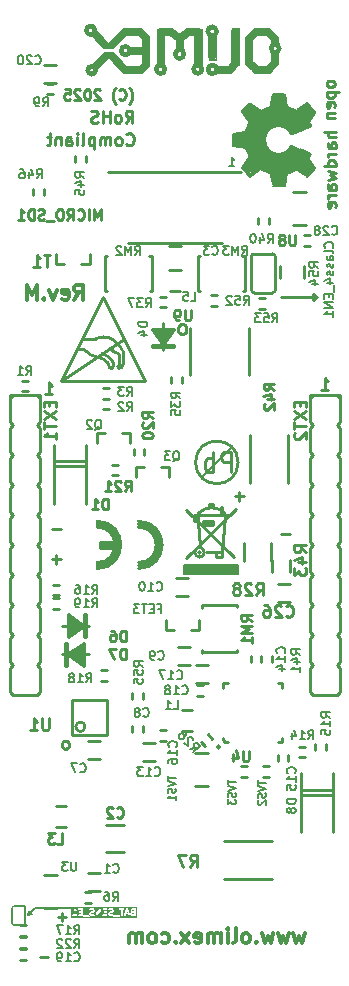
<source format=gbr>
%TF.GenerationSoftware,KiCad,Pcbnew,7.0.9-7.0.9~ubuntu22.04.1*%
%TF.CreationDate,2025-02-21T13:43:35+02:00*%
%TF.ProjectId,ESP32-PoE_Rev_M,45535033-322d-4506-9f45-5f5265765f4d,M*%
%TF.SameCoordinates,PX55f9470PYa244870*%
%TF.FileFunction,Legend,Bot*%
%TF.FilePolarity,Positive*%
%FSLAX46Y46*%
G04 Gerber Fmt 4.6, Leading zero omitted, Abs format (unit mm)*
G04 Created by KiCad (PCBNEW 7.0.9-7.0.9~ubuntu22.04.1) date 2025-02-21 13:43:35*
%MOMM*%
%LPD*%
G01*
G04 APERTURE LIST*
%ADD10C,0.254000*%
%ADD11C,0.152400*%
%ADD12C,0.190500*%
%ADD13C,0.222250*%
%ADD14C,0.317500*%
%ADD15C,0.139700*%
%ADD16C,0.158750*%
%ADD17C,0.250000*%
%ADD18C,0.228600*%
%ADD19C,0.203200*%
%ADD20C,0.150000*%
%ADD21C,0.127000*%
%ADD22C,0.200000*%
%ADD23C,0.370000*%
%ADD24C,0.380000*%
%ADD25C,1.000000*%
%ADD26C,0.400000*%
%ADD27C,0.420000*%
%ADD28C,0.700000*%
%ADD29C,0.100000*%
%ADD30C,0.500000*%
%ADD31C,0.300000*%
G04 APERTURE END LIST*
D10*
X26055000Y56485000D02*
X25674000Y56739000D01*
D11*
X4846000Y4796000D02*
X2179000Y4796000D01*
X1544000Y4161000D02*
X1671000Y4542000D01*
D10*
X25674000Y56231000D02*
X26055000Y56485000D01*
D11*
X2179000Y4796000D02*
X1544000Y4161000D01*
X1544000Y4161000D02*
X1925000Y4288000D01*
X5277800Y4796000D02*
X4846000Y4796000D01*
D10*
X25674000Y56231000D02*
X25674000Y56739000D01*
X23007000Y56485000D02*
X26055000Y56485000D01*
X26399713Y48662188D02*
X26980285Y48662188D01*
X26689999Y48662188D02*
X26689999Y49678188D01*
X26689999Y49678188D02*
X26786761Y49533045D01*
X26786761Y49533045D02*
X26883523Y49436283D01*
X26883523Y49436283D02*
X26980285Y49387902D01*
D12*
X18598285Y67572391D02*
X19033714Y67572391D01*
X18815999Y67572391D02*
X18815999Y68334391D01*
X18815999Y68334391D02*
X18888571Y68225534D01*
X18888571Y68225534D02*
X18961142Y68152962D01*
X18961142Y68152962D02*
X19033714Y68116676D01*
D10*
X9817142Y71268188D02*
X10155809Y71751997D01*
X10397714Y71268188D02*
X10397714Y72284188D01*
X10397714Y72284188D02*
X10010666Y72284188D01*
X10010666Y72284188D02*
X9913904Y72235807D01*
X9913904Y72235807D02*
X9865523Y72187426D01*
X9865523Y72187426D02*
X9817142Y72090664D01*
X9817142Y72090664D02*
X9817142Y71945521D01*
X9817142Y71945521D02*
X9865523Y71848759D01*
X9865523Y71848759D02*
X9913904Y71800378D01*
X9913904Y71800378D02*
X10010666Y71751997D01*
X10010666Y71751997D02*
X10397714Y71751997D01*
X9236571Y71268188D02*
X9333333Y71316568D01*
X9333333Y71316568D02*
X9381714Y71364949D01*
X9381714Y71364949D02*
X9430095Y71461711D01*
X9430095Y71461711D02*
X9430095Y71751997D01*
X9430095Y71751997D02*
X9381714Y71848759D01*
X9381714Y71848759D02*
X9333333Y71897140D01*
X9333333Y71897140D02*
X9236571Y71945521D01*
X9236571Y71945521D02*
X9091428Y71945521D01*
X9091428Y71945521D02*
X8994666Y71897140D01*
X8994666Y71897140D02*
X8946285Y71848759D01*
X8946285Y71848759D02*
X8897904Y71751997D01*
X8897904Y71751997D02*
X8897904Y71461711D01*
X8897904Y71461711D02*
X8946285Y71364949D01*
X8946285Y71364949D02*
X8994666Y71316568D01*
X8994666Y71316568D02*
X9091428Y71268188D01*
X9091428Y71268188D02*
X9236571Y71268188D01*
X8462476Y71268188D02*
X8462476Y72284188D01*
X8462476Y71800378D02*
X7881904Y71800378D01*
X7881904Y71268188D02*
X7881904Y72284188D01*
X7446476Y71316568D02*
X7301333Y71268188D01*
X7301333Y71268188D02*
X7059428Y71268188D01*
X7059428Y71268188D02*
X6962666Y71316568D01*
X6962666Y71316568D02*
X6914285Y71364949D01*
X6914285Y71364949D02*
X6865904Y71461711D01*
X6865904Y71461711D02*
X6865904Y71558473D01*
X6865904Y71558473D02*
X6914285Y71655235D01*
X6914285Y71655235D02*
X6962666Y71703616D01*
X6962666Y71703616D02*
X7059428Y71751997D01*
X7059428Y71751997D02*
X7252952Y71800378D01*
X7252952Y71800378D02*
X7349714Y71848759D01*
X7349714Y71848759D02*
X7398095Y71897140D01*
X7398095Y71897140D02*
X7446476Y71993902D01*
X7446476Y71993902D02*
X7446476Y72090664D01*
X7446476Y72090664D02*
X7398095Y72187426D01*
X7398095Y72187426D02*
X7349714Y72235807D01*
X7349714Y72235807D02*
X7252952Y72284188D01*
X7252952Y72284188D02*
X7011047Y72284188D01*
X7011047Y72284188D02*
X6865904Y72235807D01*
D13*
X4399045Y4372667D02*
X4399045Y3695333D01*
X4737712Y4034000D02*
X4060379Y4034000D01*
X2602333Y666046D02*
X3279667Y666046D01*
D14*
X5493094Y56294984D02*
X5916428Y56899746D01*
X6218809Y56294984D02*
X6218809Y57564984D01*
X6218809Y57564984D02*
X5734999Y57564984D01*
X5734999Y57564984D02*
X5614047Y57504508D01*
X5614047Y57504508D02*
X5553570Y57444032D01*
X5553570Y57444032D02*
X5493094Y57323080D01*
X5493094Y57323080D02*
X5493094Y57141651D01*
X5493094Y57141651D02*
X5553570Y57020699D01*
X5553570Y57020699D02*
X5614047Y56960222D01*
X5614047Y56960222D02*
X5734999Y56899746D01*
X5734999Y56899746D02*
X6218809Y56899746D01*
X4464999Y56355460D02*
X4585951Y56294984D01*
X4585951Y56294984D02*
X4827856Y56294984D01*
X4827856Y56294984D02*
X4948809Y56355460D01*
X4948809Y56355460D02*
X5009285Y56476413D01*
X5009285Y56476413D02*
X5009285Y56960222D01*
X5009285Y56960222D02*
X4948809Y57081175D01*
X4948809Y57081175D02*
X4827856Y57141651D01*
X4827856Y57141651D02*
X4585951Y57141651D01*
X4585951Y57141651D02*
X4464999Y57081175D01*
X4464999Y57081175D02*
X4404523Y56960222D01*
X4404523Y56960222D02*
X4404523Y56839270D01*
X4404523Y56839270D02*
X5009285Y56718318D01*
X3981190Y57141651D02*
X3678809Y56294984D01*
X3678809Y56294984D02*
X3376428Y57141651D01*
X2892619Y56415937D02*
X2832142Y56355460D01*
X2832142Y56355460D02*
X2892619Y56294984D01*
X2892619Y56294984D02*
X2953095Y56355460D01*
X2953095Y56355460D02*
X2892619Y56415937D01*
X2892619Y56415937D02*
X2892619Y56294984D01*
X2287857Y56294984D02*
X2287857Y57564984D01*
X2287857Y57564984D02*
X1864523Y56657841D01*
X1864523Y56657841D02*
X1441190Y57564984D01*
X1441190Y57564984D02*
X1441190Y56294984D01*
X24994246Y2658651D02*
X24752341Y1811984D01*
X24752341Y1811984D02*
X24510436Y2416746D01*
X24510436Y2416746D02*
X24268532Y1811984D01*
X24268532Y1811984D02*
X24026627Y2658651D01*
X23663770Y2658651D02*
X23421865Y1811984D01*
X23421865Y1811984D02*
X23179960Y2416746D01*
X23179960Y2416746D02*
X22938056Y1811984D01*
X22938056Y1811984D02*
X22696151Y2658651D01*
X22333294Y2658651D02*
X22091389Y1811984D01*
X22091389Y1811984D02*
X21849484Y2416746D01*
X21849484Y2416746D02*
X21607580Y1811984D01*
X21607580Y1811984D02*
X21365675Y2658651D01*
X20881866Y1932937D02*
X20821389Y1872460D01*
X20821389Y1872460D02*
X20881866Y1811984D01*
X20881866Y1811984D02*
X20942342Y1872460D01*
X20942342Y1872460D02*
X20881866Y1932937D01*
X20881866Y1932937D02*
X20881866Y1811984D01*
X20095675Y1811984D02*
X20216627Y1872460D01*
X20216627Y1872460D02*
X20277104Y1932937D01*
X20277104Y1932937D02*
X20337580Y2053889D01*
X20337580Y2053889D02*
X20337580Y2416746D01*
X20337580Y2416746D02*
X20277104Y2537699D01*
X20277104Y2537699D02*
X20216627Y2598175D01*
X20216627Y2598175D02*
X20095675Y2658651D01*
X20095675Y2658651D02*
X19914246Y2658651D01*
X19914246Y2658651D02*
X19793294Y2598175D01*
X19793294Y2598175D02*
X19732818Y2537699D01*
X19732818Y2537699D02*
X19672342Y2416746D01*
X19672342Y2416746D02*
X19672342Y2053889D01*
X19672342Y2053889D02*
X19732818Y1932937D01*
X19732818Y1932937D02*
X19793294Y1872460D01*
X19793294Y1872460D02*
X19914246Y1811984D01*
X19914246Y1811984D02*
X20095675Y1811984D01*
X18946627Y1811984D02*
X19067579Y1872460D01*
X19067579Y1872460D02*
X19128056Y1993413D01*
X19128056Y1993413D02*
X19128056Y3081984D01*
X18462818Y1811984D02*
X18462818Y2658651D01*
X18462818Y3081984D02*
X18523294Y3021508D01*
X18523294Y3021508D02*
X18462818Y2961032D01*
X18462818Y2961032D02*
X18402341Y3021508D01*
X18402341Y3021508D02*
X18462818Y3081984D01*
X18462818Y3081984D02*
X18462818Y2961032D01*
X17858056Y1811984D02*
X17858056Y2658651D01*
X17858056Y2537699D02*
X17797579Y2598175D01*
X17797579Y2598175D02*
X17676627Y2658651D01*
X17676627Y2658651D02*
X17495198Y2658651D01*
X17495198Y2658651D02*
X17374246Y2598175D01*
X17374246Y2598175D02*
X17313770Y2477222D01*
X17313770Y2477222D02*
X17313770Y1811984D01*
X17313770Y2477222D02*
X17253294Y2598175D01*
X17253294Y2598175D02*
X17132341Y2658651D01*
X17132341Y2658651D02*
X16950913Y2658651D01*
X16950913Y2658651D02*
X16829960Y2598175D01*
X16829960Y2598175D02*
X16769484Y2477222D01*
X16769484Y2477222D02*
X16769484Y1811984D01*
X15680913Y1872460D02*
X15801865Y1811984D01*
X15801865Y1811984D02*
X16043770Y1811984D01*
X16043770Y1811984D02*
X16164723Y1872460D01*
X16164723Y1872460D02*
X16225199Y1993413D01*
X16225199Y1993413D02*
X16225199Y2477222D01*
X16225199Y2477222D02*
X16164723Y2598175D01*
X16164723Y2598175D02*
X16043770Y2658651D01*
X16043770Y2658651D02*
X15801865Y2658651D01*
X15801865Y2658651D02*
X15680913Y2598175D01*
X15680913Y2598175D02*
X15620437Y2477222D01*
X15620437Y2477222D02*
X15620437Y2356270D01*
X15620437Y2356270D02*
X16225199Y2235318D01*
X15197104Y1811984D02*
X14531866Y2658651D01*
X15197104Y2658651D02*
X14531866Y1811984D01*
X14048057Y1932937D02*
X13987580Y1872460D01*
X13987580Y1872460D02*
X14048057Y1811984D01*
X14048057Y1811984D02*
X14108533Y1872460D01*
X14108533Y1872460D02*
X14048057Y1932937D01*
X14048057Y1932937D02*
X14048057Y1811984D01*
X12899009Y1872460D02*
X13019961Y1811984D01*
X13019961Y1811984D02*
X13261866Y1811984D01*
X13261866Y1811984D02*
X13382818Y1872460D01*
X13382818Y1872460D02*
X13443295Y1932937D01*
X13443295Y1932937D02*
X13503771Y2053889D01*
X13503771Y2053889D02*
X13503771Y2416746D01*
X13503771Y2416746D02*
X13443295Y2537699D01*
X13443295Y2537699D02*
X13382818Y2598175D01*
X13382818Y2598175D02*
X13261866Y2658651D01*
X13261866Y2658651D02*
X13019961Y2658651D01*
X13019961Y2658651D02*
X12899009Y2598175D01*
X12173295Y1811984D02*
X12294247Y1872460D01*
X12294247Y1872460D02*
X12354724Y1932937D01*
X12354724Y1932937D02*
X12415200Y2053889D01*
X12415200Y2053889D02*
X12415200Y2416746D01*
X12415200Y2416746D02*
X12354724Y2537699D01*
X12354724Y2537699D02*
X12294247Y2598175D01*
X12294247Y2598175D02*
X12173295Y2658651D01*
X12173295Y2658651D02*
X11991866Y2658651D01*
X11991866Y2658651D02*
X11870914Y2598175D01*
X11870914Y2598175D02*
X11810438Y2537699D01*
X11810438Y2537699D02*
X11749962Y2416746D01*
X11749962Y2416746D02*
X11749962Y2053889D01*
X11749962Y2053889D02*
X11810438Y1932937D01*
X11810438Y1932937D02*
X11870914Y1872460D01*
X11870914Y1872460D02*
X11991866Y1811984D01*
X11991866Y1811984D02*
X12173295Y1811984D01*
X11205676Y1811984D02*
X11205676Y2658651D01*
X11205676Y2537699D02*
X11145199Y2598175D01*
X11145199Y2598175D02*
X11024247Y2658651D01*
X11024247Y2658651D02*
X10842818Y2658651D01*
X10842818Y2658651D02*
X10721866Y2598175D01*
X10721866Y2598175D02*
X10661390Y2477222D01*
X10661390Y2477222D02*
X10661390Y1811984D01*
X10661390Y2477222D02*
X10600914Y2598175D01*
X10600914Y2598175D02*
X10479961Y2658651D01*
X10479961Y2658651D02*
X10298533Y2658651D01*
X10298533Y2658651D02*
X10177580Y2598175D01*
X10177580Y2598175D02*
X10117104Y2477222D01*
X10117104Y2477222D02*
X10117104Y1811984D01*
D10*
X4344047Y34317235D02*
X3569952Y34317235D01*
X3956999Y33930188D02*
X3956999Y34704283D01*
X23000952Y36488766D02*
X23775048Y36488766D01*
X19838047Y39651235D02*
X19063952Y39651235D01*
X19450999Y39264188D02*
X19450999Y40038283D01*
X3569952Y36869766D02*
X4344048Y36869766D01*
D13*
X10116500Y72891621D02*
X10158833Y72933955D01*
X10158833Y72933955D02*
X10243500Y73060955D01*
X10243500Y73060955D02*
X10285833Y73145621D01*
X10285833Y73145621D02*
X10328167Y73272621D01*
X10328167Y73272621D02*
X10370500Y73484288D01*
X10370500Y73484288D02*
X10370500Y73653621D01*
X10370500Y73653621D02*
X10328167Y73865288D01*
X10328167Y73865288D02*
X10285833Y73992288D01*
X10285833Y73992288D02*
X10243500Y74076955D01*
X10243500Y74076955D02*
X10158833Y74203955D01*
X10158833Y74203955D02*
X10116500Y74246288D01*
X9269833Y73314955D02*
X9312166Y73272621D01*
X9312166Y73272621D02*
X9439166Y73230288D01*
X9439166Y73230288D02*
X9523833Y73230288D01*
X9523833Y73230288D02*
X9650833Y73272621D01*
X9650833Y73272621D02*
X9735500Y73357288D01*
X9735500Y73357288D02*
X9777833Y73441955D01*
X9777833Y73441955D02*
X9820166Y73611288D01*
X9820166Y73611288D02*
X9820166Y73738288D01*
X9820166Y73738288D02*
X9777833Y73907621D01*
X9777833Y73907621D02*
X9735500Y73992288D01*
X9735500Y73992288D02*
X9650833Y74076955D01*
X9650833Y74076955D02*
X9523833Y74119288D01*
X9523833Y74119288D02*
X9439166Y74119288D01*
X9439166Y74119288D02*
X9312166Y74076955D01*
X9312166Y74076955D02*
X9269833Y74034621D01*
X8973500Y72891621D02*
X8931166Y72933955D01*
X8931166Y72933955D02*
X8846500Y73060955D01*
X8846500Y73060955D02*
X8804166Y73145621D01*
X8804166Y73145621D02*
X8761833Y73272621D01*
X8761833Y73272621D02*
X8719500Y73484288D01*
X8719500Y73484288D02*
X8719500Y73653621D01*
X8719500Y73653621D02*
X8761833Y73865288D01*
X8761833Y73865288D02*
X8804166Y73992288D01*
X8804166Y73992288D02*
X8846500Y74076955D01*
X8846500Y74076955D02*
X8931166Y74203955D01*
X8931166Y74203955D02*
X8973500Y74246288D01*
X7661166Y74034621D02*
X7618833Y74076955D01*
X7618833Y74076955D02*
X7534166Y74119288D01*
X7534166Y74119288D02*
X7322500Y74119288D01*
X7322500Y74119288D02*
X7237833Y74076955D01*
X7237833Y74076955D02*
X7195500Y74034621D01*
X7195500Y74034621D02*
X7153166Y73949955D01*
X7153166Y73949955D02*
X7153166Y73865288D01*
X7153166Y73865288D02*
X7195500Y73738288D01*
X7195500Y73738288D02*
X7703500Y73230288D01*
X7703500Y73230288D02*
X7153166Y73230288D01*
X6602833Y74119288D02*
X6518166Y74119288D01*
X6518166Y74119288D02*
X6433499Y74076955D01*
X6433499Y74076955D02*
X6391166Y74034621D01*
X6391166Y74034621D02*
X6348833Y73949955D01*
X6348833Y73949955D02*
X6306499Y73780621D01*
X6306499Y73780621D02*
X6306499Y73568955D01*
X6306499Y73568955D02*
X6348833Y73399621D01*
X6348833Y73399621D02*
X6391166Y73314955D01*
X6391166Y73314955D02*
X6433499Y73272621D01*
X6433499Y73272621D02*
X6518166Y73230288D01*
X6518166Y73230288D02*
X6602833Y73230288D01*
X6602833Y73230288D02*
X6687499Y73272621D01*
X6687499Y73272621D02*
X6729833Y73314955D01*
X6729833Y73314955D02*
X6772166Y73399621D01*
X6772166Y73399621D02*
X6814499Y73568955D01*
X6814499Y73568955D02*
X6814499Y73780621D01*
X6814499Y73780621D02*
X6772166Y73949955D01*
X6772166Y73949955D02*
X6729833Y74034621D01*
X6729833Y74034621D02*
X6687499Y74076955D01*
X6687499Y74076955D02*
X6602833Y74119288D01*
X5967832Y74034621D02*
X5925499Y74076955D01*
X5925499Y74076955D02*
X5840832Y74119288D01*
X5840832Y74119288D02*
X5629166Y74119288D01*
X5629166Y74119288D02*
X5544499Y74076955D01*
X5544499Y74076955D02*
X5502166Y74034621D01*
X5502166Y74034621D02*
X5459832Y73949955D01*
X5459832Y73949955D02*
X5459832Y73865288D01*
X5459832Y73865288D02*
X5502166Y73738288D01*
X5502166Y73738288D02*
X6010166Y73230288D01*
X6010166Y73230288D02*
X5459832Y73230288D01*
X4655499Y74119288D02*
X5078832Y74119288D01*
X5078832Y74119288D02*
X5121165Y73695955D01*
X5121165Y73695955D02*
X5078832Y73738288D01*
X5078832Y73738288D02*
X4994165Y73780621D01*
X4994165Y73780621D02*
X4782499Y73780621D01*
X4782499Y73780621D02*
X4697832Y73738288D01*
X4697832Y73738288D02*
X4655499Y73695955D01*
X4655499Y73695955D02*
X4613165Y73611288D01*
X4613165Y73611288D02*
X4613165Y73399621D01*
X4613165Y73399621D02*
X4655499Y73314955D01*
X4655499Y73314955D02*
X4697832Y73272621D01*
X4697832Y73272621D02*
X4782499Y73230288D01*
X4782499Y73230288D02*
X4994165Y73230288D01*
X4994165Y73230288D02*
X5078832Y73272621D01*
X5078832Y73272621D02*
X5121165Y73314955D01*
D10*
X9877618Y69459949D02*
X9925999Y69411568D01*
X9925999Y69411568D02*
X10071142Y69363188D01*
X10071142Y69363188D02*
X10167904Y69363188D01*
X10167904Y69363188D02*
X10313047Y69411568D01*
X10313047Y69411568D02*
X10409809Y69508330D01*
X10409809Y69508330D02*
X10458190Y69605092D01*
X10458190Y69605092D02*
X10506571Y69798616D01*
X10506571Y69798616D02*
X10506571Y69943759D01*
X10506571Y69943759D02*
X10458190Y70137283D01*
X10458190Y70137283D02*
X10409809Y70234045D01*
X10409809Y70234045D02*
X10313047Y70330807D01*
X10313047Y70330807D02*
X10167904Y70379188D01*
X10167904Y70379188D02*
X10071142Y70379188D01*
X10071142Y70379188D02*
X9925999Y70330807D01*
X9925999Y70330807D02*
X9877618Y70282426D01*
X9297047Y69363188D02*
X9393809Y69411568D01*
X9393809Y69411568D02*
X9442190Y69459949D01*
X9442190Y69459949D02*
X9490571Y69556711D01*
X9490571Y69556711D02*
X9490571Y69846997D01*
X9490571Y69846997D02*
X9442190Y69943759D01*
X9442190Y69943759D02*
X9393809Y69992140D01*
X9393809Y69992140D02*
X9297047Y70040521D01*
X9297047Y70040521D02*
X9151904Y70040521D01*
X9151904Y70040521D02*
X9055142Y69992140D01*
X9055142Y69992140D02*
X9006761Y69943759D01*
X9006761Y69943759D02*
X8958380Y69846997D01*
X8958380Y69846997D02*
X8958380Y69556711D01*
X8958380Y69556711D02*
X9006761Y69459949D01*
X9006761Y69459949D02*
X9055142Y69411568D01*
X9055142Y69411568D02*
X9151904Y69363188D01*
X9151904Y69363188D02*
X9297047Y69363188D01*
X8522952Y69363188D02*
X8522952Y70040521D01*
X8522952Y69943759D02*
X8474571Y69992140D01*
X8474571Y69992140D02*
X8377809Y70040521D01*
X8377809Y70040521D02*
X8232666Y70040521D01*
X8232666Y70040521D02*
X8135904Y69992140D01*
X8135904Y69992140D02*
X8087523Y69895378D01*
X8087523Y69895378D02*
X8087523Y69363188D01*
X8087523Y69895378D02*
X8039142Y69992140D01*
X8039142Y69992140D02*
X7942380Y70040521D01*
X7942380Y70040521D02*
X7797237Y70040521D01*
X7797237Y70040521D02*
X7700476Y69992140D01*
X7700476Y69992140D02*
X7652095Y69895378D01*
X7652095Y69895378D02*
X7652095Y69363188D01*
X7168285Y70040521D02*
X7168285Y69024521D01*
X7168285Y69992140D02*
X7071523Y70040521D01*
X7071523Y70040521D02*
X6877999Y70040521D01*
X6877999Y70040521D02*
X6781237Y69992140D01*
X6781237Y69992140D02*
X6732856Y69943759D01*
X6732856Y69943759D02*
X6684475Y69846997D01*
X6684475Y69846997D02*
X6684475Y69556711D01*
X6684475Y69556711D02*
X6732856Y69459949D01*
X6732856Y69459949D02*
X6781237Y69411568D01*
X6781237Y69411568D02*
X6877999Y69363188D01*
X6877999Y69363188D02*
X7071523Y69363188D01*
X7071523Y69363188D02*
X7168285Y69411568D01*
X6103904Y69363188D02*
X6200666Y69411568D01*
X6200666Y69411568D02*
X6249047Y69508330D01*
X6249047Y69508330D02*
X6249047Y70379188D01*
X5716857Y69363188D02*
X5716857Y70040521D01*
X5716857Y70379188D02*
X5765238Y70330807D01*
X5765238Y70330807D02*
X5716857Y70282426D01*
X5716857Y70282426D02*
X5668476Y70330807D01*
X5668476Y70330807D02*
X5716857Y70379188D01*
X5716857Y70379188D02*
X5716857Y70282426D01*
X4797618Y69363188D02*
X4797618Y69895378D01*
X4797618Y69895378D02*
X4845999Y69992140D01*
X4845999Y69992140D02*
X4942761Y70040521D01*
X4942761Y70040521D02*
X5136285Y70040521D01*
X5136285Y70040521D02*
X5233047Y69992140D01*
X4797618Y69411568D02*
X4894380Y69363188D01*
X4894380Y69363188D02*
X5136285Y69363188D01*
X5136285Y69363188D02*
X5233047Y69411568D01*
X5233047Y69411568D02*
X5281428Y69508330D01*
X5281428Y69508330D02*
X5281428Y69605092D01*
X5281428Y69605092D02*
X5233047Y69701854D01*
X5233047Y69701854D02*
X5136285Y69750235D01*
X5136285Y69750235D02*
X4894380Y69750235D01*
X4894380Y69750235D02*
X4797618Y69798616D01*
X4313809Y70040521D02*
X4313809Y69363188D01*
X4313809Y69943759D02*
X4265428Y69992140D01*
X4265428Y69992140D02*
X4168666Y70040521D01*
X4168666Y70040521D02*
X4023523Y70040521D01*
X4023523Y70040521D02*
X3926761Y69992140D01*
X3926761Y69992140D02*
X3878380Y69895378D01*
X3878380Y69895378D02*
X3878380Y69363188D01*
X3539714Y70040521D02*
X3152666Y70040521D01*
X3394571Y70379188D02*
X3394571Y69508330D01*
X3394571Y69508330D02*
X3346190Y69411568D01*
X3346190Y69411568D02*
X3249428Y69363188D01*
X3249428Y69363188D02*
X3152666Y69363188D01*
X4799847Y18268548D02*
X4896609Y18316928D01*
X4896609Y18316928D02*
X4944990Y18365309D01*
X4944990Y18365309D02*
X4993371Y18462071D01*
X4993371Y18462071D02*
X4993371Y18752357D01*
X4993371Y18752357D02*
X4944990Y18849119D01*
X4944990Y18849119D02*
X4896609Y18897500D01*
X4896609Y18897500D02*
X4799847Y18945881D01*
X4799847Y18945881D02*
X4654704Y18945881D01*
X4654704Y18945881D02*
X4557942Y18897500D01*
X4557942Y18897500D02*
X4509561Y18849119D01*
X4509561Y18849119D02*
X4461180Y18752357D01*
X4461180Y18752357D02*
X4461180Y18462071D01*
X4461180Y18462071D02*
X4509561Y18365309D01*
X4509561Y18365309D02*
X4557942Y18316928D01*
X4557942Y18316928D02*
X4654704Y18268548D01*
X4654704Y18268548D02*
X4799847Y18268548D01*
X3031713Y48281188D02*
X3612285Y48281188D01*
X3321999Y48281188D02*
X3321999Y49297188D01*
X3321999Y49297188D02*
X3418761Y49152045D01*
X3418761Y49152045D02*
X3515523Y49055283D01*
X3515523Y49055283D02*
X3612285Y49006902D01*
D12*
X21845856Y61095391D02*
X22099856Y61458248D01*
X22281285Y61095391D02*
X22281285Y61857391D01*
X22281285Y61857391D02*
X21990999Y61857391D01*
X21990999Y61857391D02*
X21918428Y61821105D01*
X21918428Y61821105D02*
X21882142Y61784819D01*
X21882142Y61784819D02*
X21845856Y61712248D01*
X21845856Y61712248D02*
X21845856Y61603391D01*
X21845856Y61603391D02*
X21882142Y61530819D01*
X21882142Y61530819D02*
X21918428Y61494534D01*
X21918428Y61494534D02*
X21990999Y61458248D01*
X21990999Y61458248D02*
X22281285Y61458248D01*
X21192714Y61603391D02*
X21192714Y61095391D01*
X21374142Y61893676D02*
X21555571Y61349391D01*
X21555571Y61349391D02*
X21083856Y61349391D01*
X20648428Y61857391D02*
X20575857Y61857391D01*
X20575857Y61857391D02*
X20503285Y61821105D01*
X20503285Y61821105D02*
X20467000Y61784819D01*
X20467000Y61784819D02*
X20430714Y61712248D01*
X20430714Y61712248D02*
X20394428Y61567105D01*
X20394428Y61567105D02*
X20394428Y61385676D01*
X20394428Y61385676D02*
X20430714Y61240534D01*
X20430714Y61240534D02*
X20467000Y61167962D01*
X20467000Y61167962D02*
X20503285Y61131676D01*
X20503285Y61131676D02*
X20575857Y61095391D01*
X20575857Y61095391D02*
X20648428Y61095391D01*
X20648428Y61095391D02*
X20721000Y61131676D01*
X20721000Y61131676D02*
X20757285Y61167962D01*
X20757285Y61167962D02*
X20793571Y61240534D01*
X20793571Y61240534D02*
X20829857Y61385676D01*
X20829857Y61385676D02*
X20829857Y61567105D01*
X20829857Y61567105D02*
X20793571Y61712248D01*
X20793571Y61712248D02*
X20757285Y61784819D01*
X20757285Y61784819D02*
X20721000Y61821105D01*
X20721000Y61821105D02*
X20648428Y61857391D01*
D10*
X24582622Y47643381D02*
X24582622Y47304714D01*
X25114812Y47159571D02*
X25114812Y47643381D01*
X25114812Y47643381D02*
X24098812Y47643381D01*
X24098812Y47643381D02*
X24098812Y47159571D01*
X24098812Y46820905D02*
X25114812Y46143571D01*
X24098812Y46143571D02*
X25114812Y46820905D01*
X24098812Y45901667D02*
X24098812Y45321095D01*
X25114812Y45611381D02*
X24098812Y45611381D01*
X24195574Y45030810D02*
X24147193Y44982429D01*
X24147193Y44982429D02*
X24098812Y44885667D01*
X24098812Y44885667D02*
X24098812Y44643762D01*
X24098812Y44643762D02*
X24147193Y44547000D01*
X24147193Y44547000D02*
X24195574Y44498619D01*
X24195574Y44498619D02*
X24292336Y44450238D01*
X24292336Y44450238D02*
X24389098Y44450238D01*
X24389098Y44450238D02*
X24534241Y44498619D01*
X24534241Y44498619D02*
X25114812Y45079191D01*
X25114812Y45079191D02*
X25114812Y44450238D01*
D12*
X1416999Y49919391D02*
X1670999Y50282248D01*
X1852428Y49919391D02*
X1852428Y50681391D01*
X1852428Y50681391D02*
X1562142Y50681391D01*
X1562142Y50681391D02*
X1489571Y50645105D01*
X1489571Y50645105D02*
X1453285Y50608819D01*
X1453285Y50608819D02*
X1416999Y50536248D01*
X1416999Y50536248D02*
X1416999Y50427391D01*
X1416999Y50427391D02*
X1453285Y50354819D01*
X1453285Y50354819D02*
X1489571Y50318534D01*
X1489571Y50318534D02*
X1562142Y50282248D01*
X1562142Y50282248D02*
X1852428Y50282248D01*
X691285Y49919391D02*
X1126714Y49919391D01*
X908999Y49919391D02*
X908999Y50681391D01*
X908999Y50681391D02*
X981571Y50572534D01*
X981571Y50572534D02*
X1054142Y50499962D01*
X1054142Y50499962D02*
X1126714Y50463676D01*
D13*
X20485712Y29074167D02*
X20062379Y29370500D01*
X20485712Y29582167D02*
X19596712Y29582167D01*
X19596712Y29582167D02*
X19596712Y29243500D01*
X19596712Y29243500D02*
X19639045Y29158833D01*
X19639045Y29158833D02*
X19681379Y29116500D01*
X19681379Y29116500D02*
X19766045Y29074167D01*
X19766045Y29074167D02*
X19893045Y29074167D01*
X19893045Y29074167D02*
X19977712Y29116500D01*
X19977712Y29116500D02*
X20020045Y29158833D01*
X20020045Y29158833D02*
X20062379Y29243500D01*
X20062379Y29243500D02*
X20062379Y29582167D01*
X20485712Y28693167D02*
X19596712Y28693167D01*
X19596712Y28693167D02*
X20231712Y28396833D01*
X20231712Y28396833D02*
X19596712Y28100500D01*
X19596712Y28100500D02*
X20485712Y28100500D01*
X20485712Y27211500D02*
X20485712Y27719500D01*
X20485712Y27465500D02*
X19596712Y27465500D01*
X19596712Y27465500D02*
X19723712Y27550167D01*
X19723712Y27550167D02*
X19808379Y27634833D01*
X19808379Y27634833D02*
X19850712Y27719500D01*
X7703499Y63070288D02*
X7703499Y63959288D01*
X7703499Y63959288D02*
X7407166Y63324288D01*
X7407166Y63324288D02*
X7110832Y63959288D01*
X7110832Y63959288D02*
X7110832Y63070288D01*
X6687499Y63070288D02*
X6687499Y63959288D01*
X5756166Y63154955D02*
X5798499Y63112621D01*
X5798499Y63112621D02*
X5925499Y63070288D01*
X5925499Y63070288D02*
X6010166Y63070288D01*
X6010166Y63070288D02*
X6137166Y63112621D01*
X6137166Y63112621D02*
X6221833Y63197288D01*
X6221833Y63197288D02*
X6264166Y63281955D01*
X6264166Y63281955D02*
X6306499Y63451288D01*
X6306499Y63451288D02*
X6306499Y63578288D01*
X6306499Y63578288D02*
X6264166Y63747621D01*
X6264166Y63747621D02*
X6221833Y63832288D01*
X6221833Y63832288D02*
X6137166Y63916955D01*
X6137166Y63916955D02*
X6010166Y63959288D01*
X6010166Y63959288D02*
X5925499Y63959288D01*
X5925499Y63959288D02*
X5798499Y63916955D01*
X5798499Y63916955D02*
X5756166Y63874621D01*
X4867166Y63070288D02*
X5163499Y63493621D01*
X5375166Y63070288D02*
X5375166Y63959288D01*
X5375166Y63959288D02*
X5036499Y63959288D01*
X5036499Y63959288D02*
X4951833Y63916955D01*
X4951833Y63916955D02*
X4909499Y63874621D01*
X4909499Y63874621D02*
X4867166Y63789955D01*
X4867166Y63789955D02*
X4867166Y63662955D01*
X4867166Y63662955D02*
X4909499Y63578288D01*
X4909499Y63578288D02*
X4951833Y63535955D01*
X4951833Y63535955D02*
X5036499Y63493621D01*
X5036499Y63493621D02*
X5375166Y63493621D01*
X4316833Y63959288D02*
X4147499Y63959288D01*
X4147499Y63959288D02*
X4062833Y63916955D01*
X4062833Y63916955D02*
X3978166Y63832288D01*
X3978166Y63832288D02*
X3935833Y63662955D01*
X3935833Y63662955D02*
X3935833Y63366621D01*
X3935833Y63366621D02*
X3978166Y63197288D01*
X3978166Y63197288D02*
X4062833Y63112621D01*
X4062833Y63112621D02*
X4147499Y63070288D01*
X4147499Y63070288D02*
X4316833Y63070288D01*
X4316833Y63070288D02*
X4401499Y63112621D01*
X4401499Y63112621D02*
X4486166Y63197288D01*
X4486166Y63197288D02*
X4528499Y63366621D01*
X4528499Y63366621D02*
X4528499Y63662955D01*
X4528499Y63662955D02*
X4486166Y63832288D01*
X4486166Y63832288D02*
X4401499Y63916955D01*
X4401499Y63916955D02*
X4316833Y63959288D01*
X3766500Y62985621D02*
X3089166Y62985621D01*
X2919833Y63112621D02*
X2792833Y63070288D01*
X2792833Y63070288D02*
X2581167Y63070288D01*
X2581167Y63070288D02*
X2496500Y63112621D01*
X2496500Y63112621D02*
X2454167Y63154955D01*
X2454167Y63154955D02*
X2411833Y63239621D01*
X2411833Y63239621D02*
X2411833Y63324288D01*
X2411833Y63324288D02*
X2454167Y63408955D01*
X2454167Y63408955D02*
X2496500Y63451288D01*
X2496500Y63451288D02*
X2581167Y63493621D01*
X2581167Y63493621D02*
X2750500Y63535955D01*
X2750500Y63535955D02*
X2835167Y63578288D01*
X2835167Y63578288D02*
X2877500Y63620621D01*
X2877500Y63620621D02*
X2919833Y63705288D01*
X2919833Y63705288D02*
X2919833Y63789955D01*
X2919833Y63789955D02*
X2877500Y63874621D01*
X2877500Y63874621D02*
X2835167Y63916955D01*
X2835167Y63916955D02*
X2750500Y63959288D01*
X2750500Y63959288D02*
X2538833Y63959288D01*
X2538833Y63959288D02*
X2411833Y63916955D01*
X2030833Y63070288D02*
X2030833Y63959288D01*
X2030833Y63959288D02*
X1819166Y63959288D01*
X1819166Y63959288D02*
X1692166Y63916955D01*
X1692166Y63916955D02*
X1607500Y63832288D01*
X1607500Y63832288D02*
X1565166Y63747621D01*
X1565166Y63747621D02*
X1522833Y63578288D01*
X1522833Y63578288D02*
X1522833Y63451288D01*
X1522833Y63451288D02*
X1565166Y63281955D01*
X1565166Y63281955D02*
X1607500Y63197288D01*
X1607500Y63197288D02*
X1692166Y63112621D01*
X1692166Y63112621D02*
X1819166Y63070288D01*
X1819166Y63070288D02*
X2030833Y63070288D01*
X676166Y63070288D02*
X1184166Y63070288D01*
X930166Y63070288D02*
X930166Y63959288D01*
X930166Y63959288D02*
X1014833Y63832288D01*
X1014833Y63832288D02*
X1099500Y63747621D01*
X1099500Y63747621D02*
X1184166Y63705288D01*
D12*
X17164999Y60151962D02*
X17201285Y60115676D01*
X17201285Y60115676D02*
X17310142Y60079391D01*
X17310142Y60079391D02*
X17382714Y60079391D01*
X17382714Y60079391D02*
X17491571Y60115676D01*
X17491571Y60115676D02*
X17564142Y60188248D01*
X17564142Y60188248D02*
X17600428Y60260819D01*
X17600428Y60260819D02*
X17636714Y60405962D01*
X17636714Y60405962D02*
X17636714Y60514819D01*
X17636714Y60514819D02*
X17600428Y60659962D01*
X17600428Y60659962D02*
X17564142Y60732534D01*
X17564142Y60732534D02*
X17491571Y60805105D01*
X17491571Y60805105D02*
X17382714Y60841391D01*
X17382714Y60841391D02*
X17310142Y60841391D01*
X17310142Y60841391D02*
X17201285Y60805105D01*
X17201285Y60805105D02*
X17164999Y60768819D01*
X16910999Y60841391D02*
X16439285Y60841391D01*
X16439285Y60841391D02*
X16693285Y60551105D01*
X16693285Y60551105D02*
X16584428Y60551105D01*
X16584428Y60551105D02*
X16511857Y60514819D01*
X16511857Y60514819D02*
X16475571Y60478534D01*
X16475571Y60478534D02*
X16439285Y60405962D01*
X16439285Y60405962D02*
X16439285Y60224534D01*
X16439285Y60224534D02*
X16475571Y60151962D01*
X16475571Y60151962D02*
X16511857Y60115676D01*
X16511857Y60115676D02*
X16584428Y60079391D01*
X16584428Y60079391D02*
X16802142Y60079391D01*
X16802142Y60079391D02*
X16874714Y60115676D01*
X16874714Y60115676D02*
X16910999Y60151962D01*
X10615427Y60079391D02*
X10869427Y60442248D01*
X11050856Y60079391D02*
X11050856Y60841391D01*
X11050856Y60841391D02*
X10760570Y60841391D01*
X10760570Y60841391D02*
X10687999Y60805105D01*
X10687999Y60805105D02*
X10651713Y60768819D01*
X10651713Y60768819D02*
X10615427Y60696248D01*
X10615427Y60696248D02*
X10615427Y60587391D01*
X10615427Y60587391D02*
X10651713Y60514819D01*
X10651713Y60514819D02*
X10687999Y60478534D01*
X10687999Y60478534D02*
X10760570Y60442248D01*
X10760570Y60442248D02*
X11050856Y60442248D01*
X10288856Y60079391D02*
X10288856Y60841391D01*
X10288856Y60841391D02*
X10034856Y60297105D01*
X10034856Y60297105D02*
X9780856Y60841391D01*
X9780856Y60841391D02*
X9780856Y60079391D01*
X9454285Y60768819D02*
X9417999Y60805105D01*
X9417999Y60805105D02*
X9345428Y60841391D01*
X9345428Y60841391D02*
X9163999Y60841391D01*
X9163999Y60841391D02*
X9091428Y60805105D01*
X9091428Y60805105D02*
X9055142Y60768819D01*
X9055142Y60768819D02*
X9018856Y60696248D01*
X9018856Y60696248D02*
X9018856Y60623676D01*
X9018856Y60623676D02*
X9055142Y60514819D01*
X9055142Y60514819D02*
X9490570Y60079391D01*
X9490570Y60079391D02*
X9018856Y60079391D01*
X2287856Y66556391D02*
X2541856Y66919248D01*
X2723285Y66556391D02*
X2723285Y67318391D01*
X2723285Y67318391D02*
X2432999Y67318391D01*
X2432999Y67318391D02*
X2360428Y67282105D01*
X2360428Y67282105D02*
X2324142Y67245819D01*
X2324142Y67245819D02*
X2287856Y67173248D01*
X2287856Y67173248D02*
X2287856Y67064391D01*
X2287856Y67064391D02*
X2324142Y66991819D01*
X2324142Y66991819D02*
X2360428Y66955534D01*
X2360428Y66955534D02*
X2432999Y66919248D01*
X2432999Y66919248D02*
X2723285Y66919248D01*
X1634714Y67064391D02*
X1634714Y66556391D01*
X1816142Y67354676D02*
X1997571Y66810391D01*
X1997571Y66810391D02*
X1525856Y66810391D01*
X909000Y67318391D02*
X1054142Y67318391D01*
X1054142Y67318391D02*
X1126714Y67282105D01*
X1126714Y67282105D02*
X1163000Y67245819D01*
X1163000Y67245819D02*
X1235571Y67136962D01*
X1235571Y67136962D02*
X1271857Y66991819D01*
X1271857Y66991819D02*
X1271857Y66701534D01*
X1271857Y66701534D02*
X1235571Y66628962D01*
X1235571Y66628962D02*
X1199285Y66592676D01*
X1199285Y66592676D02*
X1126714Y66556391D01*
X1126714Y66556391D02*
X981571Y66556391D01*
X981571Y66556391D02*
X909000Y66592676D01*
X909000Y66592676D02*
X872714Y66628962D01*
X872714Y66628962D02*
X836428Y66701534D01*
X836428Y66701534D02*
X836428Y66882962D01*
X836428Y66882962D02*
X872714Y66955534D01*
X872714Y66955534D02*
X909000Y66991819D01*
X909000Y66991819D02*
X981571Y67028105D01*
X981571Y67028105D02*
X1126714Y67028105D01*
X1126714Y67028105D02*
X1199285Y66991819D01*
X1199285Y66991819D02*
X1235571Y66955534D01*
X1235571Y66955534D02*
X1271857Y66882962D01*
D10*
X3373622Y47643381D02*
X3373622Y47304714D01*
X3905812Y47159571D02*
X3905812Y47643381D01*
X3905812Y47643381D02*
X2889812Y47643381D01*
X2889812Y47643381D02*
X2889812Y47159571D01*
X2889812Y46820905D02*
X3905812Y46143571D01*
X2889812Y46143571D02*
X3905812Y46820905D01*
X2889812Y45901667D02*
X2889812Y45321095D01*
X3905812Y45611381D02*
X2889812Y45611381D01*
X3905812Y44450238D02*
X3905812Y45030810D01*
X3905812Y44740524D02*
X2889812Y44740524D01*
X2889812Y44740524D02*
X3034955Y44837286D01*
X3034955Y44837286D02*
X3131717Y44934048D01*
X3131717Y44934048D02*
X3180098Y45030810D01*
D12*
X12592999Y30125534D02*
X12846999Y30125534D01*
X12846999Y29726391D02*
X12846999Y30488391D01*
X12846999Y30488391D02*
X12484142Y30488391D01*
X12193856Y30125534D02*
X11939856Y30125534D01*
X11830999Y29726391D02*
X12193856Y29726391D01*
X12193856Y29726391D02*
X12193856Y30488391D01*
X12193856Y30488391D02*
X11830999Y30488391D01*
X11613284Y30488391D02*
X11177856Y30488391D01*
X11395570Y29726391D02*
X11395570Y30488391D01*
X10996427Y30488391D02*
X10524713Y30488391D01*
X10524713Y30488391D02*
X10778713Y30198105D01*
X10778713Y30198105D02*
X10669856Y30198105D01*
X10669856Y30198105D02*
X10597285Y30161819D01*
X10597285Y30161819D02*
X10560999Y30125534D01*
X10560999Y30125534D02*
X10524713Y30052962D01*
X10524713Y30052962D02*
X10524713Y29871534D01*
X10524713Y29871534D02*
X10560999Y29798962D01*
X10560999Y29798962D02*
X10597285Y29762676D01*
X10597285Y29762676D02*
X10669856Y29726391D01*
X10669856Y29726391D02*
X10887570Y29726391D01*
X10887570Y29726391D02*
X10960142Y29762676D01*
X10960142Y29762676D02*
X10996427Y29798962D01*
X12592999Y25861962D02*
X12629285Y25825676D01*
X12629285Y25825676D02*
X12738142Y25789391D01*
X12738142Y25789391D02*
X12810714Y25789391D01*
X12810714Y25789391D02*
X12919571Y25825676D01*
X12919571Y25825676D02*
X12992142Y25898248D01*
X12992142Y25898248D02*
X13028428Y25970819D01*
X13028428Y25970819D02*
X13064714Y26115962D01*
X13064714Y26115962D02*
X13064714Y26224819D01*
X13064714Y26224819D02*
X13028428Y26369962D01*
X13028428Y26369962D02*
X12992142Y26442534D01*
X12992142Y26442534D02*
X12919571Y26515105D01*
X12919571Y26515105D02*
X12810714Y26551391D01*
X12810714Y26551391D02*
X12738142Y26551391D01*
X12738142Y26551391D02*
X12629285Y26515105D01*
X12629285Y26515105D02*
X12592999Y26478819D01*
X12230142Y25789391D02*
X12084999Y25789391D01*
X12084999Y25789391D02*
X12012428Y25825676D01*
X12012428Y25825676D02*
X11976142Y25861962D01*
X11976142Y25861962D02*
X11903571Y25970819D01*
X11903571Y25970819D02*
X11867285Y26115962D01*
X11867285Y26115962D02*
X11867285Y26406248D01*
X11867285Y26406248D02*
X11903571Y26478819D01*
X11903571Y26478819D02*
X11939857Y26515105D01*
X11939857Y26515105D02*
X12012428Y26551391D01*
X12012428Y26551391D02*
X12157571Y26551391D01*
X12157571Y26551391D02*
X12230142Y26515105D01*
X12230142Y26515105D02*
X12266428Y26478819D01*
X12266428Y26478819D02*
X12302714Y26406248D01*
X12302714Y26406248D02*
X12302714Y26224819D01*
X12302714Y26224819D02*
X12266428Y26152248D01*
X12266428Y26152248D02*
X12230142Y26115962D01*
X12230142Y26115962D02*
X12157571Y26079676D01*
X12157571Y26079676D02*
X12012428Y26079676D01*
X12012428Y26079676D02*
X11939857Y26115962D01*
X11939857Y26115962D02*
X11903571Y26152248D01*
X11903571Y26152248D02*
X11867285Y26224819D01*
X24166038Y16207857D02*
X24202324Y16244143D01*
X24202324Y16244143D02*
X24238609Y16353000D01*
X24238609Y16353000D02*
X24238609Y16425572D01*
X24238609Y16425572D02*
X24202324Y16534429D01*
X24202324Y16534429D02*
X24129752Y16607000D01*
X24129752Y16607000D02*
X24057181Y16643286D01*
X24057181Y16643286D02*
X23912038Y16679572D01*
X23912038Y16679572D02*
X23803181Y16679572D01*
X23803181Y16679572D02*
X23658038Y16643286D01*
X23658038Y16643286D02*
X23585466Y16607000D01*
X23585466Y16607000D02*
X23512895Y16534429D01*
X23512895Y16534429D02*
X23476609Y16425572D01*
X23476609Y16425572D02*
X23476609Y16353000D01*
X23476609Y16353000D02*
X23512895Y16244143D01*
X23512895Y16244143D02*
X23549181Y16207857D01*
X24238609Y15482143D02*
X24238609Y15917572D01*
X24238609Y15699857D02*
X23476609Y15699857D01*
X23476609Y15699857D02*
X23585466Y15772429D01*
X23585466Y15772429D02*
X23658038Y15845000D01*
X23658038Y15845000D02*
X23694324Y15917572D01*
X23476609Y14792715D02*
X23476609Y15155572D01*
X23476609Y15155572D02*
X23839466Y15191858D01*
X23839466Y15191858D02*
X23803181Y15155572D01*
X23803181Y15155572D02*
X23766895Y15083000D01*
X23766895Y15083000D02*
X23766895Y14901572D01*
X23766895Y14901572D02*
X23803181Y14829000D01*
X23803181Y14829000D02*
X23839466Y14792715D01*
X23839466Y14792715D02*
X23912038Y14756429D01*
X23912038Y14756429D02*
X24093466Y14756429D01*
X24093466Y14756429D02*
X24166038Y14792715D01*
X24166038Y14792715D02*
X24202324Y14829000D01*
X24202324Y14829000D02*
X24238609Y14901572D01*
X24238609Y14901572D02*
X24238609Y15083000D01*
X24238609Y15083000D02*
X24202324Y15155572D01*
X24202324Y15155572D02*
X24166038Y15191858D01*
X14107638Y18443057D02*
X14143924Y18479343D01*
X14143924Y18479343D02*
X14180209Y18588200D01*
X14180209Y18588200D02*
X14180209Y18660772D01*
X14180209Y18660772D02*
X14143924Y18769629D01*
X14143924Y18769629D02*
X14071352Y18842200D01*
X14071352Y18842200D02*
X13998781Y18878486D01*
X13998781Y18878486D02*
X13853638Y18914772D01*
X13853638Y18914772D02*
X13744781Y18914772D01*
X13744781Y18914772D02*
X13599638Y18878486D01*
X13599638Y18878486D02*
X13527066Y18842200D01*
X13527066Y18842200D02*
X13454495Y18769629D01*
X13454495Y18769629D02*
X13418209Y18660772D01*
X13418209Y18660772D02*
X13418209Y18588200D01*
X13418209Y18588200D02*
X13454495Y18479343D01*
X13454495Y18479343D02*
X13490781Y18443057D01*
X14180209Y17717343D02*
X14180209Y18152772D01*
X14180209Y17935057D02*
X13418209Y17935057D01*
X13418209Y17935057D02*
X13527066Y18007629D01*
X13527066Y18007629D02*
X13599638Y18080200D01*
X13599638Y18080200D02*
X13635924Y18152772D01*
X13418209Y17064200D02*
X13418209Y17209343D01*
X13418209Y17209343D02*
X13454495Y17281915D01*
X13454495Y17281915D02*
X13490781Y17318200D01*
X13490781Y17318200D02*
X13599638Y17390772D01*
X13599638Y17390772D02*
X13744781Y17427058D01*
X13744781Y17427058D02*
X14035066Y17427058D01*
X14035066Y17427058D02*
X14107638Y17390772D01*
X14107638Y17390772D02*
X14143924Y17354486D01*
X14143924Y17354486D02*
X14180209Y17281915D01*
X14180209Y17281915D02*
X14180209Y17136772D01*
X14180209Y17136772D02*
X14143924Y17064200D01*
X14143924Y17064200D02*
X14107638Y17027915D01*
X14107638Y17027915D02*
X14035066Y16991629D01*
X14035066Y16991629D02*
X13853638Y16991629D01*
X13853638Y16991629D02*
X13781066Y17027915D01*
X13781066Y17027915D02*
X13744781Y17064200D01*
X13744781Y17064200D02*
X13708495Y17136772D01*
X13708495Y17136772D02*
X13708495Y17281915D01*
X13708495Y17281915D02*
X13744781Y17354486D01*
X13744781Y17354486D02*
X13781066Y17390772D01*
X13781066Y17390772D02*
X13853638Y17427058D01*
X14606856Y22940962D02*
X14643142Y22904676D01*
X14643142Y22904676D02*
X14751999Y22868391D01*
X14751999Y22868391D02*
X14824571Y22868391D01*
X14824571Y22868391D02*
X14933428Y22904676D01*
X14933428Y22904676D02*
X15005999Y22977248D01*
X15005999Y22977248D02*
X15042285Y23049819D01*
X15042285Y23049819D02*
X15078571Y23194962D01*
X15078571Y23194962D02*
X15078571Y23303819D01*
X15078571Y23303819D02*
X15042285Y23448962D01*
X15042285Y23448962D02*
X15005999Y23521534D01*
X15005999Y23521534D02*
X14933428Y23594105D01*
X14933428Y23594105D02*
X14824571Y23630391D01*
X14824571Y23630391D02*
X14751999Y23630391D01*
X14751999Y23630391D02*
X14643142Y23594105D01*
X14643142Y23594105D02*
X14606856Y23557819D01*
X13881142Y22868391D02*
X14316571Y22868391D01*
X14098856Y22868391D02*
X14098856Y23630391D01*
X14098856Y23630391D02*
X14171428Y23521534D01*
X14171428Y23521534D02*
X14243999Y23448962D01*
X14243999Y23448962D02*
X14316571Y23412676D01*
X13445714Y23303819D02*
X13518285Y23340105D01*
X13518285Y23340105D02*
X13554571Y23376391D01*
X13554571Y23376391D02*
X13590857Y23448962D01*
X13590857Y23448962D02*
X13590857Y23485248D01*
X13590857Y23485248D02*
X13554571Y23557819D01*
X13554571Y23557819D02*
X13518285Y23594105D01*
X13518285Y23594105D02*
X13445714Y23630391D01*
X13445714Y23630391D02*
X13300571Y23630391D01*
X13300571Y23630391D02*
X13228000Y23594105D01*
X13228000Y23594105D02*
X13191714Y23557819D01*
X13191714Y23557819D02*
X13155428Y23485248D01*
X13155428Y23485248D02*
X13155428Y23448962D01*
X13155428Y23448962D02*
X13191714Y23376391D01*
X13191714Y23376391D02*
X13228000Y23340105D01*
X13228000Y23340105D02*
X13300571Y23303819D01*
X13300571Y23303819D02*
X13445714Y23303819D01*
X13445714Y23303819D02*
X13518285Y23267534D01*
X13518285Y23267534D02*
X13554571Y23231248D01*
X13554571Y23231248D02*
X13590857Y23158676D01*
X13590857Y23158676D02*
X13590857Y23013534D01*
X13590857Y23013534D02*
X13554571Y22940962D01*
X13554571Y22940962D02*
X13518285Y22904676D01*
X13518285Y22904676D02*
X13445714Y22868391D01*
X13445714Y22868391D02*
X13300571Y22868391D01*
X13300571Y22868391D02*
X13228000Y22904676D01*
X13228000Y22904676D02*
X13191714Y22940962D01*
X13191714Y22940962D02*
X13155428Y23013534D01*
X13155428Y23013534D02*
X13155428Y23158676D01*
X13155428Y23158676D02*
X13191714Y23231248D01*
X13191714Y23231248D02*
X13228000Y23267534D01*
X13228000Y23267534D02*
X13300571Y23303819D01*
X14162356Y24210962D02*
X14198642Y24174676D01*
X14198642Y24174676D02*
X14307499Y24138391D01*
X14307499Y24138391D02*
X14380071Y24138391D01*
X14380071Y24138391D02*
X14488928Y24174676D01*
X14488928Y24174676D02*
X14561499Y24247248D01*
X14561499Y24247248D02*
X14597785Y24319819D01*
X14597785Y24319819D02*
X14634071Y24464962D01*
X14634071Y24464962D02*
X14634071Y24573819D01*
X14634071Y24573819D02*
X14597785Y24718962D01*
X14597785Y24718962D02*
X14561499Y24791534D01*
X14561499Y24791534D02*
X14488928Y24864105D01*
X14488928Y24864105D02*
X14380071Y24900391D01*
X14380071Y24900391D02*
X14307499Y24900391D01*
X14307499Y24900391D02*
X14198642Y24864105D01*
X14198642Y24864105D02*
X14162356Y24827819D01*
X13436642Y24138391D02*
X13872071Y24138391D01*
X13654356Y24138391D02*
X13654356Y24900391D01*
X13654356Y24900391D02*
X13726928Y24791534D01*
X13726928Y24791534D02*
X13799499Y24718962D01*
X13799499Y24718962D02*
X13872071Y24682676D01*
X13182642Y24900391D02*
X12674642Y24900391D01*
X12674642Y24900391D02*
X13001214Y24138391D01*
X13862999Y21598391D02*
X14225856Y21598391D01*
X14225856Y21598391D02*
X14225856Y22360391D01*
X13209856Y21598391D02*
X13645285Y21598391D01*
X13427570Y21598391D02*
X13427570Y22360391D01*
X13427570Y22360391D02*
X13500142Y22251534D01*
X13500142Y22251534D02*
X13572713Y22178962D01*
X13572713Y22178962D02*
X13645285Y22142676D01*
X8782999Y7827962D02*
X8819285Y7791676D01*
X8819285Y7791676D02*
X8928142Y7755391D01*
X8928142Y7755391D02*
X9000714Y7755391D01*
X9000714Y7755391D02*
X9109571Y7791676D01*
X9109571Y7791676D02*
X9182142Y7864248D01*
X9182142Y7864248D02*
X9218428Y7936819D01*
X9218428Y7936819D02*
X9254714Y8081962D01*
X9254714Y8081962D02*
X9254714Y8190819D01*
X9254714Y8190819D02*
X9218428Y8335962D01*
X9218428Y8335962D02*
X9182142Y8408534D01*
X9182142Y8408534D02*
X9109571Y8481105D01*
X9109571Y8481105D02*
X9000714Y8517391D01*
X9000714Y8517391D02*
X8928142Y8517391D01*
X8928142Y8517391D02*
X8819285Y8481105D01*
X8819285Y8481105D02*
X8782999Y8444819D01*
X8057285Y7755391D02*
X8492714Y7755391D01*
X8274999Y7755391D02*
X8274999Y8517391D01*
X8274999Y8517391D02*
X8347571Y8408534D01*
X8347571Y8408534D02*
X8420142Y8335962D01*
X8420142Y8335962D02*
X8492714Y8299676D01*
D13*
X4054367Y10212888D02*
X4477700Y10212888D01*
X4477700Y10212888D02*
X4477700Y11101888D01*
X3842700Y11101888D02*
X3292366Y11101888D01*
X3292366Y11101888D02*
X3588700Y10763221D01*
X3588700Y10763221D02*
X3461700Y10763221D01*
X3461700Y10763221D02*
X3377033Y10720888D01*
X3377033Y10720888D02*
X3334700Y10678555D01*
X3334700Y10678555D02*
X3292366Y10593888D01*
X3292366Y10593888D02*
X3292366Y10382221D01*
X3292366Y10382221D02*
X3334700Y10297555D01*
X3334700Y10297555D02*
X3377033Y10255221D01*
X3377033Y10255221D02*
X3461700Y10212888D01*
X3461700Y10212888D02*
X3715700Y10212888D01*
X3715700Y10212888D02*
X3800366Y10255221D01*
X3800366Y10255221D02*
X3842700Y10297555D01*
D12*
X8732199Y5393191D02*
X8986199Y5756048D01*
X9167628Y5393191D02*
X9167628Y6155191D01*
X9167628Y6155191D02*
X8877342Y6155191D01*
X8877342Y6155191D02*
X8804771Y6118905D01*
X8804771Y6118905D02*
X8768485Y6082619D01*
X8768485Y6082619D02*
X8732199Y6010048D01*
X8732199Y6010048D02*
X8732199Y5901191D01*
X8732199Y5901191D02*
X8768485Y5828619D01*
X8768485Y5828619D02*
X8804771Y5792334D01*
X8804771Y5792334D02*
X8877342Y5756048D01*
X8877342Y5756048D02*
X9167628Y5756048D01*
X8079057Y6155191D02*
X8224199Y6155191D01*
X8224199Y6155191D02*
X8296771Y6118905D01*
X8296771Y6118905D02*
X8333057Y6082619D01*
X8333057Y6082619D02*
X8405628Y5973762D01*
X8405628Y5973762D02*
X8441914Y5828619D01*
X8441914Y5828619D02*
X8441914Y5538334D01*
X8441914Y5538334D02*
X8405628Y5465762D01*
X8405628Y5465762D02*
X8369342Y5429476D01*
X8369342Y5429476D02*
X8296771Y5393191D01*
X8296771Y5393191D02*
X8151628Y5393191D01*
X8151628Y5393191D02*
X8079057Y5429476D01*
X8079057Y5429476D02*
X8042771Y5465762D01*
X8042771Y5465762D02*
X8006485Y5538334D01*
X8006485Y5538334D02*
X8006485Y5719762D01*
X8006485Y5719762D02*
X8042771Y5792334D01*
X8042771Y5792334D02*
X8079057Y5828619D01*
X8079057Y5828619D02*
X8151628Y5864905D01*
X8151628Y5864905D02*
X8296771Y5864905D01*
X8296771Y5864905D02*
X8369342Y5828619D01*
X8369342Y5828619D02*
X8405628Y5792334D01*
X8405628Y5792334D02*
X8441914Y5719762D01*
X5462856Y1405391D02*
X5716856Y1768248D01*
X5898285Y1405391D02*
X5898285Y2167391D01*
X5898285Y2167391D02*
X5607999Y2167391D01*
X5607999Y2167391D02*
X5535428Y2131105D01*
X5535428Y2131105D02*
X5499142Y2094819D01*
X5499142Y2094819D02*
X5462856Y2022248D01*
X5462856Y2022248D02*
X5462856Y1913391D01*
X5462856Y1913391D02*
X5499142Y1840819D01*
X5499142Y1840819D02*
X5535428Y1804534D01*
X5535428Y1804534D02*
X5607999Y1768248D01*
X5607999Y1768248D02*
X5898285Y1768248D01*
X5172571Y2094819D02*
X5136285Y2131105D01*
X5136285Y2131105D02*
X5063714Y2167391D01*
X5063714Y2167391D02*
X4882285Y2167391D01*
X4882285Y2167391D02*
X4809714Y2131105D01*
X4809714Y2131105D02*
X4773428Y2094819D01*
X4773428Y2094819D02*
X4737142Y2022248D01*
X4737142Y2022248D02*
X4737142Y1949676D01*
X4737142Y1949676D02*
X4773428Y1840819D01*
X4773428Y1840819D02*
X5208856Y1405391D01*
X5208856Y1405391D02*
X4737142Y1405391D01*
X4446857Y2094819D02*
X4410571Y2131105D01*
X4410571Y2131105D02*
X4338000Y2167391D01*
X4338000Y2167391D02*
X4156571Y2167391D01*
X4156571Y2167391D02*
X4084000Y2131105D01*
X4084000Y2131105D02*
X4047714Y2094819D01*
X4047714Y2094819D02*
X4011428Y2022248D01*
X4011428Y2022248D02*
X4011428Y1949676D01*
X4011428Y1949676D02*
X4047714Y1840819D01*
X4047714Y1840819D02*
X4483142Y1405391D01*
X4483142Y1405391D02*
X4011428Y1405391D01*
X5462856Y334962D02*
X5499142Y298676D01*
X5499142Y298676D02*
X5607999Y262391D01*
X5607999Y262391D02*
X5680571Y262391D01*
X5680571Y262391D02*
X5789428Y298676D01*
X5789428Y298676D02*
X5861999Y371248D01*
X5861999Y371248D02*
X5898285Y443819D01*
X5898285Y443819D02*
X5934571Y588962D01*
X5934571Y588962D02*
X5934571Y697819D01*
X5934571Y697819D02*
X5898285Y842962D01*
X5898285Y842962D02*
X5861999Y915534D01*
X5861999Y915534D02*
X5789428Y988105D01*
X5789428Y988105D02*
X5680571Y1024391D01*
X5680571Y1024391D02*
X5607999Y1024391D01*
X5607999Y1024391D02*
X5499142Y988105D01*
X5499142Y988105D02*
X5462856Y951819D01*
X4737142Y262391D02*
X5172571Y262391D01*
X4954856Y262391D02*
X4954856Y1024391D01*
X4954856Y1024391D02*
X5027428Y915534D01*
X5027428Y915534D02*
X5099999Y842962D01*
X5099999Y842962D02*
X5172571Y806676D01*
X4374285Y262391D02*
X4229142Y262391D01*
X4229142Y262391D02*
X4156571Y298676D01*
X4156571Y298676D02*
X4120285Y334962D01*
X4120285Y334962D02*
X4047714Y443819D01*
X4047714Y443819D02*
X4011428Y588962D01*
X4011428Y588962D02*
X4011428Y879248D01*
X4011428Y879248D02*
X4047714Y951819D01*
X4047714Y951819D02*
X4084000Y988105D01*
X4084000Y988105D02*
X4156571Y1024391D01*
X4156571Y1024391D02*
X4301714Y1024391D01*
X4301714Y1024391D02*
X4374285Y988105D01*
X4374285Y988105D02*
X4410571Y951819D01*
X4410571Y951819D02*
X4446857Y879248D01*
X4446857Y879248D02*
X4446857Y697819D01*
X4446857Y697819D02*
X4410571Y625248D01*
X4410571Y625248D02*
X4374285Y588962D01*
X4374285Y588962D02*
X4301714Y552676D01*
X4301714Y552676D02*
X4156571Y552676D01*
X4156571Y552676D02*
X4084000Y588962D01*
X4084000Y588962D02*
X4047714Y625248D01*
X4047714Y625248D02*
X4011428Y697819D01*
D15*
G36*
X10546786Y4233604D02*
G01*
X10420249Y4233604D01*
X10391917Y4247770D01*
X10381338Y4258348D01*
X10367172Y4286681D01*
X10367172Y4333532D01*
X10381338Y4361865D01*
X10388272Y4368799D01*
X10441703Y4386609D01*
X10546786Y4386609D01*
X10546786Y4233604D01*
G37*
G36*
X10546786Y4526309D02*
G01*
X10446858Y4526309D01*
X10418526Y4540475D01*
X10407948Y4551053D01*
X10393781Y4579388D01*
X10393781Y4599626D01*
X10407948Y4627961D01*
X10418525Y4638538D01*
X10446858Y4652704D01*
X10546786Y4652704D01*
X10546786Y4526309D01*
G37*
G36*
X9987534Y4393261D02*
G01*
X9915262Y4393261D01*
X9951398Y4501668D01*
X9987534Y4393261D01*
G37*
G36*
X10766315Y3960856D02*
G01*
X5198273Y3960856D01*
X5198273Y4163754D01*
X5278102Y4163754D01*
X5298561Y4114363D01*
X5347952Y4093904D01*
X5507609Y4093904D01*
X5667266Y4093904D01*
X5716657Y4114363D01*
X5737116Y4163754D01*
X5810293Y4163754D01*
X5830752Y4114363D01*
X5880143Y4093904D01*
X6146238Y4093904D01*
X6186388Y4110535D01*
X6209435Y4110535D01*
X6229894Y4061144D01*
X6279285Y4040685D01*
X6705038Y4040685D01*
X6754429Y4061144D01*
X6774888Y4110535D01*
X6754429Y4159926D01*
X6705038Y4180385D01*
X6279285Y4180385D01*
X6229894Y4159926D01*
X6209435Y4110535D01*
X6186388Y4110535D01*
X6195629Y4114363D01*
X6216088Y4163754D01*
X6216088Y4270192D01*
X6741625Y4270192D01*
X6747846Y4255173D01*
X6748999Y4238954D01*
X6775610Y4185735D01*
X6784294Y4178204D01*
X6788693Y4167583D01*
X6815302Y4140972D01*
X6825924Y4136572D01*
X6833457Y4127887D01*
X6886675Y4101278D01*
X6902893Y4100126D01*
X6917913Y4093904D01*
X7050961Y4093904D01*
X7061581Y4098304D01*
X7073049Y4097488D01*
X7152877Y4124097D01*
X7193264Y4159125D01*
X7193593Y4163754D01*
X7300426Y4163754D01*
X7304097Y4154891D01*
X7302888Y4145375D01*
X7313962Y4131075D01*
X7320885Y4114363D01*
X7329746Y4110693D01*
X7335621Y4103107D01*
X7353564Y4100827D01*
X7370276Y4093904D01*
X7379139Y4097576D01*
X7388655Y4096366D01*
X7402955Y4107441D01*
X7419667Y4114363D01*
X7423337Y4123225D01*
X7430923Y4129099D01*
X7619740Y4459529D01*
X7619740Y4163754D01*
X7640199Y4114363D01*
X7689590Y4093904D01*
X7738981Y4114363D01*
X7759440Y4163754D01*
X7859226Y4163754D01*
X7879685Y4114363D01*
X7929076Y4093904D01*
X8195171Y4093904D01*
X8244562Y4114363D01*
X8265021Y4163754D01*
X8265021Y4270192D01*
X8364806Y4270192D01*
X8371027Y4255173D01*
X8372180Y4238954D01*
X8398791Y4185735D01*
X8407475Y4178204D01*
X8411874Y4167583D01*
X8438483Y4140972D01*
X8449105Y4136572D01*
X8456638Y4127887D01*
X8509856Y4101278D01*
X8526074Y4100126D01*
X8541094Y4093904D01*
X8674142Y4093904D01*
X8684762Y4098304D01*
X8696230Y4097488D01*
X8776058Y4124097D01*
X8807455Y4151329D01*
X8790558Y4110535D01*
X8811017Y4061144D01*
X8860408Y4040685D01*
X9286161Y4040685D01*
X9335552Y4061144D01*
X9356011Y4110535D01*
X9335552Y4159926D01*
X9286161Y4180385D01*
X8860408Y4180385D01*
X8816668Y4162267D01*
X8820236Y4212451D01*
X8785208Y4252838D01*
X8731882Y4256629D01*
X8662806Y4233604D01*
X8557583Y4233604D01*
X8529251Y4247770D01*
X8518673Y4258348D01*
X8504506Y4286683D01*
X8504506Y4306921D01*
X8518673Y4335256D01*
X8529251Y4345834D01*
X8565474Y4363945D01*
X8664474Y4388695D01*
X8670851Y4393421D01*
X8678769Y4393983D01*
X8731988Y4420592D01*
X8739520Y4429278D01*
X8750142Y4433677D01*
X8776752Y4460286D01*
X8781151Y4470909D01*
X8789837Y4478441D01*
X8816446Y4531659D01*
X8817598Y4547878D01*
X8823820Y4562897D01*
X8823820Y4616116D01*
X8817598Y4631136D01*
X8816446Y4647354D01*
X8789837Y4700572D01*
X8781152Y4708105D01*
X8776752Y4718727D01*
X8772925Y4722554D01*
X9269529Y4722554D01*
X9289988Y4673163D01*
X9339379Y4652704D01*
X9429186Y4652704D01*
X9429186Y4163754D01*
X9449645Y4114363D01*
X9499036Y4093904D01*
X9548427Y4114363D01*
X9568886Y4163754D01*
X9568886Y4185843D01*
X9698865Y4185843D01*
X9702656Y4132516D01*
X9743042Y4097488D01*
X9796369Y4101279D01*
X9831397Y4141665D01*
X9868696Y4253561D01*
X10034100Y4253561D01*
X10071399Y4141665D01*
X10106426Y4101279D01*
X10159753Y4097488D01*
X10200139Y4132516D01*
X10203930Y4185842D01*
X10175813Y4270192D01*
X10227472Y4270192D01*
X10233693Y4255172D01*
X10234846Y4238955D01*
X10261455Y4185736D01*
X10270140Y4178204D01*
X10274540Y4167582D01*
X10301149Y4140972D01*
X10311771Y4136573D01*
X10319304Y4127887D01*
X10372522Y4101278D01*
X10388740Y4100126D01*
X10403760Y4093904D01*
X10616636Y4093904D01*
X10666027Y4114363D01*
X10686486Y4163754D01*
X10686486Y4722554D01*
X10666027Y4771945D01*
X10616636Y4792404D01*
X10430369Y4792404D01*
X10415349Y4786183D01*
X10399131Y4785030D01*
X10345912Y4758420D01*
X10338380Y4749736D01*
X10327759Y4745336D01*
X10301150Y4718726D01*
X10296750Y4708106D01*
X10288066Y4700573D01*
X10261455Y4647354D01*
X10260302Y4631136D01*
X10254081Y4616116D01*
X10254081Y4562897D01*
X10260302Y4547878D01*
X10261455Y4531659D01*
X10288066Y4478440D01*
X10294644Y4472736D01*
X10274541Y4452632D01*
X10270141Y4442011D01*
X10261455Y4434477D01*
X10234846Y4381258D01*
X10233693Y4365042D01*
X10227472Y4350021D01*
X10227472Y4270192D01*
X10175813Y4270192D01*
X10017664Y4744642D01*
X10014243Y4748587D01*
X10013873Y4753792D01*
X9997144Y4768301D01*
X9982636Y4785029D01*
X9977430Y4785400D01*
X9973487Y4788819D01*
X9951402Y4787250D01*
X9929310Y4788820D01*
X9925365Y4785399D01*
X9920160Y4785029D01*
X9905649Y4768300D01*
X9888923Y4753792D01*
X9888552Y4748588D01*
X9885132Y4744643D01*
X9698865Y4185843D01*
X9568886Y4185843D01*
X9568886Y4652704D01*
X9658693Y4652704D01*
X9708084Y4673163D01*
X9728543Y4722554D01*
X9708084Y4771945D01*
X9658693Y4792404D01*
X9339379Y4792404D01*
X9289988Y4771945D01*
X9269529Y4722554D01*
X8772925Y4722554D01*
X8750141Y4745336D01*
X8739520Y4749735D01*
X8731989Y4758419D01*
X8678770Y4785030D01*
X8662551Y4786183D01*
X8647532Y4792404D01*
X8514485Y4792404D01*
X8503862Y4788005D01*
X8492396Y4788819D01*
X8412567Y4762209D01*
X8372181Y4727181D01*
X8368391Y4673855D01*
X8403419Y4633469D01*
X8456745Y4629679D01*
X8525822Y4652704D01*
X8631042Y4652704D01*
X8659376Y4638537D01*
X8669954Y4627959D01*
X8684120Y4599628D01*
X8684120Y4579386D01*
X8669954Y4551055D01*
X8659376Y4540476D01*
X8623150Y4522363D01*
X8524153Y4497613D01*
X8517775Y4492888D01*
X8509856Y4492325D01*
X8456638Y4465716D01*
X8449105Y4457032D01*
X8438483Y4452631D01*
X8411874Y4426020D01*
X8407475Y4415400D01*
X8398791Y4407868D01*
X8372180Y4354649D01*
X8371027Y4338431D01*
X8364806Y4323411D01*
X8364806Y4270192D01*
X8265021Y4270192D01*
X8265021Y4722554D01*
X8244562Y4771945D01*
X8195171Y4792404D01*
X7929076Y4792404D01*
X7879685Y4771945D01*
X7859226Y4722554D01*
X7879685Y4673163D01*
X7929076Y4652704D01*
X8125321Y4652704D01*
X8125321Y4526309D01*
X8008904Y4526309D01*
X7959513Y4505850D01*
X7939054Y4456459D01*
X7959513Y4407068D01*
X8008904Y4386609D01*
X8125321Y4386609D01*
X8125321Y4233604D01*
X7929076Y4233604D01*
X7879685Y4213145D01*
X7859226Y4163754D01*
X7759440Y4163754D01*
X7759440Y4722554D01*
X7755768Y4731418D01*
X7756978Y4740932D01*
X7745904Y4755232D01*
X7738981Y4771945D01*
X7730117Y4775617D01*
X7724245Y4783200D01*
X7706303Y4785481D01*
X7689590Y4792404D01*
X7680726Y4788733D01*
X7671211Y4789942D01*
X7656910Y4778868D01*
X7640199Y4771945D01*
X7636528Y4763084D01*
X7628943Y4757209D01*
X7440126Y4426779D01*
X7440126Y4722554D01*
X7419667Y4771945D01*
X7370276Y4792404D01*
X7320885Y4771945D01*
X7300426Y4722554D01*
X7300426Y4163754D01*
X7193593Y4163754D01*
X7197055Y4212451D01*
X7162027Y4252838D01*
X7108701Y4256629D01*
X7039625Y4233604D01*
X6934402Y4233604D01*
X6906070Y4247770D01*
X6895492Y4258348D01*
X6881325Y4286683D01*
X6881325Y4306921D01*
X6895492Y4335256D01*
X6906070Y4345834D01*
X6942293Y4363945D01*
X7041293Y4388695D01*
X7047670Y4393421D01*
X7055588Y4393983D01*
X7108807Y4420592D01*
X7116339Y4429278D01*
X7126961Y4433677D01*
X7153571Y4460286D01*
X7157970Y4470909D01*
X7166656Y4478441D01*
X7193265Y4531659D01*
X7194417Y4547878D01*
X7200639Y4562897D01*
X7200639Y4616116D01*
X7194417Y4631136D01*
X7193265Y4647354D01*
X7166656Y4700572D01*
X7157971Y4708105D01*
X7153571Y4718727D01*
X7126960Y4745336D01*
X7116339Y4749735D01*
X7108808Y4758419D01*
X7055589Y4785030D01*
X7039370Y4786183D01*
X7024351Y4792404D01*
X6891304Y4792404D01*
X6880681Y4788005D01*
X6869215Y4788819D01*
X6789386Y4762209D01*
X6749000Y4727181D01*
X6745210Y4673855D01*
X6780238Y4633469D01*
X6833564Y4629679D01*
X6902641Y4652704D01*
X7007861Y4652704D01*
X7036195Y4638537D01*
X7046773Y4627959D01*
X7060939Y4599628D01*
X7060939Y4579386D01*
X7046773Y4551055D01*
X7036195Y4540476D01*
X6999969Y4522363D01*
X6900972Y4497613D01*
X6894594Y4492888D01*
X6886675Y4492325D01*
X6833457Y4465716D01*
X6825924Y4457032D01*
X6815302Y4452631D01*
X6788693Y4426020D01*
X6784294Y4415400D01*
X6775610Y4407868D01*
X6748999Y4354649D01*
X6747846Y4338431D01*
X6741625Y4323411D01*
X6741625Y4270192D01*
X6216088Y4270192D01*
X6216088Y4722554D01*
X6195629Y4771945D01*
X6146238Y4792404D01*
X5880143Y4792404D01*
X5830752Y4771945D01*
X5810293Y4722554D01*
X5830752Y4673163D01*
X5880143Y4652704D01*
X6076388Y4652704D01*
X6076388Y4526309D01*
X5959971Y4526309D01*
X5910580Y4505850D01*
X5890121Y4456459D01*
X5910580Y4407068D01*
X5959971Y4386609D01*
X6076388Y4386609D01*
X6076388Y4233604D01*
X5880143Y4233604D01*
X5830752Y4213145D01*
X5810293Y4163754D01*
X5737116Y4163754D01*
X5716657Y4213145D01*
X5667266Y4233604D01*
X5577459Y4233604D01*
X5577459Y4533200D01*
X5582810Y4527030D01*
X5636028Y4500421D01*
X5689354Y4496632D01*
X5729742Y4531660D01*
X5733530Y4584986D01*
X5698503Y4625373D01*
X5655421Y4646914D01*
X5615113Y4687222D01*
X5565728Y4761300D01*
X5559751Y4765303D01*
X5557000Y4771945D01*
X5538209Y4779729D01*
X5521308Y4791047D01*
X5514253Y4789652D01*
X5507609Y4792404D01*
X5488817Y4784621D01*
X5468863Y4780673D01*
X5464860Y4774697D01*
X5458218Y4771945D01*
X5450434Y4753155D01*
X5439116Y4736253D01*
X5440511Y4729199D01*
X5437759Y4722554D01*
X5437759Y4233604D01*
X5347952Y4233604D01*
X5298561Y4213145D01*
X5278102Y4163754D01*
X5198273Y4163754D01*
X5198273Y4872233D01*
X10766315Y4872233D01*
X10766315Y3960856D01*
G37*
D10*
X18734268Y41721435D02*
X18734268Y43421435D01*
X18734268Y43421435D02*
X18162839Y43421435D01*
X18162839Y43421435D02*
X18019982Y43340483D01*
X18019982Y43340483D02*
X17948553Y43259530D01*
X17948553Y43259530D02*
X17877125Y43097626D01*
X17877125Y43097626D02*
X17877125Y42854768D01*
X17877125Y42854768D02*
X17948553Y42692864D01*
X17948553Y42692864D02*
X18019982Y42611911D01*
X18019982Y42611911D02*
X18162839Y42530959D01*
X18162839Y42530959D02*
X18734268Y42530959D01*
X17234268Y41721435D02*
X17234268Y43421435D01*
X17234268Y42773816D02*
X17091411Y42854768D01*
X17091411Y42854768D02*
X16805696Y42854768D01*
X16805696Y42854768D02*
X16662839Y42773816D01*
X16662839Y42773816D02*
X16591411Y42692864D01*
X16591411Y42692864D02*
X16519982Y42530959D01*
X16519982Y42530959D02*
X16519982Y42045245D01*
X16519982Y42045245D02*
X16591411Y41883340D01*
X16591411Y41883340D02*
X16662839Y41802387D01*
X16662839Y41802387D02*
X16805696Y41721435D01*
X16805696Y41721435D02*
X17091411Y41721435D01*
X17091411Y41721435D02*
X17234268Y41802387D01*
X27512572Y74648298D02*
X27464192Y74745060D01*
X27464192Y74745060D02*
X27415811Y74793441D01*
X27415811Y74793441D02*
X27319049Y74841822D01*
X27319049Y74841822D02*
X27028763Y74841822D01*
X27028763Y74841822D02*
X26932001Y74793441D01*
X26932001Y74793441D02*
X26883620Y74745060D01*
X26883620Y74745060D02*
X26835239Y74648298D01*
X26835239Y74648298D02*
X26835239Y74503155D01*
X26835239Y74503155D02*
X26883620Y74406393D01*
X26883620Y74406393D02*
X26932001Y74358012D01*
X26932001Y74358012D02*
X27028763Y74309631D01*
X27028763Y74309631D02*
X27319049Y74309631D01*
X27319049Y74309631D02*
X27415811Y74358012D01*
X27415811Y74358012D02*
X27464192Y74406393D01*
X27464192Y74406393D02*
X27512572Y74503155D01*
X27512572Y74503155D02*
X27512572Y74648298D01*
X26835239Y73874203D02*
X27851239Y73874203D01*
X26883620Y73874203D02*
X26835239Y73777441D01*
X26835239Y73777441D02*
X26835239Y73583917D01*
X26835239Y73583917D02*
X26883620Y73487155D01*
X26883620Y73487155D02*
X26932001Y73438774D01*
X26932001Y73438774D02*
X27028763Y73390393D01*
X27028763Y73390393D02*
X27319049Y73390393D01*
X27319049Y73390393D02*
X27415811Y73438774D01*
X27415811Y73438774D02*
X27464192Y73487155D01*
X27464192Y73487155D02*
X27512572Y73583917D01*
X27512572Y73583917D02*
X27512572Y73777441D01*
X27512572Y73777441D02*
X27464192Y73874203D01*
X27464192Y72567917D02*
X27512572Y72664679D01*
X27512572Y72664679D02*
X27512572Y72858203D01*
X27512572Y72858203D02*
X27464192Y72954965D01*
X27464192Y72954965D02*
X27367430Y73003346D01*
X27367430Y73003346D02*
X26980382Y73003346D01*
X26980382Y73003346D02*
X26883620Y72954965D01*
X26883620Y72954965D02*
X26835239Y72858203D01*
X26835239Y72858203D02*
X26835239Y72664679D01*
X26835239Y72664679D02*
X26883620Y72567917D01*
X26883620Y72567917D02*
X26980382Y72519536D01*
X26980382Y72519536D02*
X27077144Y72519536D01*
X27077144Y72519536D02*
X27173906Y73003346D01*
X26835239Y72084108D02*
X27512572Y72084108D01*
X26932001Y72084108D02*
X26883620Y72035727D01*
X26883620Y72035727D02*
X26835239Y71938965D01*
X26835239Y71938965D02*
X26835239Y71793822D01*
X26835239Y71793822D02*
X26883620Y71697060D01*
X26883620Y71697060D02*
X26980382Y71648679D01*
X26980382Y71648679D02*
X27512572Y71648679D01*
X27604012Y70501083D02*
X26588012Y70501083D01*
X27604012Y70065654D02*
X27071822Y70065654D01*
X27071822Y70065654D02*
X26975060Y70114035D01*
X26975060Y70114035D02*
X26926679Y70210797D01*
X26926679Y70210797D02*
X26926679Y70355940D01*
X26926679Y70355940D02*
X26975060Y70452702D01*
X26975060Y70452702D02*
X27023441Y70501083D01*
X27604012Y69146416D02*
X27071822Y69146416D01*
X27071822Y69146416D02*
X26975060Y69194797D01*
X26975060Y69194797D02*
X26926679Y69291559D01*
X26926679Y69291559D02*
X26926679Y69485083D01*
X26926679Y69485083D02*
X26975060Y69581845D01*
X27555632Y69146416D02*
X27604012Y69243178D01*
X27604012Y69243178D02*
X27604012Y69485083D01*
X27604012Y69485083D02*
X27555632Y69581845D01*
X27555632Y69581845D02*
X27458870Y69630226D01*
X27458870Y69630226D02*
X27362108Y69630226D01*
X27362108Y69630226D02*
X27265346Y69581845D01*
X27265346Y69581845D02*
X27216965Y69485083D01*
X27216965Y69485083D02*
X27216965Y69243178D01*
X27216965Y69243178D02*
X27168584Y69146416D01*
X27604012Y68662607D02*
X26926679Y68662607D01*
X27120203Y68662607D02*
X27023441Y68614226D01*
X27023441Y68614226D02*
X26975060Y68565845D01*
X26975060Y68565845D02*
X26926679Y68469083D01*
X26926679Y68469083D02*
X26926679Y68372321D01*
X27604012Y67598226D02*
X26588012Y67598226D01*
X27555632Y67598226D02*
X27604012Y67694988D01*
X27604012Y67694988D02*
X27604012Y67888512D01*
X27604012Y67888512D02*
X27555632Y67985274D01*
X27555632Y67985274D02*
X27507251Y68033655D01*
X27507251Y68033655D02*
X27410489Y68082036D01*
X27410489Y68082036D02*
X27120203Y68082036D01*
X27120203Y68082036D02*
X27023441Y68033655D01*
X27023441Y68033655D02*
X26975060Y67985274D01*
X26975060Y67985274D02*
X26926679Y67888512D01*
X26926679Y67888512D02*
X26926679Y67694988D01*
X26926679Y67694988D02*
X26975060Y67598226D01*
X26926679Y67211179D02*
X27604012Y67017655D01*
X27604012Y67017655D02*
X27120203Y66824131D01*
X27120203Y66824131D02*
X27604012Y66630607D01*
X27604012Y66630607D02*
X26926679Y66437083D01*
X27604012Y65614607D02*
X27071822Y65614607D01*
X27071822Y65614607D02*
X26975060Y65662988D01*
X26975060Y65662988D02*
X26926679Y65759750D01*
X26926679Y65759750D02*
X26926679Y65953274D01*
X26926679Y65953274D02*
X26975060Y66050036D01*
X27555632Y65614607D02*
X27604012Y65711369D01*
X27604012Y65711369D02*
X27604012Y65953274D01*
X27604012Y65953274D02*
X27555632Y66050036D01*
X27555632Y66050036D02*
X27458870Y66098417D01*
X27458870Y66098417D02*
X27362108Y66098417D01*
X27362108Y66098417D02*
X27265346Y66050036D01*
X27265346Y66050036D02*
X27216965Y65953274D01*
X27216965Y65953274D02*
X27216965Y65711369D01*
X27216965Y65711369D02*
X27168584Y65614607D01*
X27604012Y65130798D02*
X26926679Y65130798D01*
X27120203Y65130798D02*
X27023441Y65082417D01*
X27023441Y65082417D02*
X26975060Y65034036D01*
X26975060Y65034036D02*
X26926679Y64937274D01*
X26926679Y64937274D02*
X26926679Y64840512D01*
X27555632Y64114798D02*
X27604012Y64211560D01*
X27604012Y64211560D02*
X27604012Y64405084D01*
X27604012Y64405084D02*
X27555632Y64501846D01*
X27555632Y64501846D02*
X27458870Y64550227D01*
X27458870Y64550227D02*
X27071822Y64550227D01*
X27071822Y64550227D02*
X26975060Y64501846D01*
X26975060Y64501846D02*
X26926679Y64405084D01*
X26926679Y64405084D02*
X26926679Y64211560D01*
X26926679Y64211560D02*
X26975060Y64114798D01*
X26975060Y64114798D02*
X27071822Y64066417D01*
X27071822Y64066417D02*
X27168584Y64066417D01*
X27168584Y64066417D02*
X27265346Y64550227D01*
D13*
X9058166Y12507355D02*
X9100499Y12465021D01*
X9100499Y12465021D02*
X9227499Y12422688D01*
X9227499Y12422688D02*
X9312166Y12422688D01*
X9312166Y12422688D02*
X9439166Y12465021D01*
X9439166Y12465021D02*
X9523833Y12549688D01*
X9523833Y12549688D02*
X9566166Y12634355D01*
X9566166Y12634355D02*
X9608499Y12803688D01*
X9608499Y12803688D02*
X9608499Y12930688D01*
X9608499Y12930688D02*
X9566166Y13100021D01*
X9566166Y13100021D02*
X9523833Y13184688D01*
X9523833Y13184688D02*
X9439166Y13269355D01*
X9439166Y13269355D02*
X9312166Y13311688D01*
X9312166Y13311688D02*
X9227499Y13311688D01*
X9227499Y13311688D02*
X9100499Y13269355D01*
X9100499Y13269355D02*
X9058166Y13227021D01*
X8719499Y13227021D02*
X8677166Y13269355D01*
X8677166Y13269355D02*
X8592499Y13311688D01*
X8592499Y13311688D02*
X8380833Y13311688D01*
X8380833Y13311688D02*
X8296166Y13269355D01*
X8296166Y13269355D02*
X8253833Y13227021D01*
X8253833Y13227021D02*
X8211499Y13142355D01*
X8211499Y13142355D02*
X8211499Y13057688D01*
X8211499Y13057688D02*
X8253833Y12930688D01*
X8253833Y12930688D02*
X8761833Y12422688D01*
X8761833Y12422688D02*
X8211499Y12422688D01*
D12*
X5988999Y16336962D02*
X6025285Y16300676D01*
X6025285Y16300676D02*
X6134142Y16264391D01*
X6134142Y16264391D02*
X6206714Y16264391D01*
X6206714Y16264391D02*
X6315571Y16300676D01*
X6315571Y16300676D02*
X6388142Y16373248D01*
X6388142Y16373248D02*
X6424428Y16445819D01*
X6424428Y16445819D02*
X6460714Y16590962D01*
X6460714Y16590962D02*
X6460714Y16699819D01*
X6460714Y16699819D02*
X6424428Y16844962D01*
X6424428Y16844962D02*
X6388142Y16917534D01*
X6388142Y16917534D02*
X6315571Y16990105D01*
X6315571Y16990105D02*
X6206714Y17026391D01*
X6206714Y17026391D02*
X6134142Y17026391D01*
X6134142Y17026391D02*
X6025285Y16990105D01*
X6025285Y16990105D02*
X5988999Y16953819D01*
X5734999Y17026391D02*
X5226999Y17026391D01*
X5226999Y17026391D02*
X5553571Y16264391D01*
X24238609Y13994429D02*
X23476609Y13994429D01*
X23476609Y13994429D02*
X23476609Y13813000D01*
X23476609Y13813000D02*
X23512895Y13704143D01*
X23512895Y13704143D02*
X23585466Y13631572D01*
X23585466Y13631572D02*
X23658038Y13595286D01*
X23658038Y13595286D02*
X23803181Y13559000D01*
X23803181Y13559000D02*
X23912038Y13559000D01*
X23912038Y13559000D02*
X24057181Y13595286D01*
X24057181Y13595286D02*
X24129752Y13631572D01*
X24129752Y13631572D02*
X24202324Y13704143D01*
X24202324Y13704143D02*
X24238609Y13813000D01*
X24238609Y13813000D02*
X24238609Y13994429D01*
X23803181Y13123572D02*
X23766895Y13196143D01*
X23766895Y13196143D02*
X23730609Y13232429D01*
X23730609Y13232429D02*
X23658038Y13268715D01*
X23658038Y13268715D02*
X23621752Y13268715D01*
X23621752Y13268715D02*
X23549181Y13232429D01*
X23549181Y13232429D02*
X23512895Y13196143D01*
X23512895Y13196143D02*
X23476609Y13123572D01*
X23476609Y13123572D02*
X23476609Y12978429D01*
X23476609Y12978429D02*
X23512895Y12905857D01*
X23512895Y12905857D02*
X23549181Y12869572D01*
X23549181Y12869572D02*
X23621752Y12833286D01*
X23621752Y12833286D02*
X23658038Y12833286D01*
X23658038Y12833286D02*
X23730609Y12869572D01*
X23730609Y12869572D02*
X23766895Y12905857D01*
X23766895Y12905857D02*
X23803181Y12978429D01*
X23803181Y12978429D02*
X23803181Y13123572D01*
X23803181Y13123572D02*
X23839466Y13196143D01*
X23839466Y13196143D02*
X23875752Y13232429D01*
X23875752Y13232429D02*
X23948324Y13268715D01*
X23948324Y13268715D02*
X24093466Y13268715D01*
X24093466Y13268715D02*
X24166038Y13232429D01*
X24166038Y13232429D02*
X24202324Y13196143D01*
X24202324Y13196143D02*
X24238609Y13123572D01*
X24238609Y13123572D02*
X24238609Y12978429D01*
X24238609Y12978429D02*
X24202324Y12905857D01*
X24202324Y12905857D02*
X24166038Y12869572D01*
X24166038Y12869572D02*
X24093466Y12833286D01*
X24093466Y12833286D02*
X23948324Y12833286D01*
X23948324Y12833286D02*
X23875752Y12869572D01*
X23875752Y12869572D02*
X23839466Y12905857D01*
X23839466Y12905857D02*
X23803181Y12978429D01*
X25274856Y19058391D02*
X25528856Y19421248D01*
X25710285Y19058391D02*
X25710285Y19820391D01*
X25710285Y19820391D02*
X25419999Y19820391D01*
X25419999Y19820391D02*
X25347428Y19784105D01*
X25347428Y19784105D02*
X25311142Y19747819D01*
X25311142Y19747819D02*
X25274856Y19675248D01*
X25274856Y19675248D02*
X25274856Y19566391D01*
X25274856Y19566391D02*
X25311142Y19493819D01*
X25311142Y19493819D02*
X25347428Y19457534D01*
X25347428Y19457534D02*
X25419999Y19421248D01*
X25419999Y19421248D02*
X25710285Y19421248D01*
X24549142Y19058391D02*
X24984571Y19058391D01*
X24766856Y19058391D02*
X24766856Y19820391D01*
X24766856Y19820391D02*
X24839428Y19711534D01*
X24839428Y19711534D02*
X24911999Y19638962D01*
X24911999Y19638962D02*
X24984571Y19602676D01*
X23896000Y19566391D02*
X23896000Y19058391D01*
X24077428Y19856676D02*
X24258857Y19312391D01*
X24258857Y19312391D02*
X23787142Y19312391D01*
X7204571Y45274819D02*
X7277142Y45311105D01*
X7277142Y45311105D02*
X7349714Y45383676D01*
X7349714Y45383676D02*
X7458571Y45492534D01*
X7458571Y45492534D02*
X7531142Y45528819D01*
X7531142Y45528819D02*
X7603714Y45528819D01*
X7567428Y45347391D02*
X7640000Y45383676D01*
X7640000Y45383676D02*
X7712571Y45456248D01*
X7712571Y45456248D02*
X7748857Y45601391D01*
X7748857Y45601391D02*
X7748857Y45855391D01*
X7748857Y45855391D02*
X7712571Y46000534D01*
X7712571Y46000534D02*
X7640000Y46073105D01*
X7640000Y46073105D02*
X7567428Y46109391D01*
X7567428Y46109391D02*
X7422285Y46109391D01*
X7422285Y46109391D02*
X7349714Y46073105D01*
X7349714Y46073105D02*
X7277142Y46000534D01*
X7277142Y46000534D02*
X7240857Y45855391D01*
X7240857Y45855391D02*
X7240857Y45601391D01*
X7240857Y45601391D02*
X7277142Y45456248D01*
X7277142Y45456248D02*
X7349714Y45383676D01*
X7349714Y45383676D02*
X7422285Y45347391D01*
X7422285Y45347391D02*
X7567428Y45347391D01*
X6950571Y46036819D02*
X6914285Y46073105D01*
X6914285Y46073105D02*
X6841714Y46109391D01*
X6841714Y46109391D02*
X6660285Y46109391D01*
X6660285Y46109391D02*
X6587714Y46073105D01*
X6587714Y46073105D02*
X6551428Y46036819D01*
X6551428Y46036819D02*
X6515142Y45964248D01*
X6515142Y45964248D02*
X6515142Y45891676D01*
X6515142Y45891676D02*
X6551428Y45782819D01*
X6551428Y45782819D02*
X6986856Y45347391D01*
X6986856Y45347391D02*
X6515142Y45347391D01*
D13*
X8296166Y38559288D02*
X8296166Y39448288D01*
X8296166Y39448288D02*
X8084499Y39448288D01*
X8084499Y39448288D02*
X7957499Y39405955D01*
X7957499Y39405955D02*
X7872833Y39321288D01*
X7872833Y39321288D02*
X7830499Y39236621D01*
X7830499Y39236621D02*
X7788166Y39067288D01*
X7788166Y39067288D02*
X7788166Y38940288D01*
X7788166Y38940288D02*
X7830499Y38770955D01*
X7830499Y38770955D02*
X7872833Y38686288D01*
X7872833Y38686288D02*
X7957499Y38601621D01*
X7957499Y38601621D02*
X8084499Y38559288D01*
X8084499Y38559288D02*
X8296166Y38559288D01*
X6941499Y38559288D02*
X7449499Y38559288D01*
X7195499Y38559288D02*
X7195499Y39448288D01*
X7195499Y39448288D02*
X7280166Y39321288D01*
X7280166Y39321288D02*
X7364833Y39236621D01*
X7364833Y39236621D02*
X7449499Y39194288D01*
D12*
X12447856Y31703962D02*
X12484142Y31667676D01*
X12484142Y31667676D02*
X12592999Y31631391D01*
X12592999Y31631391D02*
X12665571Y31631391D01*
X12665571Y31631391D02*
X12774428Y31667676D01*
X12774428Y31667676D02*
X12846999Y31740248D01*
X12846999Y31740248D02*
X12883285Y31812819D01*
X12883285Y31812819D02*
X12919571Y31957962D01*
X12919571Y31957962D02*
X12919571Y32066819D01*
X12919571Y32066819D02*
X12883285Y32211962D01*
X12883285Y32211962D02*
X12846999Y32284534D01*
X12846999Y32284534D02*
X12774428Y32357105D01*
X12774428Y32357105D02*
X12665571Y32393391D01*
X12665571Y32393391D02*
X12592999Y32393391D01*
X12592999Y32393391D02*
X12484142Y32357105D01*
X12484142Y32357105D02*
X12447856Y32320819D01*
X11722142Y31631391D02*
X12157571Y31631391D01*
X11939856Y31631391D02*
X11939856Y32393391D01*
X11939856Y32393391D02*
X12012428Y32284534D01*
X12012428Y32284534D02*
X12084999Y32211962D01*
X12084999Y32211962D02*
X12157571Y32175676D01*
X11250428Y32393391D02*
X11177857Y32393391D01*
X11177857Y32393391D02*
X11105285Y32357105D01*
X11105285Y32357105D02*
X11069000Y32320819D01*
X11069000Y32320819D02*
X11032714Y32248248D01*
X11032714Y32248248D02*
X10996428Y32103105D01*
X10996428Y32103105D02*
X10996428Y31921676D01*
X10996428Y31921676D02*
X11032714Y31776534D01*
X11032714Y31776534D02*
X11069000Y31703962D01*
X11069000Y31703962D02*
X11105285Y31667676D01*
X11105285Y31667676D02*
X11177857Y31631391D01*
X11177857Y31631391D02*
X11250428Y31631391D01*
X11250428Y31631391D02*
X11323000Y31667676D01*
X11323000Y31667676D02*
X11359285Y31703962D01*
X11359285Y31703962D02*
X11395571Y31776534D01*
X11395571Y31776534D02*
X11431857Y31921676D01*
X11431857Y31921676D02*
X11431857Y32103105D01*
X11431857Y32103105D02*
X11395571Y32248248D01*
X11395571Y32248248D02*
X11359285Y32320819D01*
X11359285Y32320819D02*
X11323000Y32357105D01*
X11323000Y32357105D02*
X11250428Y32393391D01*
D13*
X9735500Y40083288D02*
X10031833Y40506621D01*
X10243500Y40083288D02*
X10243500Y40972288D01*
X10243500Y40972288D02*
X9904833Y40972288D01*
X9904833Y40972288D02*
X9820167Y40929955D01*
X9820167Y40929955D02*
X9777833Y40887621D01*
X9777833Y40887621D02*
X9735500Y40802955D01*
X9735500Y40802955D02*
X9735500Y40675955D01*
X9735500Y40675955D02*
X9777833Y40591288D01*
X9777833Y40591288D02*
X9820167Y40548955D01*
X9820167Y40548955D02*
X9904833Y40506621D01*
X9904833Y40506621D02*
X10243500Y40506621D01*
X9396833Y40887621D02*
X9354500Y40929955D01*
X9354500Y40929955D02*
X9269833Y40972288D01*
X9269833Y40972288D02*
X9058167Y40972288D01*
X9058167Y40972288D02*
X8973500Y40929955D01*
X8973500Y40929955D02*
X8931167Y40887621D01*
X8931167Y40887621D02*
X8888833Y40802955D01*
X8888833Y40802955D02*
X8888833Y40718288D01*
X8888833Y40718288D02*
X8931167Y40591288D01*
X8931167Y40591288D02*
X9439167Y40083288D01*
X9439167Y40083288D02*
X8888833Y40083288D01*
X8042166Y40083288D02*
X8550166Y40083288D01*
X8296166Y40083288D02*
X8296166Y40972288D01*
X8296166Y40972288D02*
X8380833Y40845288D01*
X8380833Y40845288D02*
X8465500Y40760621D01*
X8465500Y40760621D02*
X8550166Y40718288D01*
D12*
X13808571Y42607819D02*
X13881142Y42644105D01*
X13881142Y42644105D02*
X13953714Y42716676D01*
X13953714Y42716676D02*
X14062571Y42825534D01*
X14062571Y42825534D02*
X14135142Y42861819D01*
X14135142Y42861819D02*
X14207714Y42861819D01*
X14171428Y42680391D02*
X14244000Y42716676D01*
X14244000Y42716676D02*
X14316571Y42789248D01*
X14316571Y42789248D02*
X14352857Y42934391D01*
X14352857Y42934391D02*
X14352857Y43188391D01*
X14352857Y43188391D02*
X14316571Y43333534D01*
X14316571Y43333534D02*
X14244000Y43406105D01*
X14244000Y43406105D02*
X14171428Y43442391D01*
X14171428Y43442391D02*
X14026285Y43442391D01*
X14026285Y43442391D02*
X13953714Y43406105D01*
X13953714Y43406105D02*
X13881142Y43333534D01*
X13881142Y43333534D02*
X13844857Y43188391D01*
X13844857Y43188391D02*
X13844857Y42934391D01*
X13844857Y42934391D02*
X13881142Y42789248D01*
X13881142Y42789248D02*
X13953714Y42716676D01*
X13953714Y42716676D02*
X14026285Y42680391D01*
X14026285Y42680391D02*
X14171428Y42680391D01*
X13590856Y43442391D02*
X13119142Y43442391D01*
X13119142Y43442391D02*
X13373142Y43152105D01*
X13373142Y43152105D02*
X13264285Y43152105D01*
X13264285Y43152105D02*
X13191714Y43115819D01*
X13191714Y43115819D02*
X13155428Y43079534D01*
X13155428Y43079534D02*
X13119142Y43006962D01*
X13119142Y43006962D02*
X13119142Y42825534D01*
X13119142Y42825534D02*
X13155428Y42752962D01*
X13155428Y42752962D02*
X13191714Y42716676D01*
X13191714Y42716676D02*
X13264285Y42680391D01*
X13264285Y42680391D02*
X13481999Y42680391D01*
X13481999Y42680391D02*
X13554571Y42716676D01*
X13554571Y42716676D02*
X13590856Y42752962D01*
X14459609Y47957857D02*
X14096752Y48211857D01*
X14459609Y48393286D02*
X13697609Y48393286D01*
X13697609Y48393286D02*
X13697609Y48103000D01*
X13697609Y48103000D02*
X13733895Y48030429D01*
X13733895Y48030429D02*
X13770181Y47994143D01*
X13770181Y47994143D02*
X13842752Y47957857D01*
X13842752Y47957857D02*
X13951609Y47957857D01*
X13951609Y47957857D02*
X14024181Y47994143D01*
X14024181Y47994143D02*
X14060466Y48030429D01*
X14060466Y48030429D02*
X14096752Y48103000D01*
X14096752Y48103000D02*
X14096752Y48393286D01*
X13697609Y47703857D02*
X13697609Y47232143D01*
X13697609Y47232143D02*
X13987895Y47486143D01*
X13987895Y47486143D02*
X13987895Y47377286D01*
X13987895Y47377286D02*
X14024181Y47304714D01*
X14024181Y47304714D02*
X14060466Y47268429D01*
X14060466Y47268429D02*
X14133038Y47232143D01*
X14133038Y47232143D02*
X14314466Y47232143D01*
X14314466Y47232143D02*
X14387038Y47268429D01*
X14387038Y47268429D02*
X14423324Y47304714D01*
X14423324Y47304714D02*
X14459609Y47377286D01*
X14459609Y47377286D02*
X14459609Y47595000D01*
X14459609Y47595000D02*
X14423324Y47667572D01*
X14423324Y47667572D02*
X14387038Y47703857D01*
X13697609Y46542715D02*
X13697609Y46905572D01*
X13697609Y46905572D02*
X14060466Y46941858D01*
X14060466Y46941858D02*
X14024181Y46905572D01*
X14024181Y46905572D02*
X13987895Y46833000D01*
X13987895Y46833000D02*
X13987895Y46651572D01*
X13987895Y46651572D02*
X14024181Y46579000D01*
X14024181Y46579000D02*
X14060466Y46542715D01*
X14060466Y46542715D02*
X14133038Y46506429D01*
X14133038Y46506429D02*
X14314466Y46506429D01*
X14314466Y46506429D02*
X14387038Y46542715D01*
X14387038Y46542715D02*
X14423324Y46579000D01*
X14423324Y46579000D02*
X14459609Y46651572D01*
X14459609Y46651572D02*
X14459609Y46833000D01*
X14459609Y46833000D02*
X14423324Y46905572D01*
X14423324Y46905572D02*
X14387038Y46941858D01*
X27159609Y20906857D02*
X26796752Y21160857D01*
X27159609Y21342286D02*
X26397609Y21342286D01*
X26397609Y21342286D02*
X26397609Y21052000D01*
X26397609Y21052000D02*
X26433895Y20979429D01*
X26433895Y20979429D02*
X26470181Y20943143D01*
X26470181Y20943143D02*
X26542752Y20906857D01*
X26542752Y20906857D02*
X26651609Y20906857D01*
X26651609Y20906857D02*
X26724181Y20943143D01*
X26724181Y20943143D02*
X26760466Y20979429D01*
X26760466Y20979429D02*
X26796752Y21052000D01*
X26796752Y21052000D02*
X26796752Y21342286D01*
X27159609Y20181143D02*
X27159609Y20616572D01*
X27159609Y20398857D02*
X26397609Y20398857D01*
X26397609Y20398857D02*
X26506466Y20471429D01*
X26506466Y20471429D02*
X26579038Y20544000D01*
X26579038Y20544000D02*
X26615324Y20616572D01*
X26397609Y19491715D02*
X26397609Y19854572D01*
X26397609Y19854572D02*
X26760466Y19890858D01*
X26760466Y19890858D02*
X26724181Y19854572D01*
X26724181Y19854572D02*
X26687895Y19782000D01*
X26687895Y19782000D02*
X26687895Y19600572D01*
X26687895Y19600572D02*
X26724181Y19528000D01*
X26724181Y19528000D02*
X26760466Y19491715D01*
X26760466Y19491715D02*
X26833038Y19455429D01*
X26833038Y19455429D02*
X27014466Y19455429D01*
X27014466Y19455429D02*
X27087038Y19491715D01*
X27087038Y19491715D02*
X27123324Y19528000D01*
X27123324Y19528000D02*
X27159609Y19600572D01*
X27159609Y19600572D02*
X27159609Y19782000D01*
X27159609Y19782000D02*
X27123324Y19854572D01*
X27123324Y19854572D02*
X27087038Y19890858D01*
X11322999Y21035962D02*
X11359285Y20999676D01*
X11359285Y20999676D02*
X11468142Y20963391D01*
X11468142Y20963391D02*
X11540714Y20963391D01*
X11540714Y20963391D02*
X11649571Y20999676D01*
X11649571Y20999676D02*
X11722142Y21072248D01*
X11722142Y21072248D02*
X11758428Y21144819D01*
X11758428Y21144819D02*
X11794714Y21289962D01*
X11794714Y21289962D02*
X11794714Y21398819D01*
X11794714Y21398819D02*
X11758428Y21543962D01*
X11758428Y21543962D02*
X11722142Y21616534D01*
X11722142Y21616534D02*
X11649571Y21689105D01*
X11649571Y21689105D02*
X11540714Y21725391D01*
X11540714Y21725391D02*
X11468142Y21725391D01*
X11468142Y21725391D02*
X11359285Y21689105D01*
X11359285Y21689105D02*
X11322999Y21652819D01*
X10887571Y21398819D02*
X10960142Y21435105D01*
X10960142Y21435105D02*
X10996428Y21471391D01*
X10996428Y21471391D02*
X11032714Y21543962D01*
X11032714Y21543962D02*
X11032714Y21580248D01*
X11032714Y21580248D02*
X10996428Y21652819D01*
X10996428Y21652819D02*
X10960142Y21689105D01*
X10960142Y21689105D02*
X10887571Y21725391D01*
X10887571Y21725391D02*
X10742428Y21725391D01*
X10742428Y21725391D02*
X10669857Y21689105D01*
X10669857Y21689105D02*
X10633571Y21652819D01*
X10633571Y21652819D02*
X10597285Y21580248D01*
X10597285Y21580248D02*
X10597285Y21543962D01*
X10597285Y21543962D02*
X10633571Y21471391D01*
X10633571Y21471391D02*
X10669857Y21435105D01*
X10669857Y21435105D02*
X10742428Y21398819D01*
X10742428Y21398819D02*
X10887571Y21398819D01*
X10887571Y21398819D02*
X10960142Y21362534D01*
X10960142Y21362534D02*
X10996428Y21326248D01*
X10996428Y21326248D02*
X11032714Y21253676D01*
X11032714Y21253676D02*
X11032714Y21108534D01*
X11032714Y21108534D02*
X10996428Y21035962D01*
X10996428Y21035962D02*
X10960142Y20999676D01*
X10960142Y20999676D02*
X10887571Y20963391D01*
X10887571Y20963391D02*
X10742428Y20963391D01*
X10742428Y20963391D02*
X10669857Y20999676D01*
X10669857Y20999676D02*
X10633571Y21035962D01*
X10633571Y21035962D02*
X10597285Y21108534D01*
X10597285Y21108534D02*
X10597285Y21253676D01*
X10597285Y21253676D02*
X10633571Y21326248D01*
X10633571Y21326248D02*
X10669857Y21362534D01*
X10669857Y21362534D02*
X10742428Y21398819D01*
X6986856Y31377391D02*
X7240856Y31740248D01*
X7422285Y31377391D02*
X7422285Y32139391D01*
X7422285Y32139391D02*
X7131999Y32139391D01*
X7131999Y32139391D02*
X7059428Y32103105D01*
X7059428Y32103105D02*
X7023142Y32066819D01*
X7023142Y32066819D02*
X6986856Y31994248D01*
X6986856Y31994248D02*
X6986856Y31885391D01*
X6986856Y31885391D02*
X7023142Y31812819D01*
X7023142Y31812819D02*
X7059428Y31776534D01*
X7059428Y31776534D02*
X7131999Y31740248D01*
X7131999Y31740248D02*
X7422285Y31740248D01*
X6261142Y31377391D02*
X6696571Y31377391D01*
X6478856Y31377391D02*
X6478856Y32139391D01*
X6478856Y32139391D02*
X6551428Y32030534D01*
X6551428Y32030534D02*
X6623999Y31957962D01*
X6623999Y31957962D02*
X6696571Y31921676D01*
X5608000Y32139391D02*
X5753142Y32139391D01*
X5753142Y32139391D02*
X5825714Y32103105D01*
X5825714Y32103105D02*
X5862000Y32066819D01*
X5862000Y32066819D02*
X5934571Y31957962D01*
X5934571Y31957962D02*
X5970857Y31812819D01*
X5970857Y31812819D02*
X5970857Y31522534D01*
X5970857Y31522534D02*
X5934571Y31449962D01*
X5934571Y31449962D02*
X5898285Y31413676D01*
X5898285Y31413676D02*
X5825714Y31377391D01*
X5825714Y31377391D02*
X5680571Y31377391D01*
X5680571Y31377391D02*
X5608000Y31413676D01*
X5608000Y31413676D02*
X5571714Y31449962D01*
X5571714Y31449962D02*
X5535428Y31522534D01*
X5535428Y31522534D02*
X5535428Y31703962D01*
X5535428Y31703962D02*
X5571714Y31776534D01*
X5571714Y31776534D02*
X5608000Y31812819D01*
X5608000Y31812819D02*
X5680571Y31849105D01*
X5680571Y31849105D02*
X5825714Y31849105D01*
X5825714Y31849105D02*
X5898285Y31812819D01*
X5898285Y31812819D02*
X5934571Y31776534D01*
X5934571Y31776534D02*
X5970857Y31703962D01*
X11665609Y54380429D02*
X10903609Y54380429D01*
X10903609Y54380429D02*
X10903609Y54199000D01*
X10903609Y54199000D02*
X10939895Y54090143D01*
X10939895Y54090143D02*
X11012466Y54017572D01*
X11012466Y54017572D02*
X11085038Y53981286D01*
X11085038Y53981286D02*
X11230181Y53945000D01*
X11230181Y53945000D02*
X11339038Y53945000D01*
X11339038Y53945000D02*
X11484181Y53981286D01*
X11484181Y53981286D02*
X11556752Y54017572D01*
X11556752Y54017572D02*
X11629324Y54090143D01*
X11629324Y54090143D02*
X11665609Y54199000D01*
X11665609Y54199000D02*
X11665609Y54380429D01*
X11157609Y53291857D02*
X11665609Y53291857D01*
X10867324Y53473286D02*
X11411609Y53654715D01*
X11411609Y53654715D02*
X11411609Y53183000D01*
X6478856Y23884391D02*
X6732856Y24247248D01*
X6914285Y23884391D02*
X6914285Y24646391D01*
X6914285Y24646391D02*
X6623999Y24646391D01*
X6623999Y24646391D02*
X6551428Y24610105D01*
X6551428Y24610105D02*
X6515142Y24573819D01*
X6515142Y24573819D02*
X6478856Y24501248D01*
X6478856Y24501248D02*
X6478856Y24392391D01*
X6478856Y24392391D02*
X6515142Y24319819D01*
X6515142Y24319819D02*
X6551428Y24283534D01*
X6551428Y24283534D02*
X6623999Y24247248D01*
X6623999Y24247248D02*
X6914285Y24247248D01*
X5753142Y23884391D02*
X6188571Y23884391D01*
X5970856Y23884391D02*
X5970856Y24646391D01*
X5970856Y24646391D02*
X6043428Y24537534D01*
X6043428Y24537534D02*
X6115999Y24464962D01*
X6115999Y24464962D02*
X6188571Y24428676D01*
X5317714Y24319819D02*
X5390285Y24356105D01*
X5390285Y24356105D02*
X5426571Y24392391D01*
X5426571Y24392391D02*
X5462857Y24464962D01*
X5462857Y24464962D02*
X5462857Y24501248D01*
X5462857Y24501248D02*
X5426571Y24573819D01*
X5426571Y24573819D02*
X5390285Y24610105D01*
X5390285Y24610105D02*
X5317714Y24646391D01*
X5317714Y24646391D02*
X5172571Y24646391D01*
X5172571Y24646391D02*
X5100000Y24610105D01*
X5100000Y24610105D02*
X5063714Y24573819D01*
X5063714Y24573819D02*
X5027428Y24501248D01*
X5027428Y24501248D02*
X5027428Y24464962D01*
X5027428Y24464962D02*
X5063714Y24392391D01*
X5063714Y24392391D02*
X5100000Y24356105D01*
X5100000Y24356105D02*
X5172571Y24319819D01*
X5172571Y24319819D02*
X5317714Y24319819D01*
X5317714Y24319819D02*
X5390285Y24283534D01*
X5390285Y24283534D02*
X5426571Y24247248D01*
X5426571Y24247248D02*
X5462857Y24174676D01*
X5462857Y24174676D02*
X5462857Y24029534D01*
X5462857Y24029534D02*
X5426571Y23956962D01*
X5426571Y23956962D02*
X5390285Y23920676D01*
X5390285Y23920676D02*
X5317714Y23884391D01*
X5317714Y23884391D02*
X5172571Y23884391D01*
X5172571Y23884391D02*
X5100000Y23920676D01*
X5100000Y23920676D02*
X5063714Y23956962D01*
X5063714Y23956962D02*
X5027428Y24029534D01*
X5027428Y24029534D02*
X5027428Y24174676D01*
X5027428Y24174676D02*
X5063714Y24247248D01*
X5063714Y24247248D02*
X5100000Y24283534D01*
X5100000Y24283534D02*
X5172571Y24319819D01*
X6986856Y30234391D02*
X7240856Y30597248D01*
X7422285Y30234391D02*
X7422285Y30996391D01*
X7422285Y30996391D02*
X7131999Y30996391D01*
X7131999Y30996391D02*
X7059428Y30960105D01*
X7059428Y30960105D02*
X7023142Y30923819D01*
X7023142Y30923819D02*
X6986856Y30851248D01*
X6986856Y30851248D02*
X6986856Y30742391D01*
X6986856Y30742391D02*
X7023142Y30669819D01*
X7023142Y30669819D02*
X7059428Y30633534D01*
X7059428Y30633534D02*
X7131999Y30597248D01*
X7131999Y30597248D02*
X7422285Y30597248D01*
X6261142Y30234391D02*
X6696571Y30234391D01*
X6478856Y30234391D02*
X6478856Y30996391D01*
X6478856Y30996391D02*
X6551428Y30887534D01*
X6551428Y30887534D02*
X6623999Y30814962D01*
X6623999Y30814962D02*
X6696571Y30778676D01*
X5898285Y30234391D02*
X5753142Y30234391D01*
X5753142Y30234391D02*
X5680571Y30270676D01*
X5680571Y30270676D02*
X5644285Y30306962D01*
X5644285Y30306962D02*
X5571714Y30415819D01*
X5571714Y30415819D02*
X5535428Y30560962D01*
X5535428Y30560962D02*
X5535428Y30851248D01*
X5535428Y30851248D02*
X5571714Y30923819D01*
X5571714Y30923819D02*
X5608000Y30960105D01*
X5608000Y30960105D02*
X5680571Y30996391D01*
X5680571Y30996391D02*
X5825714Y30996391D01*
X5825714Y30996391D02*
X5898285Y30960105D01*
X5898285Y30960105D02*
X5934571Y30923819D01*
X5934571Y30923819D02*
X5970857Y30851248D01*
X5970857Y30851248D02*
X5970857Y30669819D01*
X5970857Y30669819D02*
X5934571Y30597248D01*
X5934571Y30597248D02*
X5898285Y30560962D01*
X5898285Y30560962D02*
X5825714Y30524676D01*
X5825714Y30524676D02*
X5680571Y30524676D01*
X5680571Y30524676D02*
X5608000Y30560962D01*
X5608000Y30560962D02*
X5571714Y30597248D01*
X5571714Y30597248D02*
X5535428Y30669819D01*
X23277038Y26367857D02*
X23313324Y26404143D01*
X23313324Y26404143D02*
X23349609Y26513000D01*
X23349609Y26513000D02*
X23349609Y26585572D01*
X23349609Y26585572D02*
X23313324Y26694429D01*
X23313324Y26694429D02*
X23240752Y26767000D01*
X23240752Y26767000D02*
X23168181Y26803286D01*
X23168181Y26803286D02*
X23023038Y26839572D01*
X23023038Y26839572D02*
X22914181Y26839572D01*
X22914181Y26839572D02*
X22769038Y26803286D01*
X22769038Y26803286D02*
X22696466Y26767000D01*
X22696466Y26767000D02*
X22623895Y26694429D01*
X22623895Y26694429D02*
X22587609Y26585572D01*
X22587609Y26585572D02*
X22587609Y26513000D01*
X22587609Y26513000D02*
X22623895Y26404143D01*
X22623895Y26404143D02*
X22660181Y26367857D01*
X23349609Y25642143D02*
X23349609Y26077572D01*
X23349609Y25859857D02*
X22587609Y25859857D01*
X22587609Y25859857D02*
X22696466Y25932429D01*
X22696466Y25932429D02*
X22769038Y26005000D01*
X22769038Y26005000D02*
X22805324Y26077572D01*
X22841609Y24989000D02*
X23349609Y24989000D01*
X22551324Y25170429D02*
X23095609Y25351858D01*
X23095609Y25351858D02*
X23095609Y24880143D01*
X24619609Y26240857D02*
X24256752Y26494857D01*
X24619609Y26676286D02*
X23857609Y26676286D01*
X23857609Y26676286D02*
X23857609Y26386000D01*
X23857609Y26386000D02*
X23893895Y26313429D01*
X23893895Y26313429D02*
X23930181Y26277143D01*
X23930181Y26277143D02*
X24002752Y26240857D01*
X24002752Y26240857D02*
X24111609Y26240857D01*
X24111609Y26240857D02*
X24184181Y26277143D01*
X24184181Y26277143D02*
X24220466Y26313429D01*
X24220466Y26313429D02*
X24256752Y26386000D01*
X24256752Y26386000D02*
X24256752Y26676286D01*
X24111609Y25587714D02*
X24619609Y25587714D01*
X23821324Y25769143D02*
X24365609Y25950572D01*
X24365609Y25950572D02*
X24365609Y25478857D01*
X24619609Y24789429D02*
X24619609Y25224858D01*
X24619609Y25007143D02*
X23857609Y25007143D01*
X23857609Y25007143D02*
X23966466Y25079715D01*
X23966466Y25079715D02*
X24039038Y25152286D01*
X24039038Y25152286D02*
X24075324Y25224858D01*
D16*
X21031908Y15582534D02*
X21031908Y15219677D01*
X21666908Y15401106D02*
X21031908Y15401106D01*
X21031908Y15098724D02*
X21666908Y14887058D01*
X21666908Y14887058D02*
X21031908Y14675391D01*
X21636670Y14493962D02*
X21666908Y14403248D01*
X21666908Y14403248D02*
X21666908Y14252057D01*
X21666908Y14252057D02*
X21636670Y14191581D01*
X21636670Y14191581D02*
X21606431Y14161343D01*
X21606431Y14161343D02*
X21545955Y14131105D01*
X21545955Y14131105D02*
X21485479Y14131105D01*
X21485479Y14131105D02*
X21425003Y14161343D01*
X21425003Y14161343D02*
X21394765Y14191581D01*
X21394765Y14191581D02*
X21364527Y14252057D01*
X21364527Y14252057D02*
X21334289Y14373010D01*
X21334289Y14373010D02*
X21304050Y14433486D01*
X21304050Y14433486D02*
X21273812Y14463724D01*
X21273812Y14463724D02*
X21213336Y14493962D01*
X21213336Y14493962D02*
X21152860Y14493962D01*
X21152860Y14493962D02*
X21092384Y14463724D01*
X21092384Y14463724D02*
X21062146Y14433486D01*
X21062146Y14433486D02*
X21031908Y14373010D01*
X21031908Y14373010D02*
X21031908Y14221819D01*
X21031908Y14221819D02*
X21062146Y14131105D01*
X21092384Y13889200D02*
X21062146Y13858962D01*
X21062146Y13858962D02*
X21031908Y13798486D01*
X21031908Y13798486D02*
X21031908Y13647295D01*
X21031908Y13647295D02*
X21062146Y13586819D01*
X21062146Y13586819D02*
X21092384Y13556581D01*
X21092384Y13556581D02*
X21152860Y13526343D01*
X21152860Y13526343D02*
X21213336Y13526343D01*
X21213336Y13526343D02*
X21304050Y13556581D01*
X21304050Y13556581D02*
X21666908Y13919438D01*
X21666908Y13919438D02*
X21666908Y13526343D01*
X18491908Y15633334D02*
X18491908Y15270477D01*
X19126908Y15451906D02*
X18491908Y15451906D01*
X18491908Y15149524D02*
X19126908Y14937858D01*
X19126908Y14937858D02*
X18491908Y14726191D01*
X19096670Y14544762D02*
X19126908Y14454048D01*
X19126908Y14454048D02*
X19126908Y14302857D01*
X19126908Y14302857D02*
X19096670Y14242381D01*
X19096670Y14242381D02*
X19066431Y14212143D01*
X19066431Y14212143D02*
X19005955Y14181905D01*
X19005955Y14181905D02*
X18945479Y14181905D01*
X18945479Y14181905D02*
X18885003Y14212143D01*
X18885003Y14212143D02*
X18854765Y14242381D01*
X18854765Y14242381D02*
X18824527Y14302857D01*
X18824527Y14302857D02*
X18794289Y14423810D01*
X18794289Y14423810D02*
X18764050Y14484286D01*
X18764050Y14484286D02*
X18733812Y14514524D01*
X18733812Y14514524D02*
X18673336Y14544762D01*
X18673336Y14544762D02*
X18612860Y14544762D01*
X18612860Y14544762D02*
X18552384Y14514524D01*
X18552384Y14514524D02*
X18522146Y14484286D01*
X18522146Y14484286D02*
X18491908Y14423810D01*
X18491908Y14423810D02*
X18491908Y14272619D01*
X18491908Y14272619D02*
X18522146Y14181905D01*
X18491908Y13970238D02*
X18491908Y13577143D01*
X18491908Y13577143D02*
X18733812Y13788810D01*
X18733812Y13788810D02*
X18733812Y13698095D01*
X18733812Y13698095D02*
X18764050Y13637619D01*
X18764050Y13637619D02*
X18794289Y13607381D01*
X18794289Y13607381D02*
X18854765Y13577143D01*
X18854765Y13577143D02*
X19005955Y13577143D01*
X19005955Y13577143D02*
X19066431Y13607381D01*
X19066431Y13607381D02*
X19096670Y13637619D01*
X19096670Y13637619D02*
X19126908Y13698095D01*
X19126908Y13698095D02*
X19126908Y13879524D01*
X19126908Y13879524D02*
X19096670Y13940000D01*
X19096670Y13940000D02*
X19066431Y13970238D01*
X13411908Y15988934D02*
X13411908Y15626077D01*
X14046908Y15807506D02*
X13411908Y15807506D01*
X13411908Y15505124D02*
X14046908Y15293458D01*
X14046908Y15293458D02*
X13411908Y15081791D01*
X14016670Y14900362D02*
X14046908Y14809648D01*
X14046908Y14809648D02*
X14046908Y14658457D01*
X14046908Y14658457D02*
X14016670Y14597981D01*
X14016670Y14597981D02*
X13986431Y14567743D01*
X13986431Y14567743D02*
X13925955Y14537505D01*
X13925955Y14537505D02*
X13865479Y14537505D01*
X13865479Y14537505D02*
X13805003Y14567743D01*
X13805003Y14567743D02*
X13774765Y14597981D01*
X13774765Y14597981D02*
X13744527Y14658457D01*
X13744527Y14658457D02*
X13714289Y14779410D01*
X13714289Y14779410D02*
X13684050Y14839886D01*
X13684050Y14839886D02*
X13653812Y14870124D01*
X13653812Y14870124D02*
X13593336Y14900362D01*
X13593336Y14900362D02*
X13532860Y14900362D01*
X13532860Y14900362D02*
X13472384Y14870124D01*
X13472384Y14870124D02*
X13442146Y14839886D01*
X13442146Y14839886D02*
X13411908Y14779410D01*
X13411908Y14779410D02*
X13411908Y14628219D01*
X13411908Y14628219D02*
X13442146Y14537505D01*
X14046908Y13932743D02*
X14046908Y14295600D01*
X14046908Y14114172D02*
X13411908Y14114172D01*
X13411908Y14114172D02*
X13502622Y14174648D01*
X13502622Y14174648D02*
X13563098Y14235124D01*
X13563098Y14235124D02*
X13593336Y14295600D01*
D13*
X20255333Y18112288D02*
X20255333Y17392621D01*
X20255333Y17392621D02*
X20213000Y17307955D01*
X20213000Y17307955D02*
X20170666Y17265621D01*
X20170666Y17265621D02*
X20086000Y17223288D01*
X20086000Y17223288D02*
X19916666Y17223288D01*
X19916666Y17223288D02*
X19832000Y17265621D01*
X19832000Y17265621D02*
X19789666Y17307955D01*
X19789666Y17307955D02*
X19747333Y17392621D01*
X19747333Y17392621D02*
X19747333Y18112288D01*
X18943000Y17815955D02*
X18943000Y17223288D01*
X19154667Y18154621D02*
X19366333Y17519621D01*
X19366333Y17519621D02*
X18816000Y17519621D01*
D12*
X15262519Y18278958D02*
X15698703Y18355931D01*
X15570413Y17971063D02*
X16109229Y18509879D01*
X16109229Y18509879D02*
X15903966Y18715142D01*
X15903966Y18715142D02*
X15826992Y18740799D01*
X15826992Y18740799D02*
X15775676Y18740799D01*
X15775676Y18740799D02*
X15698703Y18715142D01*
X15698703Y18715142D02*
X15621729Y18638168D01*
X15621729Y18638168D02*
X15596071Y18561194D01*
X15596071Y18561194D02*
X15596071Y18509879D01*
X15596071Y18509879D02*
X15621729Y18432905D01*
X15621729Y18432905D02*
X15826992Y18227642D01*
X15544756Y18971720D02*
X15544756Y19023036D01*
X15544756Y19023036D02*
X15519098Y19100010D01*
X15519098Y19100010D02*
X15390808Y19228299D01*
X15390808Y19228299D02*
X15313835Y19253957D01*
X15313835Y19253957D02*
X15262519Y19253957D01*
X15262519Y19253957D02*
X15185545Y19228299D01*
X15185545Y19228299D02*
X15134230Y19176983D01*
X15134230Y19176983D02*
X15082914Y19074352D01*
X15082914Y19074352D02*
X15082914Y18458563D01*
X15082914Y18458563D02*
X14749361Y18792115D01*
X14826335Y19792772D02*
X14928967Y19690141D01*
X14928967Y19690141D02*
X14954625Y19613167D01*
X14954625Y19613167D02*
X14954625Y19561851D01*
X14954625Y19561851D02*
X14928967Y19433562D01*
X14928967Y19433562D02*
X14851993Y19305273D01*
X14851993Y19305273D02*
X14646730Y19100010D01*
X14646730Y19100010D02*
X14569757Y19074352D01*
X14569757Y19074352D02*
X14518441Y19074352D01*
X14518441Y19074352D02*
X14441467Y19100010D01*
X14441467Y19100010D02*
X14338836Y19202641D01*
X14338836Y19202641D02*
X14313178Y19279615D01*
X14313178Y19279615D02*
X14313178Y19330930D01*
X14313178Y19330930D02*
X14338836Y19407904D01*
X14338836Y19407904D02*
X14467125Y19536193D01*
X14467125Y19536193D02*
X14544099Y19561851D01*
X14544099Y19561851D02*
X14595414Y19561851D01*
X14595414Y19561851D02*
X14672388Y19536193D01*
X14672388Y19536193D02*
X14775020Y19433562D01*
X14775020Y19433562D02*
X14800677Y19356588D01*
X14800677Y19356588D02*
X14800677Y19305273D01*
X14800677Y19305273D02*
X14775020Y19228299D01*
X12270056Y16032162D02*
X12306342Y15995876D01*
X12306342Y15995876D02*
X12415199Y15959591D01*
X12415199Y15959591D02*
X12487771Y15959591D01*
X12487771Y15959591D02*
X12596628Y15995876D01*
X12596628Y15995876D02*
X12669199Y16068448D01*
X12669199Y16068448D02*
X12705485Y16141019D01*
X12705485Y16141019D02*
X12741771Y16286162D01*
X12741771Y16286162D02*
X12741771Y16395019D01*
X12741771Y16395019D02*
X12705485Y16540162D01*
X12705485Y16540162D02*
X12669199Y16612734D01*
X12669199Y16612734D02*
X12596628Y16685305D01*
X12596628Y16685305D02*
X12487771Y16721591D01*
X12487771Y16721591D02*
X12415199Y16721591D01*
X12415199Y16721591D02*
X12306342Y16685305D01*
X12306342Y16685305D02*
X12270056Y16649019D01*
X11544342Y15959591D02*
X11979771Y15959591D01*
X11762056Y15959591D02*
X11762056Y16721591D01*
X11762056Y16721591D02*
X11834628Y16612734D01*
X11834628Y16612734D02*
X11907199Y16540162D01*
X11907199Y16540162D02*
X11979771Y16503876D01*
X11290342Y16721591D02*
X10818628Y16721591D01*
X10818628Y16721591D02*
X11072628Y16431305D01*
X11072628Y16431305D02*
X10963771Y16431305D01*
X10963771Y16431305D02*
X10891200Y16395019D01*
X10891200Y16395019D02*
X10854914Y16358734D01*
X10854914Y16358734D02*
X10818628Y16286162D01*
X10818628Y16286162D02*
X10818628Y16104734D01*
X10818628Y16104734D02*
X10854914Y16032162D01*
X10854914Y16032162D02*
X10891200Y15995876D01*
X10891200Y15995876D02*
X10963771Y15959591D01*
X10963771Y15959591D02*
X11181485Y15959591D01*
X11181485Y15959591D02*
X11254057Y15995876D01*
X11254057Y15995876D02*
X11290342Y16032162D01*
D13*
X9820166Y27383288D02*
X9820166Y28272288D01*
X9820166Y28272288D02*
X9608499Y28272288D01*
X9608499Y28272288D02*
X9481499Y28229955D01*
X9481499Y28229955D02*
X9396833Y28145288D01*
X9396833Y28145288D02*
X9354499Y28060621D01*
X9354499Y28060621D02*
X9312166Y27891288D01*
X9312166Y27891288D02*
X9312166Y27764288D01*
X9312166Y27764288D02*
X9354499Y27594955D01*
X9354499Y27594955D02*
X9396833Y27510288D01*
X9396833Y27510288D02*
X9481499Y27425621D01*
X9481499Y27425621D02*
X9608499Y27383288D01*
X9608499Y27383288D02*
X9820166Y27383288D01*
X8550166Y28272288D02*
X8719499Y28272288D01*
X8719499Y28272288D02*
X8804166Y28229955D01*
X8804166Y28229955D02*
X8846499Y28187621D01*
X8846499Y28187621D02*
X8931166Y28060621D01*
X8931166Y28060621D02*
X8973499Y27891288D01*
X8973499Y27891288D02*
X8973499Y27552621D01*
X8973499Y27552621D02*
X8931166Y27467955D01*
X8931166Y27467955D02*
X8888833Y27425621D01*
X8888833Y27425621D02*
X8804166Y27383288D01*
X8804166Y27383288D02*
X8634833Y27383288D01*
X8634833Y27383288D02*
X8550166Y27425621D01*
X8550166Y27425621D02*
X8507833Y27467955D01*
X8507833Y27467955D02*
X8465499Y27552621D01*
X8465499Y27552621D02*
X8465499Y27764288D01*
X8465499Y27764288D02*
X8507833Y27848955D01*
X8507833Y27848955D02*
X8550166Y27891288D01*
X8550166Y27891288D02*
X8634833Y27933621D01*
X8634833Y27933621D02*
X8804166Y27933621D01*
X8804166Y27933621D02*
X8888833Y27891288D01*
X8888833Y27891288D02*
X8931166Y27848955D01*
X8931166Y27848955D02*
X8973499Y27764288D01*
X9820166Y25859288D02*
X9820166Y26748288D01*
X9820166Y26748288D02*
X9608499Y26748288D01*
X9608499Y26748288D02*
X9481499Y26705955D01*
X9481499Y26705955D02*
X9396833Y26621288D01*
X9396833Y26621288D02*
X9354499Y26536621D01*
X9354499Y26536621D02*
X9312166Y26367288D01*
X9312166Y26367288D02*
X9312166Y26240288D01*
X9312166Y26240288D02*
X9354499Y26070955D01*
X9354499Y26070955D02*
X9396833Y25986288D01*
X9396833Y25986288D02*
X9481499Y25901621D01*
X9481499Y25901621D02*
X9608499Y25859288D01*
X9608499Y25859288D02*
X9820166Y25859288D01*
X9015833Y26748288D02*
X8423166Y26748288D01*
X8423166Y26748288D02*
X8804166Y25859288D01*
D10*
X20866142Y31263188D02*
X21204809Y31746997D01*
X21446714Y31263188D02*
X21446714Y32279188D01*
X21446714Y32279188D02*
X21059666Y32279188D01*
X21059666Y32279188D02*
X20962904Y32230807D01*
X20962904Y32230807D02*
X20914523Y32182426D01*
X20914523Y32182426D02*
X20866142Y32085664D01*
X20866142Y32085664D02*
X20866142Y31940521D01*
X20866142Y31940521D02*
X20914523Y31843759D01*
X20914523Y31843759D02*
X20962904Y31795378D01*
X20962904Y31795378D02*
X21059666Y31746997D01*
X21059666Y31746997D02*
X21446714Y31746997D01*
X20479095Y32182426D02*
X20430714Y32230807D01*
X20430714Y32230807D02*
X20333952Y32279188D01*
X20333952Y32279188D02*
X20092047Y32279188D01*
X20092047Y32279188D02*
X19995285Y32230807D01*
X19995285Y32230807D02*
X19946904Y32182426D01*
X19946904Y32182426D02*
X19898523Y32085664D01*
X19898523Y32085664D02*
X19898523Y31988902D01*
X19898523Y31988902D02*
X19946904Y31843759D01*
X19946904Y31843759D02*
X20527476Y31263188D01*
X20527476Y31263188D02*
X19898523Y31263188D01*
X19317952Y31843759D02*
X19414714Y31892140D01*
X19414714Y31892140D02*
X19463095Y31940521D01*
X19463095Y31940521D02*
X19511476Y32037283D01*
X19511476Y32037283D02*
X19511476Y32085664D01*
X19511476Y32085664D02*
X19463095Y32182426D01*
X19463095Y32182426D02*
X19414714Y32230807D01*
X19414714Y32230807D02*
X19317952Y32279188D01*
X19317952Y32279188D02*
X19124428Y32279188D01*
X19124428Y32279188D02*
X19027666Y32230807D01*
X19027666Y32230807D02*
X18979285Y32182426D01*
X18979285Y32182426D02*
X18930904Y32085664D01*
X18930904Y32085664D02*
X18930904Y32037283D01*
X18930904Y32037283D02*
X18979285Y31940521D01*
X18979285Y31940521D02*
X19027666Y31892140D01*
X19027666Y31892140D02*
X19124428Y31843759D01*
X19124428Y31843759D02*
X19317952Y31843759D01*
X19317952Y31843759D02*
X19414714Y31795378D01*
X19414714Y31795378D02*
X19463095Y31746997D01*
X19463095Y31746997D02*
X19511476Y31650235D01*
X19511476Y31650235D02*
X19511476Y31456711D01*
X19511476Y31456711D02*
X19463095Y31359949D01*
X19463095Y31359949D02*
X19414714Y31311568D01*
X19414714Y31311568D02*
X19317952Y31263188D01*
X19317952Y31263188D02*
X19124428Y31263188D01*
X19124428Y31263188D02*
X19027666Y31311568D01*
X19027666Y31311568D02*
X18979285Y31359949D01*
X18979285Y31359949D02*
X18930904Y31456711D01*
X18930904Y31456711D02*
X18930904Y31650235D01*
X18930904Y31650235D02*
X18979285Y31746997D01*
X18979285Y31746997D02*
X19027666Y31795378D01*
X19027666Y31795378D02*
X19124428Y31843759D01*
D13*
X12103712Y46261501D02*
X11680379Y46557834D01*
X12103712Y46769501D02*
X11214712Y46769501D01*
X11214712Y46769501D02*
X11214712Y46430834D01*
X11214712Y46430834D02*
X11257045Y46346167D01*
X11257045Y46346167D02*
X11299379Y46303834D01*
X11299379Y46303834D02*
X11384045Y46261501D01*
X11384045Y46261501D02*
X11511045Y46261501D01*
X11511045Y46261501D02*
X11595712Y46303834D01*
X11595712Y46303834D02*
X11638045Y46346167D01*
X11638045Y46346167D02*
X11680379Y46430834D01*
X11680379Y46430834D02*
X11680379Y46769501D01*
X11299379Y45922834D02*
X11257045Y45880501D01*
X11257045Y45880501D02*
X11214712Y45795834D01*
X11214712Y45795834D02*
X11214712Y45584167D01*
X11214712Y45584167D02*
X11257045Y45499501D01*
X11257045Y45499501D02*
X11299379Y45457167D01*
X11299379Y45457167D02*
X11384045Y45414834D01*
X11384045Y45414834D02*
X11468712Y45414834D01*
X11468712Y45414834D02*
X11595712Y45457167D01*
X11595712Y45457167D02*
X12103712Y45965167D01*
X12103712Y45965167D02*
X12103712Y45414834D01*
X11214712Y44864500D02*
X11214712Y44779834D01*
X11214712Y44779834D02*
X11257045Y44695167D01*
X11257045Y44695167D02*
X11299379Y44652834D01*
X11299379Y44652834D02*
X11384045Y44610500D01*
X11384045Y44610500D02*
X11553379Y44568167D01*
X11553379Y44568167D02*
X11765045Y44568167D01*
X11765045Y44568167D02*
X11934379Y44610500D01*
X11934379Y44610500D02*
X12019045Y44652834D01*
X12019045Y44652834D02*
X12061379Y44695167D01*
X12061379Y44695167D02*
X12103712Y44779834D01*
X12103712Y44779834D02*
X12103712Y44864500D01*
X12103712Y44864500D02*
X12061379Y44949167D01*
X12061379Y44949167D02*
X12019045Y44991500D01*
X12019045Y44991500D02*
X11934379Y45033834D01*
X11934379Y45033834D02*
X11765045Y45076167D01*
X11765045Y45076167D02*
X11553379Y45076167D01*
X11553379Y45076167D02*
X11384045Y45033834D01*
X11384045Y45033834D02*
X11299379Y44991500D01*
X11299379Y44991500D02*
X11257045Y44949167D01*
X11257045Y44949167D02*
X11214712Y44864500D01*
D12*
X2813999Y72652391D02*
X3067999Y73015248D01*
X3249428Y72652391D02*
X3249428Y73414391D01*
X3249428Y73414391D02*
X2959142Y73414391D01*
X2959142Y73414391D02*
X2886571Y73378105D01*
X2886571Y73378105D02*
X2850285Y73341819D01*
X2850285Y73341819D02*
X2813999Y73269248D01*
X2813999Y73269248D02*
X2813999Y73160391D01*
X2813999Y73160391D02*
X2850285Y73087819D01*
X2850285Y73087819D02*
X2886571Y73051534D01*
X2886571Y73051534D02*
X2959142Y73015248D01*
X2959142Y73015248D02*
X3249428Y73015248D01*
X2451142Y72652391D02*
X2305999Y72652391D01*
X2305999Y72652391D02*
X2233428Y72688676D01*
X2233428Y72688676D02*
X2197142Y72724962D01*
X2197142Y72724962D02*
X2124571Y72833819D01*
X2124571Y72833819D02*
X2088285Y72978962D01*
X2088285Y72978962D02*
X2088285Y73269248D01*
X2088285Y73269248D02*
X2124571Y73341819D01*
X2124571Y73341819D02*
X2160857Y73378105D01*
X2160857Y73378105D02*
X2233428Y73414391D01*
X2233428Y73414391D02*
X2378571Y73414391D01*
X2378571Y73414391D02*
X2451142Y73378105D01*
X2451142Y73378105D02*
X2487428Y73341819D01*
X2487428Y73341819D02*
X2523714Y73269248D01*
X2523714Y73269248D02*
X2523714Y73087819D01*
X2523714Y73087819D02*
X2487428Y73015248D01*
X2487428Y73015248D02*
X2451142Y72978962D01*
X2451142Y72978962D02*
X2378571Y72942676D01*
X2378571Y72942676D02*
X2233428Y72942676D01*
X2233428Y72942676D02*
X2160857Y72978962D01*
X2160857Y72978962D02*
X2124571Y73015248D01*
X2124571Y73015248D02*
X2088285Y73087819D01*
X19683227Y60104791D02*
X19937227Y60467648D01*
X20118656Y60104791D02*
X20118656Y60866791D01*
X20118656Y60866791D02*
X19828370Y60866791D01*
X19828370Y60866791D02*
X19755799Y60830505D01*
X19755799Y60830505D02*
X19719513Y60794219D01*
X19719513Y60794219D02*
X19683227Y60721648D01*
X19683227Y60721648D02*
X19683227Y60612791D01*
X19683227Y60612791D02*
X19719513Y60540219D01*
X19719513Y60540219D02*
X19755799Y60503934D01*
X19755799Y60503934D02*
X19828370Y60467648D01*
X19828370Y60467648D02*
X20118656Y60467648D01*
X19356656Y60104791D02*
X19356656Y60866791D01*
X19356656Y60866791D02*
X19102656Y60322505D01*
X19102656Y60322505D02*
X18848656Y60866791D01*
X18848656Y60866791D02*
X18848656Y60104791D01*
X18558370Y60866791D02*
X18086656Y60866791D01*
X18086656Y60866791D02*
X18340656Y60576505D01*
X18340656Y60576505D02*
X18231799Y60576505D01*
X18231799Y60576505D02*
X18159228Y60540219D01*
X18159228Y60540219D02*
X18122942Y60503934D01*
X18122942Y60503934D02*
X18086656Y60431362D01*
X18086656Y60431362D02*
X18086656Y60249934D01*
X18086656Y60249934D02*
X18122942Y60177362D01*
X18122942Y60177362D02*
X18159228Y60141076D01*
X18159228Y60141076D02*
X18231799Y60104791D01*
X18231799Y60104791D02*
X18449513Y60104791D01*
X18449513Y60104791D02*
X18522085Y60141076D01*
X18522085Y60141076D02*
X18558370Y60177362D01*
D13*
X22390712Y48674501D02*
X21967379Y48970834D01*
X22390712Y49182501D02*
X21501712Y49182501D01*
X21501712Y49182501D02*
X21501712Y48843834D01*
X21501712Y48843834D02*
X21544045Y48759167D01*
X21544045Y48759167D02*
X21586379Y48716834D01*
X21586379Y48716834D02*
X21671045Y48674501D01*
X21671045Y48674501D02*
X21798045Y48674501D01*
X21798045Y48674501D02*
X21882712Y48716834D01*
X21882712Y48716834D02*
X21925045Y48759167D01*
X21925045Y48759167D02*
X21967379Y48843834D01*
X21967379Y48843834D02*
X21967379Y49182501D01*
X21798045Y47912501D02*
X22390712Y47912501D01*
X21459379Y48124167D02*
X22094379Y48335834D01*
X22094379Y48335834D02*
X22094379Y47785501D01*
X21586379Y47489167D02*
X21544045Y47446834D01*
X21544045Y47446834D02*
X21501712Y47362167D01*
X21501712Y47362167D02*
X21501712Y47150500D01*
X21501712Y47150500D02*
X21544045Y47065834D01*
X21544045Y47065834D02*
X21586379Y47023500D01*
X21586379Y47023500D02*
X21671045Y46981167D01*
X21671045Y46981167D02*
X21755712Y46981167D01*
X21755712Y46981167D02*
X21882712Y47023500D01*
X21882712Y47023500D02*
X22390712Y47531500D01*
X22390712Y47531500D02*
X22390712Y46981167D01*
D10*
X23406142Y29518449D02*
X23454523Y29470068D01*
X23454523Y29470068D02*
X23599666Y29421688D01*
X23599666Y29421688D02*
X23696428Y29421688D01*
X23696428Y29421688D02*
X23841571Y29470068D01*
X23841571Y29470068D02*
X23938333Y29566830D01*
X23938333Y29566830D02*
X23986714Y29663592D01*
X23986714Y29663592D02*
X24035095Y29857116D01*
X24035095Y29857116D02*
X24035095Y30002259D01*
X24035095Y30002259D02*
X23986714Y30195783D01*
X23986714Y30195783D02*
X23938333Y30292545D01*
X23938333Y30292545D02*
X23841571Y30389307D01*
X23841571Y30389307D02*
X23696428Y30437688D01*
X23696428Y30437688D02*
X23599666Y30437688D01*
X23599666Y30437688D02*
X23454523Y30389307D01*
X23454523Y30389307D02*
X23406142Y30340926D01*
X23019095Y30340926D02*
X22970714Y30389307D01*
X22970714Y30389307D02*
X22873952Y30437688D01*
X22873952Y30437688D02*
X22632047Y30437688D01*
X22632047Y30437688D02*
X22535285Y30389307D01*
X22535285Y30389307D02*
X22486904Y30340926D01*
X22486904Y30340926D02*
X22438523Y30244164D01*
X22438523Y30244164D02*
X22438523Y30147402D01*
X22438523Y30147402D02*
X22486904Y30002259D01*
X22486904Y30002259D02*
X23067476Y29421688D01*
X23067476Y29421688D02*
X22438523Y29421688D01*
X21567666Y30437688D02*
X21761190Y30437688D01*
X21761190Y30437688D02*
X21857952Y30389307D01*
X21857952Y30389307D02*
X21906333Y30340926D01*
X21906333Y30340926D02*
X22003095Y30195783D01*
X22003095Y30195783D02*
X22051476Y30002259D01*
X22051476Y30002259D02*
X22051476Y29615211D01*
X22051476Y29615211D02*
X22003095Y29518449D01*
X22003095Y29518449D02*
X21954714Y29470068D01*
X21954714Y29470068D02*
X21857952Y29421688D01*
X21857952Y29421688D02*
X21664428Y29421688D01*
X21664428Y29421688D02*
X21567666Y29470068D01*
X21567666Y29470068D02*
X21519285Y29518449D01*
X21519285Y29518449D02*
X21470904Y29615211D01*
X21470904Y29615211D02*
X21470904Y29857116D01*
X21470904Y29857116D02*
X21519285Y29953878D01*
X21519285Y29953878D02*
X21567666Y30002259D01*
X21567666Y30002259D02*
X21664428Y30050640D01*
X21664428Y30050640D02*
X21857952Y30050640D01*
X21857952Y30050640D02*
X21954714Y30002259D01*
X21954714Y30002259D02*
X22003095Y29953878D01*
X22003095Y29953878D02*
X22051476Y29857116D01*
X25114812Y34913143D02*
X24631003Y35251810D01*
X25114812Y35493715D02*
X24098812Y35493715D01*
X24098812Y35493715D02*
X24098812Y35106667D01*
X24098812Y35106667D02*
X24147193Y35009905D01*
X24147193Y35009905D02*
X24195574Y34961524D01*
X24195574Y34961524D02*
X24292336Y34913143D01*
X24292336Y34913143D02*
X24437479Y34913143D01*
X24437479Y34913143D02*
X24534241Y34961524D01*
X24534241Y34961524D02*
X24582622Y35009905D01*
X24582622Y35009905D02*
X24631003Y35106667D01*
X24631003Y35106667D02*
X24631003Y35493715D01*
X24437479Y34042286D02*
X25114812Y34042286D01*
X24050432Y34284191D02*
X24776146Y34526096D01*
X24776146Y34526096D02*
X24776146Y33897143D01*
X24098812Y33606858D02*
X24098812Y32977905D01*
X24098812Y32977905D02*
X24485860Y33316572D01*
X24485860Y33316572D02*
X24485860Y33171429D01*
X24485860Y33171429D02*
X24534241Y33074667D01*
X24534241Y33074667D02*
X24582622Y33026286D01*
X24582622Y33026286D02*
X24679384Y32977905D01*
X24679384Y32977905D02*
X24921289Y32977905D01*
X24921289Y32977905D02*
X25018051Y33026286D01*
X25018051Y33026286D02*
X25066432Y33074667D01*
X25066432Y33074667D02*
X25114812Y33171429D01*
X25114812Y33171429D02*
X25114812Y33461715D01*
X25114812Y33461715D02*
X25066432Y33558477D01*
X25066432Y33558477D02*
X25018051Y33606858D01*
D12*
X27281456Y61853762D02*
X27317742Y61817476D01*
X27317742Y61817476D02*
X27426599Y61781191D01*
X27426599Y61781191D02*
X27499171Y61781191D01*
X27499171Y61781191D02*
X27608028Y61817476D01*
X27608028Y61817476D02*
X27680599Y61890048D01*
X27680599Y61890048D02*
X27716885Y61962619D01*
X27716885Y61962619D02*
X27753171Y62107762D01*
X27753171Y62107762D02*
X27753171Y62216619D01*
X27753171Y62216619D02*
X27716885Y62361762D01*
X27716885Y62361762D02*
X27680599Y62434334D01*
X27680599Y62434334D02*
X27608028Y62506905D01*
X27608028Y62506905D02*
X27499171Y62543191D01*
X27499171Y62543191D02*
X27426599Y62543191D01*
X27426599Y62543191D02*
X27317742Y62506905D01*
X27317742Y62506905D02*
X27281456Y62470619D01*
X26991171Y62470619D02*
X26954885Y62506905D01*
X26954885Y62506905D02*
X26882314Y62543191D01*
X26882314Y62543191D02*
X26700885Y62543191D01*
X26700885Y62543191D02*
X26628314Y62506905D01*
X26628314Y62506905D02*
X26592028Y62470619D01*
X26592028Y62470619D02*
X26555742Y62398048D01*
X26555742Y62398048D02*
X26555742Y62325476D01*
X26555742Y62325476D02*
X26592028Y62216619D01*
X26592028Y62216619D02*
X27027456Y61781191D01*
X27027456Y61781191D02*
X26555742Y61781191D01*
X26120314Y62216619D02*
X26192885Y62252905D01*
X26192885Y62252905D02*
X26229171Y62289191D01*
X26229171Y62289191D02*
X26265457Y62361762D01*
X26265457Y62361762D02*
X26265457Y62398048D01*
X26265457Y62398048D02*
X26229171Y62470619D01*
X26229171Y62470619D02*
X26192885Y62506905D01*
X26192885Y62506905D02*
X26120314Y62543191D01*
X26120314Y62543191D02*
X25975171Y62543191D01*
X25975171Y62543191D02*
X25902600Y62506905D01*
X25902600Y62506905D02*
X25866314Y62470619D01*
X25866314Y62470619D02*
X25830028Y62398048D01*
X25830028Y62398048D02*
X25830028Y62361762D01*
X25830028Y62361762D02*
X25866314Y62289191D01*
X25866314Y62289191D02*
X25902600Y62252905D01*
X25902600Y62252905D02*
X25975171Y62216619D01*
X25975171Y62216619D02*
X26120314Y62216619D01*
X26120314Y62216619D02*
X26192885Y62180334D01*
X26192885Y62180334D02*
X26229171Y62144048D01*
X26229171Y62144048D02*
X26265457Y62071476D01*
X26265457Y62071476D02*
X26265457Y61926334D01*
X26265457Y61926334D02*
X26229171Y61853762D01*
X26229171Y61853762D02*
X26192885Y61817476D01*
X26192885Y61817476D02*
X26120314Y61781191D01*
X26120314Y61781191D02*
X25975171Y61781191D01*
X25975171Y61781191D02*
X25902600Y61817476D01*
X25902600Y61817476D02*
X25866314Y61853762D01*
X25866314Y61853762D02*
X25830028Y61926334D01*
X25830028Y61926334D02*
X25830028Y62071476D01*
X25830028Y62071476D02*
X25866314Y62144048D01*
X25866314Y62144048D02*
X25902600Y62180334D01*
X25902600Y62180334D02*
X25975171Y62216619D01*
X6331609Y66626857D02*
X5968752Y66880857D01*
X6331609Y67062286D02*
X5569609Y67062286D01*
X5569609Y67062286D02*
X5569609Y66772000D01*
X5569609Y66772000D02*
X5605895Y66699429D01*
X5605895Y66699429D02*
X5642181Y66663143D01*
X5642181Y66663143D02*
X5714752Y66626857D01*
X5714752Y66626857D02*
X5823609Y66626857D01*
X5823609Y66626857D02*
X5896181Y66663143D01*
X5896181Y66663143D02*
X5932466Y66699429D01*
X5932466Y66699429D02*
X5968752Y66772000D01*
X5968752Y66772000D02*
X5968752Y67062286D01*
X5823609Y65973714D02*
X6331609Y65973714D01*
X5533324Y66155143D02*
X6077609Y66336572D01*
X6077609Y66336572D02*
X6077609Y65864857D01*
X5569609Y65211715D02*
X5569609Y65574572D01*
X5569609Y65574572D02*
X5932466Y65610858D01*
X5932466Y65610858D02*
X5896181Y65574572D01*
X5896181Y65574572D02*
X5859895Y65502000D01*
X5859895Y65502000D02*
X5859895Y65320572D01*
X5859895Y65320572D02*
X5896181Y65248000D01*
X5896181Y65248000D02*
X5932466Y65211715D01*
X5932466Y65211715D02*
X6005038Y65175429D01*
X6005038Y65175429D02*
X6186466Y65175429D01*
X6186466Y65175429D02*
X6259038Y65211715D01*
X6259038Y65211715D02*
X6295324Y65248000D01*
X6295324Y65248000D02*
X6331609Y65320572D01*
X6331609Y65320572D02*
X6331609Y65502000D01*
X6331609Y65502000D02*
X6295324Y65574572D01*
X6295324Y65574572D02*
X6259038Y65610858D01*
D13*
X24192333Y61800288D02*
X24192333Y61080621D01*
X24192333Y61080621D02*
X24150000Y60995955D01*
X24150000Y60995955D02*
X24107666Y60953621D01*
X24107666Y60953621D02*
X24023000Y60911288D01*
X24023000Y60911288D02*
X23853666Y60911288D01*
X23853666Y60911288D02*
X23769000Y60953621D01*
X23769000Y60953621D02*
X23726666Y60995955D01*
X23726666Y60995955D02*
X23684333Y61080621D01*
X23684333Y61080621D02*
X23684333Y61800288D01*
X23134000Y61419288D02*
X23218667Y61461621D01*
X23218667Y61461621D02*
X23261000Y61503955D01*
X23261000Y61503955D02*
X23303333Y61588621D01*
X23303333Y61588621D02*
X23303333Y61630955D01*
X23303333Y61630955D02*
X23261000Y61715621D01*
X23261000Y61715621D02*
X23218667Y61757955D01*
X23218667Y61757955D02*
X23134000Y61800288D01*
X23134000Y61800288D02*
X22964667Y61800288D01*
X22964667Y61800288D02*
X22880000Y61757955D01*
X22880000Y61757955D02*
X22837667Y61715621D01*
X22837667Y61715621D02*
X22795333Y61630955D01*
X22795333Y61630955D02*
X22795333Y61588621D01*
X22795333Y61588621D02*
X22837667Y61503955D01*
X22837667Y61503955D02*
X22880000Y61461621D01*
X22880000Y61461621D02*
X22964667Y61419288D01*
X22964667Y61419288D02*
X23134000Y61419288D01*
X23134000Y61419288D02*
X23218667Y61376955D01*
X23218667Y61376955D02*
X23261000Y61334621D01*
X23261000Y61334621D02*
X23303333Y61249955D01*
X23303333Y61249955D02*
X23303333Y61080621D01*
X23303333Y61080621D02*
X23261000Y60995955D01*
X23261000Y60995955D02*
X23218667Y60953621D01*
X23218667Y60953621D02*
X23134000Y60911288D01*
X23134000Y60911288D02*
X22964667Y60911288D01*
X22964667Y60911288D02*
X22880000Y60953621D01*
X22880000Y60953621D02*
X22837667Y60995955D01*
X22837667Y60995955D02*
X22795333Y61080621D01*
X22795333Y61080621D02*
X22795333Y61249955D01*
X22795333Y61249955D02*
X22837667Y61334621D01*
X22837667Y61334621D02*
X22880000Y61376955D01*
X22880000Y61376955D02*
X22964667Y61419288D01*
D12*
X5629771Y8695191D02*
X5629771Y8078334D01*
X5629771Y8078334D02*
X5593485Y8005762D01*
X5593485Y8005762D02*
X5557200Y7969476D01*
X5557200Y7969476D02*
X5484628Y7933191D01*
X5484628Y7933191D02*
X5339485Y7933191D01*
X5339485Y7933191D02*
X5266914Y7969476D01*
X5266914Y7969476D02*
X5230628Y8005762D01*
X5230628Y8005762D02*
X5194342Y8078334D01*
X5194342Y8078334D02*
X5194342Y8695191D01*
X4904056Y8695191D02*
X4432342Y8695191D01*
X4432342Y8695191D02*
X4686342Y8404905D01*
X4686342Y8404905D02*
X4577485Y8404905D01*
X4577485Y8404905D02*
X4504914Y8368619D01*
X4504914Y8368619D02*
X4468628Y8332334D01*
X4468628Y8332334D02*
X4432342Y8259762D01*
X4432342Y8259762D02*
X4432342Y8078334D01*
X4432342Y8078334D02*
X4468628Y8005762D01*
X4468628Y8005762D02*
X4504914Y7969476D01*
X4504914Y7969476D02*
X4577485Y7933191D01*
X4577485Y7933191D02*
X4795199Y7933191D01*
X4795199Y7933191D02*
X4867771Y7969476D01*
X4867771Y7969476D02*
X4904056Y8005762D01*
X5462856Y2548391D02*
X5716856Y2911248D01*
X5898285Y2548391D02*
X5898285Y3310391D01*
X5898285Y3310391D02*
X5607999Y3310391D01*
X5607999Y3310391D02*
X5535428Y3274105D01*
X5535428Y3274105D02*
X5499142Y3237819D01*
X5499142Y3237819D02*
X5462856Y3165248D01*
X5462856Y3165248D02*
X5462856Y3056391D01*
X5462856Y3056391D02*
X5499142Y2983819D01*
X5499142Y2983819D02*
X5535428Y2947534D01*
X5535428Y2947534D02*
X5607999Y2911248D01*
X5607999Y2911248D02*
X5898285Y2911248D01*
X4737142Y2548391D02*
X5172571Y2548391D01*
X4954856Y2548391D02*
X4954856Y3310391D01*
X4954856Y3310391D02*
X5027428Y3201534D01*
X5027428Y3201534D02*
X5099999Y3128962D01*
X5099999Y3128962D02*
X5172571Y3092676D01*
X4483142Y3310391D02*
X3975142Y3310391D01*
X3975142Y3310391D02*
X4301714Y2548391D01*
D10*
X3461095Y60092188D02*
X2880523Y60092188D01*
X3170809Y59076188D02*
X3170809Y60092188D01*
X2009666Y59076188D02*
X2590238Y59076188D01*
X2299952Y59076188D02*
X2299952Y60092188D01*
X2299952Y60092188D02*
X2396714Y59947045D01*
X2396714Y59947045D02*
X2493476Y59850283D01*
X2493476Y59850283D02*
X2590238Y59801902D01*
D12*
X9925999Y46871391D02*
X10179999Y47234248D01*
X10361428Y46871391D02*
X10361428Y47633391D01*
X10361428Y47633391D02*
X10071142Y47633391D01*
X10071142Y47633391D02*
X9998571Y47597105D01*
X9998571Y47597105D02*
X9962285Y47560819D01*
X9962285Y47560819D02*
X9925999Y47488248D01*
X9925999Y47488248D02*
X9925999Y47379391D01*
X9925999Y47379391D02*
X9962285Y47306819D01*
X9962285Y47306819D02*
X9998571Y47270534D01*
X9998571Y47270534D02*
X10071142Y47234248D01*
X10071142Y47234248D02*
X10361428Y47234248D01*
X9635714Y47560819D02*
X9599428Y47597105D01*
X9599428Y47597105D02*
X9526857Y47633391D01*
X9526857Y47633391D02*
X9345428Y47633391D01*
X9345428Y47633391D02*
X9272857Y47597105D01*
X9272857Y47597105D02*
X9236571Y47560819D01*
X9236571Y47560819D02*
X9200285Y47488248D01*
X9200285Y47488248D02*
X9200285Y47415676D01*
X9200285Y47415676D02*
X9236571Y47306819D01*
X9236571Y47306819D02*
X9671999Y46871391D01*
X9671999Y46871391D02*
X9200285Y46871391D01*
X9925999Y48141391D02*
X10179999Y48504248D01*
X10361428Y48141391D02*
X10361428Y48903391D01*
X10361428Y48903391D02*
X10071142Y48903391D01*
X10071142Y48903391D02*
X9998571Y48867105D01*
X9998571Y48867105D02*
X9962285Y48830819D01*
X9962285Y48830819D02*
X9925999Y48758248D01*
X9925999Y48758248D02*
X9925999Y48649391D01*
X9925999Y48649391D02*
X9962285Y48576819D01*
X9962285Y48576819D02*
X9998571Y48540534D01*
X9998571Y48540534D02*
X10071142Y48504248D01*
X10071142Y48504248D02*
X10361428Y48504248D01*
X9671999Y48903391D02*
X9200285Y48903391D01*
X9200285Y48903391D02*
X9454285Y48613105D01*
X9454285Y48613105D02*
X9345428Y48613105D01*
X9345428Y48613105D02*
X9272857Y48576819D01*
X9272857Y48576819D02*
X9236571Y48540534D01*
X9236571Y48540534D02*
X9200285Y48467962D01*
X9200285Y48467962D02*
X9200285Y48286534D01*
X9200285Y48286534D02*
X9236571Y48213962D01*
X9236571Y48213962D02*
X9272857Y48177676D01*
X9272857Y48177676D02*
X9345428Y48141391D01*
X9345428Y48141391D02*
X9563142Y48141391D01*
X9563142Y48141391D02*
X9635714Y48177676D01*
X9635714Y48177676D02*
X9671999Y48213962D01*
X2160856Y76280962D02*
X2197142Y76244676D01*
X2197142Y76244676D02*
X2305999Y76208391D01*
X2305999Y76208391D02*
X2378571Y76208391D01*
X2378571Y76208391D02*
X2487428Y76244676D01*
X2487428Y76244676D02*
X2559999Y76317248D01*
X2559999Y76317248D02*
X2596285Y76389819D01*
X2596285Y76389819D02*
X2632571Y76534962D01*
X2632571Y76534962D02*
X2632571Y76643819D01*
X2632571Y76643819D02*
X2596285Y76788962D01*
X2596285Y76788962D02*
X2559999Y76861534D01*
X2559999Y76861534D02*
X2487428Y76934105D01*
X2487428Y76934105D02*
X2378571Y76970391D01*
X2378571Y76970391D02*
X2305999Y76970391D01*
X2305999Y76970391D02*
X2197142Y76934105D01*
X2197142Y76934105D02*
X2160856Y76897819D01*
X1870571Y76897819D02*
X1834285Y76934105D01*
X1834285Y76934105D02*
X1761714Y76970391D01*
X1761714Y76970391D02*
X1580285Y76970391D01*
X1580285Y76970391D02*
X1507714Y76934105D01*
X1507714Y76934105D02*
X1471428Y76897819D01*
X1471428Y76897819D02*
X1435142Y76825248D01*
X1435142Y76825248D02*
X1435142Y76752676D01*
X1435142Y76752676D02*
X1471428Y76643819D01*
X1471428Y76643819D02*
X1906856Y76208391D01*
X1906856Y76208391D02*
X1435142Y76208391D01*
X963428Y76970391D02*
X890857Y76970391D01*
X890857Y76970391D02*
X818285Y76934105D01*
X818285Y76934105D02*
X782000Y76897819D01*
X782000Y76897819D02*
X745714Y76825248D01*
X745714Y76825248D02*
X709428Y76680105D01*
X709428Y76680105D02*
X709428Y76498676D01*
X709428Y76498676D02*
X745714Y76353534D01*
X745714Y76353534D02*
X782000Y76280962D01*
X782000Y76280962D02*
X818285Y76244676D01*
X818285Y76244676D02*
X890857Y76208391D01*
X890857Y76208391D02*
X963428Y76208391D01*
X963428Y76208391D02*
X1036000Y76244676D01*
X1036000Y76244676D02*
X1072285Y76280962D01*
X1072285Y76280962D02*
X1108571Y76353534D01*
X1108571Y76353534D02*
X1144857Y76498676D01*
X1144857Y76498676D02*
X1144857Y76680105D01*
X1144857Y76680105D02*
X1108571Y76825248D01*
X1108571Y76825248D02*
X1072285Y76897819D01*
X1072285Y76897819D02*
X1036000Y76934105D01*
X1036000Y76934105D02*
X963428Y76970391D01*
X15336199Y56193191D02*
X15699056Y56193191D01*
X15699056Y56193191D02*
X15699056Y56955191D01*
X14719342Y56955191D02*
X15082199Y56955191D01*
X15082199Y56955191D02*
X15118485Y56592334D01*
X15118485Y56592334D02*
X15082199Y56628619D01*
X15082199Y56628619D02*
X15009628Y56664905D01*
X15009628Y56664905D02*
X14828199Y56664905D01*
X14828199Y56664905D02*
X14755628Y56628619D01*
X14755628Y56628619D02*
X14719342Y56592334D01*
X14719342Y56592334D02*
X14683056Y56519762D01*
X14683056Y56519762D02*
X14683056Y56338334D01*
X14683056Y56338334D02*
X14719342Y56265762D01*
X14719342Y56265762D02*
X14755628Y56229476D01*
X14755628Y56229476D02*
X14828199Y56193191D01*
X14828199Y56193191D02*
X15009628Y56193191D01*
X15009628Y56193191D02*
X15082199Y56229476D01*
X15082199Y56229476D02*
X15118485Y56265762D01*
X11508056Y55634391D02*
X11762056Y55997248D01*
X11943485Y55634391D02*
X11943485Y56396391D01*
X11943485Y56396391D02*
X11653199Y56396391D01*
X11653199Y56396391D02*
X11580628Y56360105D01*
X11580628Y56360105D02*
X11544342Y56323819D01*
X11544342Y56323819D02*
X11508056Y56251248D01*
X11508056Y56251248D02*
X11508056Y56142391D01*
X11508056Y56142391D02*
X11544342Y56069819D01*
X11544342Y56069819D02*
X11580628Y56033534D01*
X11580628Y56033534D02*
X11653199Y55997248D01*
X11653199Y55997248D02*
X11943485Y55997248D01*
X11254056Y56396391D02*
X10782342Y56396391D01*
X10782342Y56396391D02*
X11036342Y56106105D01*
X11036342Y56106105D02*
X10927485Y56106105D01*
X10927485Y56106105D02*
X10854914Y56069819D01*
X10854914Y56069819D02*
X10818628Y56033534D01*
X10818628Y56033534D02*
X10782342Y55960962D01*
X10782342Y55960962D02*
X10782342Y55779534D01*
X10782342Y55779534D02*
X10818628Y55706962D01*
X10818628Y55706962D02*
X10854914Y55670676D01*
X10854914Y55670676D02*
X10927485Y55634391D01*
X10927485Y55634391D02*
X11145199Y55634391D01*
X11145199Y55634391D02*
X11217771Y55670676D01*
X11217771Y55670676D02*
X11254056Y55706962D01*
X10528342Y56396391D02*
X10020342Y56396391D01*
X10020342Y56396391D02*
X10346914Y55634391D01*
X19813856Y55862991D02*
X20067856Y56225848D01*
X20249285Y55862991D02*
X20249285Y56624991D01*
X20249285Y56624991D02*
X19958999Y56624991D01*
X19958999Y56624991D02*
X19886428Y56588705D01*
X19886428Y56588705D02*
X19850142Y56552419D01*
X19850142Y56552419D02*
X19813856Y56479848D01*
X19813856Y56479848D02*
X19813856Y56370991D01*
X19813856Y56370991D02*
X19850142Y56298419D01*
X19850142Y56298419D02*
X19886428Y56262134D01*
X19886428Y56262134D02*
X19958999Y56225848D01*
X19958999Y56225848D02*
X20249285Y56225848D01*
X19124428Y56624991D02*
X19487285Y56624991D01*
X19487285Y56624991D02*
X19523571Y56262134D01*
X19523571Y56262134D02*
X19487285Y56298419D01*
X19487285Y56298419D02*
X19414714Y56334705D01*
X19414714Y56334705D02*
X19233285Y56334705D01*
X19233285Y56334705D02*
X19160714Y56298419D01*
X19160714Y56298419D02*
X19124428Y56262134D01*
X19124428Y56262134D02*
X19088142Y56189562D01*
X19088142Y56189562D02*
X19088142Y56008134D01*
X19088142Y56008134D02*
X19124428Y55935562D01*
X19124428Y55935562D02*
X19160714Y55899276D01*
X19160714Y55899276D02*
X19233285Y55862991D01*
X19233285Y55862991D02*
X19414714Y55862991D01*
X19414714Y55862991D02*
X19487285Y55899276D01*
X19487285Y55899276D02*
X19523571Y55935562D01*
X18797857Y56552419D02*
X18761571Y56588705D01*
X18761571Y56588705D02*
X18689000Y56624991D01*
X18689000Y56624991D02*
X18507571Y56624991D01*
X18507571Y56624991D02*
X18435000Y56588705D01*
X18435000Y56588705D02*
X18398714Y56552419D01*
X18398714Y56552419D02*
X18362428Y56479848D01*
X18362428Y56479848D02*
X18362428Y56407276D01*
X18362428Y56407276D02*
X18398714Y56298419D01*
X18398714Y56298419D02*
X18834142Y55862991D01*
X18834142Y55862991D02*
X18362428Y55862991D01*
X26143609Y59006857D02*
X25780752Y59260857D01*
X26143609Y59442286D02*
X25381609Y59442286D01*
X25381609Y59442286D02*
X25381609Y59152000D01*
X25381609Y59152000D02*
X25417895Y59079429D01*
X25417895Y59079429D02*
X25454181Y59043143D01*
X25454181Y59043143D02*
X25526752Y59006857D01*
X25526752Y59006857D02*
X25635609Y59006857D01*
X25635609Y59006857D02*
X25708181Y59043143D01*
X25708181Y59043143D02*
X25744466Y59079429D01*
X25744466Y59079429D02*
X25780752Y59152000D01*
X25780752Y59152000D02*
X25780752Y59442286D01*
X25381609Y58317429D02*
X25381609Y58680286D01*
X25381609Y58680286D02*
X25744466Y58716572D01*
X25744466Y58716572D02*
X25708181Y58680286D01*
X25708181Y58680286D02*
X25671895Y58607714D01*
X25671895Y58607714D02*
X25671895Y58426286D01*
X25671895Y58426286D02*
X25708181Y58353714D01*
X25708181Y58353714D02*
X25744466Y58317429D01*
X25744466Y58317429D02*
X25817038Y58281143D01*
X25817038Y58281143D02*
X25998466Y58281143D01*
X25998466Y58281143D02*
X26071038Y58317429D01*
X26071038Y58317429D02*
X26107324Y58353714D01*
X26107324Y58353714D02*
X26143609Y58426286D01*
X26143609Y58426286D02*
X26143609Y58607714D01*
X26143609Y58607714D02*
X26107324Y58680286D01*
X26107324Y58680286D02*
X26071038Y58716572D01*
X25635609Y57628000D02*
X26143609Y57628000D01*
X25345324Y57809429D02*
X25889609Y57990858D01*
X25889609Y57990858D02*
X25889609Y57519143D01*
D17*
X3321904Y20840381D02*
X3321904Y20030858D01*
X3321904Y20030858D02*
X3274285Y19935620D01*
X3274285Y19935620D02*
X3226666Y19888000D01*
X3226666Y19888000D02*
X3131428Y19840381D01*
X3131428Y19840381D02*
X2940952Y19840381D01*
X2940952Y19840381D02*
X2845714Y19888000D01*
X2845714Y19888000D02*
X2798095Y19935620D01*
X2798095Y19935620D02*
X2750476Y20030858D01*
X2750476Y20030858D02*
X2750476Y20840381D01*
X1750476Y19840381D02*
X2321904Y19840381D01*
X2036190Y19840381D02*
X2036190Y20840381D01*
X2036190Y20840381D02*
X2131428Y20697524D01*
X2131428Y20697524D02*
X2226666Y20602286D01*
X2226666Y20602286D02*
X2321904Y20554667D01*
D10*
X15302332Y8276188D02*
X15640999Y8759997D01*
X15882904Y8276188D02*
X15882904Y9292188D01*
X15882904Y9292188D02*
X15495856Y9292188D01*
X15495856Y9292188D02*
X15399094Y9243807D01*
X15399094Y9243807D02*
X15350713Y9195426D01*
X15350713Y9195426D02*
X15302332Y9098664D01*
X15302332Y9098664D02*
X15302332Y8953521D01*
X15302332Y8953521D02*
X15350713Y8856759D01*
X15350713Y8856759D02*
X15399094Y8808378D01*
X15399094Y8808378D02*
X15495856Y8759997D01*
X15495856Y8759997D02*
X15882904Y8759997D01*
X14963666Y9292188D02*
X14286332Y9292188D01*
X14286332Y9292188D02*
X14721761Y8276188D01*
D12*
X11284609Y25224857D02*
X10921752Y25478857D01*
X11284609Y25660286D02*
X10522609Y25660286D01*
X10522609Y25660286D02*
X10522609Y25370000D01*
X10522609Y25370000D02*
X10558895Y25297429D01*
X10558895Y25297429D02*
X10595181Y25261143D01*
X10595181Y25261143D02*
X10667752Y25224857D01*
X10667752Y25224857D02*
X10776609Y25224857D01*
X10776609Y25224857D02*
X10849181Y25261143D01*
X10849181Y25261143D02*
X10885466Y25297429D01*
X10885466Y25297429D02*
X10921752Y25370000D01*
X10921752Y25370000D02*
X10921752Y25660286D01*
X10522609Y24535429D02*
X10522609Y24898286D01*
X10522609Y24898286D02*
X10885466Y24934572D01*
X10885466Y24934572D02*
X10849181Y24898286D01*
X10849181Y24898286D02*
X10812895Y24825714D01*
X10812895Y24825714D02*
X10812895Y24644286D01*
X10812895Y24644286D02*
X10849181Y24571714D01*
X10849181Y24571714D02*
X10885466Y24535429D01*
X10885466Y24535429D02*
X10958038Y24499143D01*
X10958038Y24499143D02*
X11139466Y24499143D01*
X11139466Y24499143D02*
X11212038Y24535429D01*
X11212038Y24535429D02*
X11248324Y24571714D01*
X11248324Y24571714D02*
X11284609Y24644286D01*
X11284609Y24644286D02*
X11284609Y24825714D01*
X11284609Y24825714D02*
X11248324Y24898286D01*
X11248324Y24898286D02*
X11212038Y24934572D01*
X10522609Y23809715D02*
X10522609Y24172572D01*
X10522609Y24172572D02*
X10885466Y24208858D01*
X10885466Y24208858D02*
X10849181Y24172572D01*
X10849181Y24172572D02*
X10812895Y24100000D01*
X10812895Y24100000D02*
X10812895Y23918572D01*
X10812895Y23918572D02*
X10849181Y23846000D01*
X10849181Y23846000D02*
X10885466Y23809715D01*
X10885466Y23809715D02*
X10958038Y23773429D01*
X10958038Y23773429D02*
X11139466Y23773429D01*
X11139466Y23773429D02*
X11212038Y23809715D01*
X11212038Y23809715D02*
X11248324Y23846000D01*
X11248324Y23846000D02*
X11284609Y23918572D01*
X11284609Y23918572D02*
X11284609Y24100000D01*
X11284609Y24100000D02*
X11248324Y24172572D01*
X11248324Y24172572D02*
X11212038Y24208858D01*
X27341038Y60694143D02*
X27377324Y60730429D01*
X27377324Y60730429D02*
X27413609Y60839286D01*
X27413609Y60839286D02*
X27413609Y60911858D01*
X27413609Y60911858D02*
X27377324Y61020715D01*
X27377324Y61020715D02*
X27304752Y61093286D01*
X27304752Y61093286D02*
X27232181Y61129572D01*
X27232181Y61129572D02*
X27087038Y61165858D01*
X27087038Y61165858D02*
X26978181Y61165858D01*
X26978181Y61165858D02*
X26833038Y61129572D01*
X26833038Y61129572D02*
X26760466Y61093286D01*
X26760466Y61093286D02*
X26687895Y61020715D01*
X26687895Y61020715D02*
X26651609Y60911858D01*
X26651609Y60911858D02*
X26651609Y60839286D01*
X26651609Y60839286D02*
X26687895Y60730429D01*
X26687895Y60730429D02*
X26724181Y60694143D01*
X27413609Y60258715D02*
X27377324Y60331286D01*
X27377324Y60331286D02*
X27304752Y60367572D01*
X27304752Y60367572D02*
X26651609Y60367572D01*
X27413609Y59641857D02*
X27014466Y59641857D01*
X27014466Y59641857D02*
X26941895Y59678143D01*
X26941895Y59678143D02*
X26905609Y59750715D01*
X26905609Y59750715D02*
X26905609Y59895857D01*
X26905609Y59895857D02*
X26941895Y59968429D01*
X27377324Y59641857D02*
X27413609Y59714429D01*
X27413609Y59714429D02*
X27413609Y59895857D01*
X27413609Y59895857D02*
X27377324Y59968429D01*
X27377324Y59968429D02*
X27304752Y60004715D01*
X27304752Y60004715D02*
X27232181Y60004715D01*
X27232181Y60004715D02*
X27159609Y59968429D01*
X27159609Y59968429D02*
X27123324Y59895857D01*
X27123324Y59895857D02*
X27123324Y59714429D01*
X27123324Y59714429D02*
X27087038Y59641857D01*
X27377324Y59315286D02*
X27413609Y59242714D01*
X27413609Y59242714D02*
X27413609Y59097571D01*
X27413609Y59097571D02*
X27377324Y59025000D01*
X27377324Y59025000D02*
X27304752Y58988714D01*
X27304752Y58988714D02*
X27268466Y58988714D01*
X27268466Y58988714D02*
X27195895Y59025000D01*
X27195895Y59025000D02*
X27159609Y59097571D01*
X27159609Y59097571D02*
X27159609Y59206428D01*
X27159609Y59206428D02*
X27123324Y59279000D01*
X27123324Y59279000D02*
X27050752Y59315286D01*
X27050752Y59315286D02*
X27014466Y59315286D01*
X27014466Y59315286D02*
X26941895Y59279000D01*
X26941895Y59279000D02*
X26905609Y59206428D01*
X26905609Y59206428D02*
X26905609Y59097571D01*
X26905609Y59097571D02*
X26941895Y59025000D01*
X27377324Y58698429D02*
X27413609Y58625857D01*
X27413609Y58625857D02*
X27413609Y58480714D01*
X27413609Y58480714D02*
X27377324Y58408143D01*
X27377324Y58408143D02*
X27304752Y58371857D01*
X27304752Y58371857D02*
X27268466Y58371857D01*
X27268466Y58371857D02*
X27195895Y58408143D01*
X27195895Y58408143D02*
X27159609Y58480714D01*
X27159609Y58480714D02*
X27159609Y58589571D01*
X27159609Y58589571D02*
X27123324Y58662143D01*
X27123324Y58662143D02*
X27050752Y58698429D01*
X27050752Y58698429D02*
X27014466Y58698429D01*
X27014466Y58698429D02*
X26941895Y58662143D01*
X26941895Y58662143D02*
X26905609Y58589571D01*
X26905609Y58589571D02*
X26905609Y58480714D01*
X26905609Y58480714D02*
X26941895Y58408143D01*
X26905609Y57718714D02*
X27413609Y57718714D01*
X26615324Y57900143D02*
X27159609Y58081572D01*
X27159609Y58081572D02*
X27159609Y57609857D01*
X27486181Y57501000D02*
X27486181Y56920429D01*
X27014466Y56739001D02*
X27014466Y56485001D01*
X27413609Y56376144D02*
X27413609Y56739001D01*
X27413609Y56739001D02*
X26651609Y56739001D01*
X26651609Y56739001D02*
X26651609Y56376144D01*
X27413609Y56049572D02*
X26651609Y56049572D01*
X26651609Y56049572D02*
X27413609Y55614143D01*
X27413609Y55614143D02*
X26651609Y55614143D01*
X27413609Y54852143D02*
X27413609Y55287572D01*
X27413609Y55069857D02*
X26651609Y55069857D01*
X26651609Y55069857D02*
X26760466Y55142429D01*
X26760466Y55142429D02*
X26833038Y55215000D01*
X26833038Y55215000D02*
X26869324Y55287572D01*
X22226856Y54364391D02*
X22480856Y54727248D01*
X22662285Y54364391D02*
X22662285Y55126391D01*
X22662285Y55126391D02*
X22371999Y55126391D01*
X22371999Y55126391D02*
X22299428Y55090105D01*
X22299428Y55090105D02*
X22263142Y55053819D01*
X22263142Y55053819D02*
X22226856Y54981248D01*
X22226856Y54981248D02*
X22226856Y54872391D01*
X22226856Y54872391D02*
X22263142Y54799819D01*
X22263142Y54799819D02*
X22299428Y54763534D01*
X22299428Y54763534D02*
X22371999Y54727248D01*
X22371999Y54727248D02*
X22662285Y54727248D01*
X21537428Y55126391D02*
X21900285Y55126391D01*
X21900285Y55126391D02*
X21936571Y54763534D01*
X21936571Y54763534D02*
X21900285Y54799819D01*
X21900285Y54799819D02*
X21827714Y54836105D01*
X21827714Y54836105D02*
X21646285Y54836105D01*
X21646285Y54836105D02*
X21573714Y54799819D01*
X21573714Y54799819D02*
X21537428Y54763534D01*
X21537428Y54763534D02*
X21501142Y54690962D01*
X21501142Y54690962D02*
X21501142Y54509534D01*
X21501142Y54509534D02*
X21537428Y54436962D01*
X21537428Y54436962D02*
X21573714Y54400676D01*
X21573714Y54400676D02*
X21646285Y54364391D01*
X21646285Y54364391D02*
X21827714Y54364391D01*
X21827714Y54364391D02*
X21900285Y54400676D01*
X21900285Y54400676D02*
X21936571Y54436962D01*
X21247142Y55126391D02*
X20775428Y55126391D01*
X20775428Y55126391D02*
X21029428Y54836105D01*
X21029428Y54836105D02*
X20920571Y54836105D01*
X20920571Y54836105D02*
X20848000Y54799819D01*
X20848000Y54799819D02*
X20811714Y54763534D01*
X20811714Y54763534D02*
X20775428Y54690962D01*
X20775428Y54690962D02*
X20775428Y54509534D01*
X20775428Y54509534D02*
X20811714Y54436962D01*
X20811714Y54436962D02*
X20848000Y54400676D01*
X20848000Y54400676D02*
X20920571Y54364391D01*
X20920571Y54364391D02*
X21138285Y54364391D01*
X21138285Y54364391D02*
X21210857Y54400676D01*
X21210857Y54400676D02*
X21247142Y54436962D01*
D13*
X15353133Y55450288D02*
X15353133Y54730621D01*
X15353133Y54730621D02*
X15310800Y54645955D01*
X15310800Y54645955D02*
X15268466Y54603621D01*
X15268466Y54603621D02*
X15183800Y54561288D01*
X15183800Y54561288D02*
X15014466Y54561288D01*
X15014466Y54561288D02*
X14929800Y54603621D01*
X14929800Y54603621D02*
X14887466Y54645955D01*
X14887466Y54645955D02*
X14845133Y54730621D01*
X14845133Y54730621D02*
X14845133Y55450288D01*
X14379467Y54561288D02*
X14210133Y54561288D01*
X14210133Y54561288D02*
X14125467Y54603621D01*
X14125467Y54603621D02*
X14083133Y54645955D01*
X14083133Y54645955D02*
X13998467Y54772955D01*
X13998467Y54772955D02*
X13956133Y54942288D01*
X13956133Y54942288D02*
X13956133Y55280955D01*
X13956133Y55280955D02*
X13998467Y55365621D01*
X13998467Y55365621D02*
X14040800Y55407955D01*
X14040800Y55407955D02*
X14125467Y55450288D01*
X14125467Y55450288D02*
X14294800Y55450288D01*
X14294800Y55450288D02*
X14379467Y55407955D01*
X14379467Y55407955D02*
X14421800Y55365621D01*
X14421800Y55365621D02*
X14464133Y55280955D01*
X14464133Y55280955D02*
X14464133Y55069288D01*
X14464133Y55069288D02*
X14421800Y54984621D01*
X14421800Y54984621D02*
X14379467Y54942288D01*
X14379467Y54942288D02*
X14294800Y54899955D01*
X14294800Y54899955D02*
X14125467Y54899955D01*
X14125467Y54899955D02*
X14040800Y54942288D01*
X14040800Y54942288D02*
X13998467Y54984621D01*
X13998467Y54984621D02*
X13956133Y55069288D01*
D10*
X14715714Y53370682D02*
X14836666Y53431158D01*
X14836666Y53431158D02*
X14897143Y53491635D01*
X14897143Y53491635D02*
X14957619Y53612587D01*
X14957619Y53612587D02*
X14957619Y53975444D01*
X14957619Y53975444D02*
X14897143Y54096397D01*
X14897143Y54096397D02*
X14836666Y54156873D01*
X14836666Y54156873D02*
X14715714Y54217349D01*
X14715714Y54217349D02*
X14534285Y54217349D01*
X14534285Y54217349D02*
X14413333Y54156873D01*
X14413333Y54156873D02*
X14352857Y54096397D01*
X14352857Y54096397D02*
X14292381Y53975444D01*
X14292381Y53975444D02*
X14292381Y53612587D01*
X14292381Y53612587D02*
X14352857Y53491635D01*
X14352857Y53491635D02*
X14413333Y53431158D01*
X14413333Y53431158D02*
X14534285Y53370682D01*
X14534285Y53370682D02*
X14715714Y53370682D01*
D18*
%TO.C,R40*%
X21927500Y63216000D02*
X21927500Y62708000D01*
X21038500Y63216000D02*
X21038500Y62708000D01*
D10*
%TO.C,EXT2*%
X25674000Y48200000D02*
X25420000Y47946000D01*
X25420000Y48200000D02*
X27960000Y48200000D01*
X25420000Y48200000D02*
X25420000Y47946000D01*
X27960000Y47946000D02*
X27706000Y48200000D01*
X25420000Y47946000D02*
X25420000Y45914000D01*
X27960000Y47692000D02*
X27960000Y48200000D01*
X27960000Y45914000D02*
X27960000Y47692000D01*
X25420000Y45914000D02*
X25674000Y45660000D01*
X27706000Y45660000D02*
X27960000Y45914000D01*
X25674000Y45660000D02*
X25420000Y45406000D01*
X27960000Y45406000D02*
X27706000Y45660000D01*
X25420000Y45406000D02*
X25420000Y43374000D01*
X27960000Y43374000D02*
X27960000Y45406000D01*
X27960000Y43374000D02*
X27706000Y43120000D01*
X25420000Y43374000D02*
X25674000Y43120000D01*
X27706000Y43120000D02*
X27960000Y42866000D01*
X25674000Y43120000D02*
X25420000Y42866000D01*
X25420000Y42866000D02*
X25420000Y40834000D01*
X27960000Y40834000D02*
X27960000Y42866000D01*
X25420000Y40834000D02*
X25674000Y40580000D01*
X27706000Y40580000D02*
X27960000Y40834000D01*
X25674000Y40580000D02*
X25420000Y40326000D01*
X27960000Y40326000D02*
X27706000Y40580000D01*
X25420000Y40326000D02*
X25420000Y38294000D01*
X27960000Y38294000D02*
X27960000Y40326000D01*
X25420000Y38294000D02*
X25674000Y38040000D01*
X27706000Y38040000D02*
X27960000Y38294000D01*
X25674000Y38040000D02*
X25420000Y37786000D01*
X27960000Y37786000D02*
X27706000Y38040000D01*
X25420000Y37786000D02*
X25420000Y35754000D01*
X27960000Y35754000D02*
X27960000Y37786000D01*
X25420000Y35754000D02*
X25674000Y35500000D01*
X27706000Y35500000D02*
X27960000Y35754000D01*
X25674000Y35500000D02*
X25420000Y35246000D01*
X25674000Y35500000D02*
X25420000Y35246000D01*
X27960000Y35246000D02*
X27706000Y35500000D01*
X27960000Y35246000D02*
X27706000Y35500000D01*
X25420000Y35246000D02*
X25420000Y33214000D01*
X25420000Y35246000D02*
X25420000Y33214000D01*
X27960000Y33214000D02*
X27960000Y35246000D01*
X27960000Y33214000D02*
X27960000Y35246000D01*
X25420000Y33214000D02*
X25674000Y32960000D01*
X25420000Y33214000D02*
X25674000Y32960000D01*
X27706000Y32960000D02*
X27960000Y33214000D01*
X27706000Y32960000D02*
X27960000Y33214000D01*
X25674000Y32960000D02*
X25420000Y32706000D01*
X27960000Y32706000D02*
X27706000Y32960000D01*
X25420000Y32706000D02*
X25420000Y30674000D01*
X27960000Y30674000D02*
X27960000Y32706000D01*
X25420000Y30674000D02*
X25674000Y30420000D01*
X27706000Y30420000D02*
X27960000Y30674000D01*
X25674000Y30420000D02*
X25420000Y30166000D01*
X25674000Y30420000D02*
X25420000Y30166000D01*
X27960000Y30166000D02*
X27706000Y30420000D01*
X27960000Y30166000D02*
X27706000Y30420000D01*
X25420000Y30166000D02*
X25420000Y28134000D01*
X25420000Y30166000D02*
X25420000Y28134000D01*
X27960000Y28134000D02*
X27960000Y30166000D01*
X27960000Y28134000D02*
X27960000Y30166000D01*
X25420000Y28134000D02*
X25674000Y27880000D01*
X25420000Y28134000D02*
X25674000Y27880000D01*
X27706000Y27880000D02*
X27960000Y28134000D01*
X27706000Y27880000D02*
X27960000Y28134000D01*
X25674000Y27880000D02*
X25420000Y27626000D01*
X27960000Y27626000D02*
X27706000Y27880000D01*
X25420000Y27626000D02*
X25420000Y25594000D01*
X27960000Y25594000D02*
X27960000Y27626000D01*
X25420000Y25594000D02*
X25674000Y25340000D01*
X27706000Y25340000D02*
X27960000Y25594000D01*
X25674000Y25340000D02*
X25420000Y25086000D01*
X25674000Y25340000D02*
X25420000Y25086000D01*
X27960000Y25086000D02*
X27706000Y25340000D01*
X27960000Y25086000D02*
X27706000Y25340000D01*
X25420000Y25086000D02*
X25420000Y23054000D01*
X25420000Y25086000D02*
X25420000Y23054000D01*
X27960000Y23054000D02*
X27960000Y25086000D01*
X27960000Y23054000D02*
X27960000Y25086000D01*
X25420000Y23054000D02*
X25674000Y22800000D01*
X25420000Y23054000D02*
X25674000Y22800000D01*
X27706000Y22800000D02*
X27960000Y23054000D01*
X27706000Y22800000D02*
X27960000Y23054000D01*
X25674000Y22800000D02*
X27706000Y22800000D01*
D18*
%TO.C,R1*%
X1036000Y49436500D02*
X1544000Y49436500D01*
X1036000Y48547500D02*
X1544000Y48547500D01*
D10*
%TO.C,RM1*%
X19273200Y30424600D02*
X16326800Y30424600D01*
X16326800Y30424600D02*
X16326800Y30208700D01*
X19273200Y30234100D02*
X19273200Y30424600D01*
X19273200Y26436800D02*
X19273200Y26614600D01*
X19273200Y26424100D02*
X16326800Y26424100D01*
X16326800Y26411400D02*
X16326800Y26627300D01*
%TO.C,MICRO_SD1*%
X9990000Y61113000D02*
X17990000Y61113000D01*
X8365000Y67113000D02*
X19615000Y67113000D01*
%TO.C,C3*%
X14498000Y58771000D02*
X13482000Y58771000D01*
X14498000Y60803000D02*
X13482000Y60803000D01*
%TO.C,RM2*%
X8046400Y59990200D02*
X8262300Y59990200D01*
X8059100Y57043800D02*
X8059100Y59990200D01*
X8071800Y57043800D02*
X8249600Y57043800D01*
X11869100Y57043800D02*
X12059600Y57043800D01*
X12059600Y59990200D02*
X11843700Y59990200D01*
X12059600Y57043800D02*
X12059600Y59990200D01*
D18*
%TO.C,R46*%
X1988500Y65121000D02*
X1988500Y65629000D01*
X2877500Y65121000D02*
X2877500Y65629000D01*
D10*
%TO.C,EXT1*%
X274000Y48200000D02*
X20000Y47946000D01*
X20000Y48200000D02*
X2560000Y48200000D01*
X20000Y48200000D02*
X20000Y47946000D01*
X2560000Y47946000D02*
X2306000Y48200000D01*
X20000Y47946000D02*
X20000Y45914000D01*
X2560000Y47692000D02*
X2560000Y48200000D01*
X2560000Y45914000D02*
X2560000Y47692000D01*
X20000Y45914000D02*
X274000Y45660000D01*
X2306000Y45660000D02*
X2560000Y45914000D01*
X274000Y45660000D02*
X20000Y45406000D01*
X2560000Y45406000D02*
X2306000Y45660000D01*
X20000Y45406000D02*
X20000Y43374000D01*
X2560000Y43374000D02*
X2560000Y45406000D01*
X2560000Y43374000D02*
X2306000Y43120000D01*
X20000Y43374000D02*
X274000Y43120000D01*
X2306000Y43120000D02*
X2560000Y42866000D01*
X274000Y43120000D02*
X20000Y42866000D01*
X20000Y42866000D02*
X20000Y40834000D01*
X2560000Y40834000D02*
X2560000Y42866000D01*
X20000Y40834000D02*
X274000Y40580000D01*
X2306000Y40580000D02*
X2560000Y40834000D01*
X274000Y40580000D02*
X20000Y40326000D01*
X2560000Y40326000D02*
X2306000Y40580000D01*
X20000Y40326000D02*
X20000Y38294000D01*
X2560000Y38294000D02*
X2560000Y40326000D01*
X20000Y38294000D02*
X274000Y38040000D01*
X2306000Y38040000D02*
X2560000Y38294000D01*
X274000Y38040000D02*
X20000Y37786000D01*
X2560000Y37786000D02*
X2306000Y38040000D01*
X20000Y37786000D02*
X20000Y35754000D01*
X2560000Y35754000D02*
X2560000Y37786000D01*
X20000Y35754000D02*
X274000Y35500000D01*
X2306000Y35500000D02*
X2560000Y35754000D01*
X274000Y35500000D02*
X20000Y35246000D01*
X274000Y35500000D02*
X20000Y35246000D01*
X2560000Y35246000D02*
X2306000Y35500000D01*
X2560000Y35246000D02*
X2306000Y35500000D01*
X20000Y35246000D02*
X20000Y33214000D01*
X20000Y35246000D02*
X20000Y33214000D01*
X2560000Y33214000D02*
X2560000Y35246000D01*
X2560000Y33214000D02*
X2560000Y35246000D01*
X20000Y33214000D02*
X274000Y32960000D01*
X20000Y33214000D02*
X274000Y32960000D01*
X2306000Y32960000D02*
X2560000Y33214000D01*
X2306000Y32960000D02*
X2560000Y33214000D01*
X274000Y32960000D02*
X20000Y32706000D01*
X2560000Y32706000D02*
X2306000Y32960000D01*
X20000Y32706000D02*
X20000Y30674000D01*
X2560000Y30674000D02*
X2560000Y32706000D01*
X20000Y30674000D02*
X274000Y30420000D01*
X2306000Y30420000D02*
X2560000Y30674000D01*
X274000Y30420000D02*
X20000Y30166000D01*
X274000Y30420000D02*
X20000Y30166000D01*
X2560000Y30166000D02*
X2306000Y30420000D01*
X2560000Y30166000D02*
X2306000Y30420000D01*
X20000Y30166000D02*
X20000Y28134000D01*
X20000Y30166000D02*
X20000Y28134000D01*
X2560000Y28134000D02*
X2560000Y30166000D01*
X2560000Y28134000D02*
X2560000Y30166000D01*
X20000Y28134000D02*
X274000Y27880000D01*
X20000Y28134000D02*
X274000Y27880000D01*
X2306000Y27880000D02*
X2560000Y28134000D01*
X2306000Y27880000D02*
X2560000Y28134000D01*
X274000Y27880000D02*
X20000Y27626000D01*
X2560000Y27626000D02*
X2306000Y27880000D01*
X20000Y27626000D02*
X20000Y25594000D01*
X2560000Y25594000D02*
X2560000Y27626000D01*
X20000Y25594000D02*
X274000Y25340000D01*
X2306000Y25340000D02*
X2560000Y25594000D01*
X274000Y25340000D02*
X20000Y25086000D01*
X274000Y25340000D02*
X20000Y25086000D01*
X2560000Y25086000D02*
X2306000Y25340000D01*
X2560000Y25086000D02*
X2306000Y25340000D01*
X20000Y25086000D02*
X20000Y23054000D01*
X20000Y25086000D02*
X20000Y23054000D01*
X2560000Y23054000D02*
X2560000Y25086000D01*
X2560000Y23054000D02*
X2560000Y25086000D01*
X20000Y23054000D02*
X274000Y22800000D01*
X20000Y23054000D02*
X274000Y22800000D01*
X2306000Y22800000D02*
X2560000Y23054000D01*
X2306000Y22800000D02*
X2560000Y23054000D01*
X274000Y22800000D02*
X2306000Y22800000D01*
%TO.C,FET3*%
X13913800Y28291000D02*
X13202600Y28291000D01*
X16047400Y28291000D02*
X15336200Y28291000D01*
X13202600Y29129200D02*
X13202600Y28291000D01*
X16047400Y29129200D02*
X16047400Y28291000D01*
%TO.C,C9*%
X14244000Y26894000D02*
X15260000Y26894000D01*
X14244000Y25370000D02*
X15260000Y25370000D01*
D18*
%TO.C,C15*%
X22689500Y17242000D02*
X22689500Y17750000D01*
X23578500Y17242000D02*
X23578500Y17750000D01*
%TO.C,C16*%
X13228000Y18956500D02*
X12720000Y18956500D01*
X13228000Y19845500D02*
X12720000Y19845500D01*
%TO.C,C18*%
X16403000Y22766500D02*
X15895000Y22766500D01*
X16403000Y23655500D02*
X15895000Y23655500D01*
D10*
%TO.C,C17*%
X16784000Y23846000D02*
X15768000Y23846000D01*
X16784000Y25370000D02*
X15768000Y25370000D01*
%TO.C,L1*%
X14574200Y21560000D02*
X15412400Y21560000D01*
X14574200Y19782000D02*
X15412400Y19782000D01*
%TO.C,C1*%
X6624000Y7717000D02*
X7640000Y7717000D01*
X6624000Y6193000D02*
X7640000Y6193000D01*
%TO.C,L3*%
X3906200Y13432000D02*
X4744400Y13432000D01*
X3906200Y11654000D02*
X4744400Y11654000D01*
D18*
%TO.C,R6*%
X6370000Y6129500D02*
X6878000Y6129500D01*
X6370000Y5240500D02*
X6878000Y5240500D01*
%TO.C,R22*%
X909000Y2319500D02*
X1417000Y2319500D01*
X909000Y1430500D02*
X1417000Y1430500D01*
%TO.C,C19*%
X909000Y1303500D02*
X1417000Y1303500D01*
X909000Y414500D02*
X1417000Y414500D01*
D19*
%TO.C,BAT_SENS_E1*%
X401000Y4973800D02*
X1163000Y4973800D01*
X1340800Y4796000D02*
X1340800Y3526000D01*
X223200Y3526000D02*
X223200Y4796000D01*
X1163000Y3348200D02*
X401000Y3348200D01*
X1340801Y4770601D02*
G75*
G03*
X1137601Y4973801I-177800J25400D01*
G01*
X426399Y4973801D02*
G75*
G03*
X223199Y4770601I-25400J-177800D01*
G01*
X1137600Y3348200D02*
G75*
G03*
X1340800Y3551400I25400J177800D01*
G01*
X223200Y3551400D02*
G75*
G03*
X426400Y3348200I177800J-25400D01*
G01*
D10*
%TO.C,Sign_Antistatic*%
X11450000Y49434500D02*
X4338000Y49434500D01*
X9672000Y52927000D02*
X4338000Y49434500D01*
X9608500Y51911000D02*
X9608500Y50831500D01*
X9227500Y50704500D02*
X9291000Y50704500D01*
X9227500Y50704500D02*
X9227500Y51720500D01*
X9164000Y50514000D02*
X9164000Y50641000D01*
X8656000Y50514000D02*
X8503600Y50514000D01*
X7894000Y56546500D02*
X11450000Y49434500D01*
X7297100Y52990500D02*
X6116000Y52990500D01*
X6116000Y52990500D02*
X7894000Y56546500D01*
X5671500Y52101500D02*
X6116000Y52990500D01*
X5671500Y52101500D02*
X5989000Y52101500D01*
X4338000Y49434500D02*
X5671500Y52101500D01*
X9227500Y50450500D02*
G75*
G03*
X9608500Y50831500I0J381000D01*
G01*
X9608521Y51911000D02*
G75*
G03*
X9419048Y52226925I-358121J0D01*
G01*
X9100489Y52545993D02*
G75*
G03*
X9416549Y52228359I795011J475007D01*
G01*
X9418000Y50577500D02*
G75*
G03*
X9291000Y50704500I-127000J0D01*
G01*
X8529015Y52165010D02*
G75*
G03*
X9225935Y51718656I850885J561290D01*
G01*
X9163959Y50514002D02*
G75*
G03*
X9225071Y50447956I63541J-2502D01*
G01*
X9227500Y50704500D02*
G75*
G03*
X9164000Y50641000I0J-63500D01*
G01*
X8656000Y50514001D02*
G75*
G03*
X8782966Y50640900I-63500J190499D01*
G01*
X8782999Y50641000D02*
G75*
G03*
X8782067Y50957826I-317499J157480D01*
G01*
X8465500Y50514000D02*
G75*
G03*
X7893915Y51274535I-855980J-48260D01*
G01*
X8783000Y50958500D02*
G75*
G03*
X7831708Y51719334I-1236980J-571500D01*
G01*
X9100500Y52546000D02*
G75*
G03*
X7513721Y53053821I-1120140J-767080D01*
G01*
X7297098Y52990485D02*
G75*
G03*
X7512916Y53052386I33002J292115D01*
G01*
X7893998Y51275995D02*
G75*
G03*
X7454275Y51402005I-1264998J-3584095D01*
G01*
X6497016Y51911013D02*
G75*
G03*
X7319462Y51464924I970284J807687D01*
G01*
X6496995Y51910996D02*
G75*
G03*
X5988301Y52101026I-444495J-413996D01*
G01*
D20*
%TO.C,Sign_RecycleBin*%
X19339500Y33040000D02*
X19339500Y33802000D01*
X19339500Y33802000D02*
X14767500Y33802000D01*
X19288700Y33141600D02*
X14869100Y33141600D01*
X19288700Y33446400D02*
X14818300Y33446400D01*
X19288700Y33598800D02*
X14869100Y33598800D01*
X19288700Y33649600D02*
X14818300Y33649600D01*
D10*
X19133500Y38578000D02*
X14942500Y34387000D01*
X19006500Y34514000D02*
X14942500Y38451000D01*
X18498500Y38070000D02*
X15577500Y38070000D01*
X17990500Y34514000D02*
X17482500Y34514000D01*
X17990500Y34895000D02*
X18244500Y37943000D01*
X17990500Y34895000D02*
X17990500Y34514000D01*
X17990500Y34895000D02*
X16593500Y34895000D01*
X17990500Y38197000D02*
X17990500Y38705000D01*
X17990500Y38705000D02*
X17863500Y38705000D01*
X17863500Y38705000D02*
X17863500Y38197000D01*
X17482500Y34514000D02*
X17482500Y34768000D01*
X17228500Y37181000D02*
X17228500Y37562000D01*
X17228500Y37562000D02*
X16339500Y37562000D01*
X17228500Y38832000D02*
X16847500Y38832000D01*
X17228500Y38959000D02*
X17228500Y38832000D01*
X17101500Y37435000D02*
X16466500Y37435000D01*
X16847500Y38832000D02*
X16847500Y38959000D01*
X16847500Y38959000D02*
X17228500Y38959000D01*
X16339500Y37181000D02*
X17228500Y37181000D01*
X16339500Y37562000D02*
X16339500Y37181000D01*
X16085500Y35403000D02*
X15958500Y37435000D01*
X15958500Y37562000D02*
X15577500Y37562000D01*
X15958500Y38070000D02*
X15958500Y37562000D01*
X15831500Y37562000D02*
X15831500Y37943000D01*
X15831500Y37943000D02*
X15831500Y37816000D01*
X15831500Y37943000D02*
X15831500Y37816000D01*
X15831500Y37943000D02*
X15704500Y37943000D01*
X15831500Y38070000D02*
X15704500Y37689000D01*
X15704500Y37943000D02*
X15704500Y37562000D01*
X15577500Y37562000D02*
X15577500Y38070000D01*
D20*
X14869100Y33243200D02*
X19237900Y33243200D01*
X14818300Y33344800D02*
X19237900Y33344800D01*
X14818300Y33497200D02*
X19237900Y33497200D01*
X14818300Y33751200D02*
X19237900Y33751200D01*
X14767500Y33040000D02*
X19339500Y33040000D01*
X14767500Y33802000D02*
X14767500Y33040000D01*
D10*
X18244500Y38197000D02*
G75*
G03*
X15958500Y38197000I-1143000J-1143000D01*
G01*
D21*
X16212500Y34895000D02*
G75*
G03*
X16212500Y34895000I-127000J0D01*
G01*
D10*
X16487109Y34895000D02*
G75*
G03*
X16487109Y34895000I-401609J0D01*
G01*
D22*
%TO.C,Sign_PB-Free*%
X16385220Y41351680D02*
X18818540Y43772300D01*
D10*
X19348237Y42515000D02*
G75*
G03*
X19348237Y42515000I-1802237J0D01*
G01*
D20*
%TO.C,Logo_OSHW*%
X22280560Y73688420D02*
X22077360Y72517480D01*
X23276240Y73685880D02*
X23471820Y72614000D01*
X22283100Y73685880D02*
X23268620Y73685880D01*
D23*
X22374540Y73548720D02*
X22194200Y72530180D01*
X23164480Y73546180D02*
X23382920Y72596220D01*
D20*
X22526940Y73536020D02*
X22280560Y72420960D01*
D24*
X22387240Y73536020D02*
X23174640Y73541100D01*
D20*
X22471060Y73393780D02*
X23121300Y73393780D01*
D25*
X22768240Y73078820D02*
X22707280Y71661500D01*
D20*
X25183780Y72923880D02*
X24320180Y72326980D01*
X20362860Y72901020D02*
X19649120Y72227920D01*
X20398420Y72880700D02*
X21251860Y72286340D01*
D24*
X25166000Y72758780D02*
X25704480Y72194900D01*
D23*
X25166000Y72743540D02*
X24332880Y72210140D01*
D24*
X20367940Y72738460D02*
X19834540Y72238080D01*
D23*
X20390800Y72728300D02*
X21241700Y72172040D01*
D20*
X22082440Y72619080D02*
X21249320Y72283800D01*
D23*
X23405780Y72568280D02*
X24289700Y72210140D01*
X22158640Y72499700D02*
X21292500Y72151720D01*
D25*
X23255920Y72281260D02*
X23128920Y71575140D01*
D20*
X19910740Y72245700D02*
X20632100Y71361780D01*
X19646580Y72215220D02*
X20362860Y71244940D01*
X25879740Y72194900D02*
X25186320Y72916260D01*
D23*
X19809140Y72189820D02*
X20461920Y71361780D01*
D26*
X25704480Y72182200D02*
X25173620Y71402420D01*
D25*
X20482240Y72093300D02*
X21589680Y71031580D01*
X24972960Y72042500D02*
X23951880Y71189060D01*
X23901080Y72032340D02*
X23421020Y71468460D01*
D20*
X21259480Y72006940D02*
X22257700Y72393020D01*
X21264560Y72001860D02*
X20355240Y72603840D01*
D25*
X22011320Y71956140D02*
X22171340Y71514180D01*
X21531260Y71780880D02*
X21820820Y71323680D01*
D23*
X25155840Y71392260D02*
X25361580Y71074760D01*
D25*
X24800240Y71366860D02*
X24038240Y71001100D01*
D20*
X25308240Y71361780D02*
X25872120Y72187280D01*
X20629560Y71356700D02*
X20136800Y70373720D01*
X25318400Y71349080D02*
X25539380Y71003640D01*
D23*
X20451760Y71300820D02*
X20045360Y70455000D01*
D20*
X20294280Y71280500D02*
X19915820Y70376260D01*
X22488840Y71270340D02*
X23311800Y71138260D01*
X23342280Y71133180D02*
X23512460Y71039200D01*
X23342280Y71133180D02*
X23512460Y71039200D01*
D27*
X25341260Y71046820D02*
X23918860Y70495640D01*
D20*
X23542940Y71026500D02*
X23809640Y70719160D01*
X25521600Y70965540D02*
X23852820Y70315300D01*
X23563260Y70909660D02*
X23901080Y70650580D01*
X21752240Y70846160D02*
X22483760Y71265260D01*
D25*
X20754020Y70782660D02*
X21112160Y70607400D01*
D20*
X23677560Y70541360D02*
X23852820Y70315300D01*
D25*
X20494940Y70348320D02*
X21104540Y70180680D01*
D20*
X18899820Y70292440D02*
X19925980Y70493100D01*
X18892200Y70282280D02*
X18892200Y69317080D01*
D23*
X18998880Y70203540D02*
X18998880Y69418680D01*
X19011580Y70195920D02*
X20025040Y70401660D01*
D20*
X21322980Y69974940D02*
X21752240Y70846160D01*
D25*
X19506880Y69832700D02*
X21020720Y69827620D01*
D23*
X19019200Y69436460D02*
X20037740Y69223100D01*
D20*
X18892200Y69317080D02*
X20063140Y69091020D01*
D23*
X20037740Y69223100D02*
X20487320Y68321400D01*
D20*
X24134760Y69177380D02*
X23850280Y69299300D01*
X21490620Y69159600D02*
X21330600Y69974940D01*
X19981860Y69101180D02*
X20319680Y68296000D01*
D25*
X20510180Y69083400D02*
X21195980Y69304380D01*
D20*
X23680100Y69040220D02*
X23845200Y69294220D01*
X23873140Y69017360D02*
X25254900Y68489040D01*
X23931560Y68974180D02*
X23809640Y68796380D01*
X23809640Y68796380D02*
X23098440Y68420460D01*
D25*
X24038240Y68656680D02*
X25051700Y67475580D01*
X23946800Y68656680D02*
X24678320Y68323940D01*
D20*
X21919880Y68649060D02*
X21490620Y69159600D01*
X25552080Y68626200D02*
X24571640Y69012280D01*
D23*
X25338720Y68588100D02*
X23898540Y69162140D01*
D25*
X23901080Y68542380D02*
X24228740Y67925160D01*
X20761640Y68496660D02*
X21348380Y68915760D01*
D20*
X23098440Y68420460D02*
X22580280Y68420460D01*
X22592980Y68415380D02*
X21919880Y68649060D01*
X20367940Y68415380D02*
X19694840Y67404460D01*
D23*
X20482240Y68308700D02*
X19847800Y67404460D01*
D20*
X25252360Y68278220D02*
X25872120Y67401920D01*
D23*
X25153300Y68250280D02*
X25338720Y68588100D01*
D25*
X23481980Y68222340D02*
X23588660Y67612740D01*
D20*
X25224420Y68097880D02*
X25552080Y68626200D01*
D25*
X21630320Y67627980D02*
X21996080Y68283300D01*
X20563520Y67567020D02*
X21630320Y68679540D01*
D23*
X21188360Y67467960D02*
X22125620Y67127600D01*
X24271920Y67465420D02*
X25158380Y66845660D01*
X25719720Y67414620D02*
X25153300Y68250280D01*
D20*
X25557160Y67414620D02*
X25028840Y68235040D01*
D23*
X19849780Y67404460D02*
X20395880Y66850740D01*
X25712100Y67399380D02*
X25166000Y66845660D01*
D20*
X19692300Y67399380D02*
X20383180Y66705960D01*
X25867040Y67391760D02*
X25176160Y66708500D01*
D25*
X22323740Y67386680D02*
X22471060Y68108040D01*
D20*
X21272180Y67315560D02*
X22140860Y66949800D01*
D23*
X22125620Y67127600D02*
X22354220Y66045560D01*
D20*
X23489600Y67066640D02*
X23278780Y65943960D01*
D23*
X23360060Y67059020D02*
X24271920Y67465420D01*
D20*
X25092340Y66995520D02*
X25623200Y67480660D01*
X23456580Y66962500D02*
X24437020Y67343500D01*
D23*
X20398420Y66850740D02*
X21188360Y67467960D01*
D20*
X20390800Y66700880D02*
X21381400Y67404460D01*
D25*
X22747920Y66576420D02*
X22834280Y68044540D01*
D23*
X23189880Y66045560D02*
X23360060Y67059020D01*
X22354220Y66045560D02*
X23189880Y66045560D01*
D20*
X23042560Y66012540D02*
X23266080Y67119980D01*
X22300880Y65928720D02*
X23258460Y65931260D01*
D23*
X23728360Y70645500D02*
G75*
G03*
X21874160Y70721700I-965200J-889000D01*
G01*
X22031640Y68781140D02*
G75*
G03*
X23896000Y69151980I746760J1117599D01*
G01*
X21848760Y70696300D02*
G75*
G03*
X22046880Y68770980I1061719J-863600D01*
G01*
D10*
%TO.C,C2*%
X9672000Y11781000D02*
X8148000Y11781000D01*
X9672000Y9495000D02*
X8148000Y9495000D01*
%TO.C,C7*%
X7640000Y17369000D02*
X6624000Y17369000D01*
X7640000Y18893000D02*
X6624000Y18893000D01*
%TO.C,D8*%
X27405000Y16186000D02*
X27405000Y11186000D01*
X24705000Y14816000D02*
X27405000Y14816000D01*
X24705000Y14376000D02*
X27405000Y14376000D01*
X24705000Y11186000D02*
X24705000Y16186000D01*
D18*
%TO.C,R14*%
X24531000Y18448500D02*
X25039000Y18448500D01*
X24531000Y17559500D02*
X25039000Y17559500D01*
D10*
%TO.C,Q2*%
X9491660Y44968640D02*
X10202860Y44968640D01*
X7358060Y44968640D02*
X8069260Y44968640D01*
X10202860Y44130440D02*
X10202860Y44968640D01*
X7358060Y44130440D02*
X7358060Y44968640D01*
%TO.C,D1*%
X6450000Y43999000D02*
X6450000Y38999000D01*
X3750000Y42629000D02*
X6450000Y42629000D01*
X3750000Y42189000D02*
X6450000Y42189000D01*
X3750000Y38999000D02*
X3750000Y43999000D01*
%TO.C,C10*%
X15133000Y31212000D02*
X14117000Y31212000D01*
X15133000Y32736000D02*
X14117000Y32736000D01*
D18*
%TO.C,R21*%
X8656000Y42324500D02*
X9164000Y42324500D01*
X8656000Y41435500D02*
X9164000Y41435500D01*
D10*
%TO.C,Q3*%
X12796200Y42134000D02*
X13507400Y42134000D01*
X10662600Y42134000D02*
X11373800Y42134000D01*
X13507400Y41295800D02*
X13507400Y42134000D01*
X10662600Y41295800D02*
X10662600Y42134000D01*
D18*
%TO.C,R35*%
X14561500Y49754000D02*
X14561500Y49246000D01*
X13672500Y49754000D02*
X13672500Y49246000D01*
%TO.C,R15*%
X25864500Y18131000D02*
X25864500Y18639000D01*
X26753500Y18131000D02*
X26753500Y18639000D01*
%TO.C,C8*%
X11259500Y20163000D02*
X11259500Y19655000D01*
X10370500Y20163000D02*
X10370500Y19655000D01*
%TO.C,R16*%
X3703000Y32164500D02*
X4211000Y32164500D01*
X3703000Y31275500D02*
X4211000Y31275500D01*
D28*
%TO.C,Logo_Olimex*%
X22499000Y76322400D02*
X21914800Y75750900D01*
X22499000Y78290900D02*
X22499000Y78049600D01*
X22499000Y78341700D02*
X21991000Y78849700D01*
X22486300Y76309700D02*
X22486300Y77071700D01*
X21927500Y75750900D02*
X20886100Y75750900D01*
X20898800Y78925900D02*
X20263800Y78316300D01*
X20898800Y78938600D02*
X21902100Y78938600D01*
X20289200Y76360500D02*
X20848000Y75776300D01*
X20276500Y78329000D02*
X20276500Y76398600D01*
D29*
X19425600Y79281500D02*
X19425600Y76131900D01*
X19412900Y79281500D02*
X19425600Y79281500D01*
X19400200Y79281500D02*
X19412900Y79281500D01*
X19285900Y79192600D02*
X19349400Y79205300D01*
D28*
X19120800Y76208100D02*
X19120800Y78938600D01*
D29*
X19120800Y79281500D02*
X19400200Y79281500D01*
X19108100Y79281500D02*
X18803300Y79281500D01*
X18981100Y79205300D02*
X18866800Y79205300D01*
X18803300Y79281500D02*
X18803300Y76246200D01*
D28*
X18663600Y75763600D02*
X19120800Y76220800D01*
X17677800Y75763600D02*
X18663600Y75763600D01*
D29*
X17482500Y76576400D02*
X16872900Y76576400D01*
X17482500Y78595700D02*
X17482500Y76576400D01*
X17342800Y76639900D02*
X17406300Y76639900D01*
D28*
X17165000Y78481400D02*
X17165000Y76881200D01*
D29*
X16999900Y76639900D02*
X16911000Y76639900D01*
X16872900Y76576400D02*
X16847500Y76576400D01*
X16847500Y76576400D02*
X16847500Y78595700D01*
X16263300Y76233500D02*
X16263300Y79218000D01*
X16263300Y79230700D02*
X15018700Y79230700D01*
X16110900Y79167200D02*
X16187100Y79167200D01*
D28*
X15945800Y76322400D02*
X15945800Y78913200D01*
X15945800Y78913200D02*
X15107600Y78913200D01*
X15107600Y78913200D02*
X14498000Y78405200D01*
D29*
X15018700Y79230700D02*
X14434500Y78748100D01*
D28*
X14396400Y77617800D02*
X14396400Y78329000D01*
X14320200Y78405200D02*
X13685200Y78913200D01*
D29*
X13774100Y79230700D02*
X14396400Y78735400D01*
X13748700Y79230700D02*
X13774100Y79230700D01*
D28*
X13685200Y78913200D02*
X12796200Y78913200D01*
X12783500Y78925900D02*
X12783500Y76322400D01*
D29*
X12605700Y79154500D02*
X12504100Y79154500D01*
X12453300Y76208100D02*
X12453300Y79218000D01*
X12453300Y79218000D02*
X12453300Y79230700D01*
X12453300Y79230700D02*
X13748700Y79230700D01*
D28*
X11526200Y76195400D02*
X11094400Y75763600D01*
X11526200Y78430600D02*
X11526200Y76195400D01*
X11526200Y78456000D02*
X11043600Y78964000D01*
X11094400Y75763600D02*
X9773600Y75763600D01*
D29*
X11081700Y79268800D02*
X9710100Y79268800D01*
D28*
X10995500Y78938600D02*
X9773600Y78938600D01*
X10307000Y77363800D02*
X11526200Y77363800D01*
X9773600Y75763600D02*
X8630600Y76881200D01*
X9773600Y78938600D02*
X8681400Y77871800D01*
D29*
X9710100Y79268800D02*
X9659300Y79268800D01*
X9659300Y79268800D02*
X8402000Y78024200D01*
D30*
X8656000Y77757500D02*
X8097200Y77757500D01*
X8630600Y76982800D02*
X8097200Y76982800D01*
D28*
X7284400Y76068400D02*
X8122600Y76881200D01*
X7233600Y78748100D02*
X8097200Y77854400D01*
D26*
X22823747Y77567000D02*
G75*
G03*
X22823747Y77567000I-337447J0D01*
G01*
X17531324Y75789000D02*
G75*
G03*
X17531324Y75789000I-366324J0D01*
G01*
X17525818Y79014800D02*
G75*
G03*
X17525818Y79014800I-373518J0D01*
G01*
X16292759Y75814400D02*
G75*
G03*
X16292759Y75814400I-359659J0D01*
G01*
X14767318Y77084400D02*
G75*
G03*
X14767318Y77084400I-370918J0D01*
G01*
X13146729Y75801700D02*
G75*
G03*
X13146729Y75801700I-363229J0D01*
G01*
X10158659Y77363800D02*
G75*
G03*
X10158659Y77363800I-359659J0D01*
G01*
X7283666Y75712800D02*
G75*
G03*
X7283666Y75712800I-329466J0D01*
G01*
X7224735Y79103700D02*
G75*
G03*
X7224735Y79103700I-359435J0D01*
G01*
D10*
%TO.C,D4*%
X12034200Y52294000D02*
X13939200Y52294000D01*
X12034200Y52471800D02*
X12034200Y52294000D01*
X12034200Y52471800D02*
X13939200Y52471800D01*
X12948600Y52471800D02*
X13939200Y53843400D01*
X13939200Y52471800D02*
X13939200Y52294000D01*
X12847000Y52929000D02*
X13228000Y52929000D01*
X12720000Y53056000D02*
X13355000Y53056000D01*
X12593000Y53183000D02*
X13355000Y53183000D01*
X12593000Y53310000D02*
X13482000Y53310000D01*
X13482000Y53437000D02*
X12339000Y53437000D01*
X12339000Y53564000D02*
X13609000Y53564000D01*
X13736000Y53691000D02*
X12212000Y53691000D01*
X12034200Y53843400D02*
X12948600Y52471800D01*
X12034200Y53843400D02*
X13939200Y53843400D01*
X12986700Y54326000D02*
X12986700Y52040000D01*
D18*
%TO.C,R18*%
X8275000Y24036500D02*
X7767000Y24036500D01*
X8275000Y24925500D02*
X7767000Y24925500D01*
%TO.C,R19*%
X4211000Y30132500D02*
X3703000Y30132500D01*
X4211000Y31021500D02*
X3703000Y31021500D01*
%TO.C,C14*%
X20403500Y25624000D02*
X20403500Y26132000D01*
X21292500Y25624000D02*
X21292500Y26132000D01*
%TO.C,R41*%
X22181500Y26132000D02*
X22181500Y25624000D01*
X21292500Y26132000D02*
X21292500Y25624000D01*
%TO.C,TVS2*%
X21991000Y15908500D02*
X21483000Y15908500D01*
X21991000Y16797500D02*
X21483000Y16797500D01*
%TO.C,TVS3*%
X19578000Y16797500D02*
X20086000Y16797500D01*
X19578000Y15908500D02*
X20086000Y15908500D01*
D10*
%TO.C,TVS1*%
X16834800Y15131300D02*
X15704500Y15131300D01*
X16834800Y17938000D02*
X15704500Y17938000D01*
D22*
%TO.C,U4*%
X17871873Y18407860D02*
G75*
G03*
X17871873Y18407860I-176013J0D01*
G01*
D10*
X23093360Y23805360D02*
X23093360Y23404040D01*
X22692040Y23805360D02*
X23093360Y23805360D01*
X18094640Y23805360D02*
X18495960Y23805360D01*
X18094640Y23404040D02*
X18094640Y23805360D01*
X23093360Y19207960D02*
X23093360Y18806640D01*
X18094640Y18981900D02*
X18094640Y19207960D01*
X23093360Y18806640D02*
X22692040Y18806640D01*
X18495960Y18806640D02*
X18269900Y18806640D01*
X18269900Y18806640D02*
X18094640Y18981900D01*
D18*
%TO.C,R26*%
X16544086Y18504296D02*
X16184876Y18863506D01*
X17172704Y19132914D02*
X16813494Y19492124D01*
D10*
%TO.C,C13*%
X12339000Y17242000D02*
X11323000Y17242000D01*
X12339000Y18766000D02*
X11323000Y18766000D01*
%TO.C,D6*%
X6497000Y27732200D02*
X6497000Y29637200D01*
X6319200Y27732200D02*
X6497000Y27732200D01*
X6319200Y27732200D02*
X6319200Y29637200D01*
X6319200Y28646600D02*
X4947600Y29637200D01*
X6319200Y29637200D02*
X6497000Y29637200D01*
X5862000Y28545000D02*
X5862000Y28926000D01*
X5735000Y28418000D02*
X5735000Y29053000D01*
X5608000Y28291000D02*
X5608000Y29053000D01*
X5481000Y28291000D02*
X5481000Y29180000D01*
X5354000Y29180000D02*
X5354000Y28037000D01*
X5227000Y28037000D02*
X5227000Y29307000D01*
X5100000Y29434000D02*
X5100000Y27910000D01*
X4947600Y27732200D02*
X6319200Y28646600D01*
X4947600Y27732200D02*
X4947600Y29637200D01*
X4465000Y28684700D02*
X6751000Y28684700D01*
%TO.C,D7*%
X4719000Y27198800D02*
X4719000Y25293800D01*
X4896800Y27198800D02*
X4719000Y27198800D01*
X4896800Y27198800D02*
X4896800Y25293800D01*
X4896800Y26284400D02*
X6268400Y25293800D01*
X4896800Y25293800D02*
X4719000Y25293800D01*
X5354000Y26386000D02*
X5354000Y26005000D01*
X5481000Y26513000D02*
X5481000Y25878000D01*
X5608000Y26640000D02*
X5608000Y25878000D01*
X5735000Y26640000D02*
X5735000Y25751000D01*
X5862000Y25751000D02*
X5862000Y26894000D01*
X5989000Y26894000D02*
X5989000Y25624000D01*
X6116000Y25497000D02*
X6116000Y27021000D01*
X6268400Y27198800D02*
X4896800Y26284400D01*
X6268400Y27198800D02*
X6268400Y25293800D01*
X6751000Y26246300D02*
X4465000Y26246300D01*
%TO.C,R28*%
X19832000Y35657000D02*
X19832000Y34133000D01*
X22118000Y35657000D02*
X22118000Y34133000D01*
D18*
%TO.C,R20*%
X11386500Y43658000D02*
X11386500Y43150000D01*
X10497500Y43658000D02*
X10497500Y43150000D01*
%TO.C,R9*%
X3703000Y73693500D02*
X3195000Y73693500D01*
X3703000Y74582500D02*
X3195000Y74582500D01*
D10*
%TO.C,RM3*%
X15920400Y59990200D02*
X16136300Y59990200D01*
X15933100Y57043800D02*
X15933100Y59990200D01*
X15945800Y57043800D02*
X16123600Y57043800D01*
X19743100Y57043800D02*
X19933600Y57043800D01*
X19933600Y59990200D02*
X19717700Y59990200D01*
X19933600Y57043800D02*
X19933600Y59990200D01*
%TO.C,CE*%
X10914000Y34030000D02*
X10914000Y33530000D01*
X10914000Y37530000D02*
X10914000Y37030000D01*
X8914000Y35780000D02*
X7664000Y35780000D01*
X7664000Y35280000D02*
X8914000Y35280000D01*
X7664000Y35530000D02*
X8914000Y35530000D01*
X7664000Y35780000D02*
X7664000Y35280000D01*
X7414000Y34030000D02*
X7414000Y33530000D01*
X7414000Y37530000D02*
X7414000Y37030000D01*
D31*
X10963980Y33780000D02*
G75*
G03*
X10964000Y37280000I-49980J1750000D01*
G01*
D10*
X10914000Y34030000D02*
G75*
G03*
X10914000Y37030000I0J1500000D01*
G01*
X10914000Y33530000D02*
G75*
G03*
X10914000Y37530000I0J2000000D01*
G01*
D31*
X7463980Y33780000D02*
G75*
G03*
X7464000Y37280000I-49980J1750000D01*
G01*
D10*
X7414000Y34030000D02*
G75*
G03*
X7414000Y37030000I0J1500000D01*
G01*
X7414000Y33530000D02*
G75*
G03*
X7414000Y37530000I0J2000000D01*
G01*
%TO.C,R42*%
X23591000Y44826800D02*
X23591000Y40762800D01*
X20391000Y44826800D02*
X20391000Y40762800D01*
%TO.C,C26*%
X22753000Y32228000D02*
X23769000Y32228000D01*
X22753000Y30704000D02*
X23769000Y30704000D01*
%TO.C,R43*%
X22245000Y33244000D02*
X22245000Y34260000D01*
X23769000Y33244000D02*
X23769000Y34260000D01*
D18*
%TO.C,C28*%
X24912000Y61755500D02*
X25420000Y61755500D01*
X24912000Y60866500D02*
X25420000Y60866500D01*
%TO.C,R45*%
X6433500Y68423000D02*
X6433500Y67915000D01*
X5544500Y68423000D02*
X5544500Y67915000D01*
D10*
%TO.C,U8*%
X25089799Y62568300D02*
X23959499Y62568300D01*
X25089799Y65375000D02*
X23959499Y65375000D01*
%TO.C,U3*%
X4007800Y4783300D02*
X2877500Y4783300D01*
X4007800Y7590000D02*
X2877500Y7590000D01*
D18*
%TO.C,R17*%
X1417000Y2446500D02*
X909000Y2446500D01*
X1417000Y3335500D02*
X909000Y3335500D01*
D10*
%TO.C,T1*%
X4642800Y59279000D02*
X3931600Y59279000D01*
X6776400Y59279000D02*
X6065200Y59279000D01*
X3931600Y60117200D02*
X3931600Y59279000D01*
X6776400Y60117200D02*
X6776400Y59279000D01*
D18*
%TO.C,R2*%
X7894000Y47912500D02*
X8402000Y47912500D01*
X7894000Y47023500D02*
X8402000Y47023500D01*
%TO.C,R3*%
X8402000Y47912500D02*
X7894000Y47912500D01*
X8402000Y48801500D02*
X7894000Y48801500D01*
D10*
%TO.C,C20*%
X3957000Y74646000D02*
X2941000Y74646000D01*
X3957000Y76170000D02*
X2941000Y76170000D01*
%TO.C,L5*%
X13558200Y58771000D02*
X14396400Y58771000D01*
X13558200Y56993000D02*
X14396400Y56993000D01*
D18*
%TO.C,R37*%
X12720000Y56548500D02*
X13228000Y56548500D01*
X12720000Y55659500D02*
X13228000Y55659500D01*
%TO.C,R52*%
X17038000Y56675500D02*
X17546000Y56675500D01*
X17038000Y55786500D02*
X17546000Y55786500D01*
D10*
%TO.C,R54*%
X22880000Y58136000D02*
X22880000Y59152000D01*
X24912000Y58136000D02*
X24912000Y59152000D01*
%TO.C,U1*%
X8251000Y19425000D02*
X5251000Y19425000D01*
X5251000Y22425000D02*
X5251000Y19425000D01*
X5251000Y22425000D02*
X8251000Y22425000D01*
X8251000Y22425000D02*
X8251000Y19425000D01*
X6391512Y20125000D02*
G75*
G03*
X6391512Y20125000I-390512J0D01*
G01*
%TO.C,R7*%
X18181000Y10460000D02*
X22245000Y10460000D01*
X18181000Y7260000D02*
X22245000Y7260000D01*
D18*
%TO.C,R55*%
X10370500Y22449000D02*
X10370500Y22957000D01*
X11259500Y22449000D02*
X11259500Y22957000D01*
D10*
%TO.C,Class4_EN1*%
X22245000Y60168000D02*
X20721000Y60168000D01*
X20467000Y59914000D02*
X20467000Y57120000D01*
X22499000Y57120000D02*
X22499000Y59914000D01*
X22245000Y56866000D02*
X20721000Y56866000D01*
X22499000Y59914000D02*
G75*
G03*
X22245000Y60168000I-254000J0D01*
G01*
X20721000Y60168000D02*
G75*
G03*
X20467000Y59914000I0J-254000D01*
G01*
X22245000Y56866000D02*
G75*
G03*
X22499000Y57120000I0J254000D01*
G01*
X20467000Y57120000D02*
G75*
G03*
X20721000Y56866000I254000J0D01*
G01*
D18*
%TO.C,R53*%
X21102000Y56421500D02*
X21610000Y56421500D01*
X21102000Y55532500D02*
X21610000Y55532500D01*
D10*
%TO.C,U9*%
X15300000Y49913000D02*
X15300000Y53913000D01*
X20300000Y49913000D02*
X20300000Y53913000D01*
%TD*%
M02*

</source>
